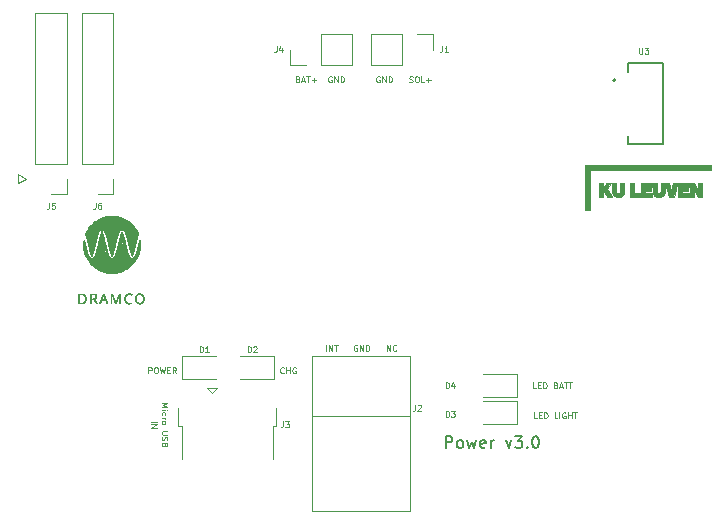
<source format=gto>
G04 #@! TF.GenerationSoftware,KiCad,Pcbnew,(5.1.6)-1*
G04 #@! TF.CreationDate,2021-05-31T10:21:52+02:00*
G04 #@! TF.ProjectId,Power_module_v1,506f7765-725f-46d6-9f64-756c655f7631,rev?*
G04 #@! TF.SameCoordinates,Original*
G04 #@! TF.FileFunction,Legend,Top*
G04 #@! TF.FilePolarity,Positive*
%FSLAX46Y46*%
G04 Gerber Fmt 4.6, Leading zero omitted, Abs format (unit mm)*
G04 Created by KiCad (PCBNEW (5.1.6)-1) date 2021-05-31 10:21:52*
%MOMM*%
%LPD*%
G01*
G04 APERTURE LIST*
%ADD10C,0.125000*%
%ADD11C,0.150000*%
%ADD12C,0.120000*%
%ADD13C,0.010000*%
%ADD14C,0.200000*%
%ADD15C,0.127000*%
G04 APERTURE END LIST*
D10*
X105621309Y-103334571D02*
X106121309Y-103334571D01*
X105764166Y-103501238D01*
X106121309Y-103667904D01*
X105621309Y-103667904D01*
X105621309Y-103906000D02*
X105954642Y-103906000D01*
X106121309Y-103906000D02*
X106097500Y-103882190D01*
X106073690Y-103906000D01*
X106097500Y-103929809D01*
X106121309Y-103906000D01*
X106073690Y-103906000D01*
X105645119Y-104358380D02*
X105621309Y-104310761D01*
X105621309Y-104215523D01*
X105645119Y-104167904D01*
X105668928Y-104144095D01*
X105716547Y-104120285D01*
X105859404Y-104120285D01*
X105907023Y-104144095D01*
X105930833Y-104167904D01*
X105954642Y-104215523D01*
X105954642Y-104310761D01*
X105930833Y-104358380D01*
X105621309Y-104572666D02*
X105954642Y-104572666D01*
X105859404Y-104572666D02*
X105907023Y-104596476D01*
X105930833Y-104620285D01*
X105954642Y-104667904D01*
X105954642Y-104715523D01*
X105621309Y-104953619D02*
X105645119Y-104906000D01*
X105668928Y-104882190D01*
X105716547Y-104858380D01*
X105859404Y-104858380D01*
X105907023Y-104882190D01*
X105930833Y-104906000D01*
X105954642Y-104953619D01*
X105954642Y-105025047D01*
X105930833Y-105072666D01*
X105907023Y-105096476D01*
X105859404Y-105120285D01*
X105716547Y-105120285D01*
X105668928Y-105096476D01*
X105645119Y-105072666D01*
X105621309Y-105025047D01*
X105621309Y-104953619D01*
X106121309Y-105715523D02*
X105716547Y-105715523D01*
X105668928Y-105739333D01*
X105645119Y-105763142D01*
X105621309Y-105810761D01*
X105621309Y-105906000D01*
X105645119Y-105953619D01*
X105668928Y-105977428D01*
X105716547Y-106001238D01*
X106121309Y-106001238D01*
X105645119Y-106215523D02*
X105621309Y-106286952D01*
X105621309Y-106406000D01*
X105645119Y-106453619D01*
X105668928Y-106477428D01*
X105716547Y-106501238D01*
X105764166Y-106501238D01*
X105811785Y-106477428D01*
X105835595Y-106453619D01*
X105859404Y-106406000D01*
X105883214Y-106310761D01*
X105907023Y-106263142D01*
X105930833Y-106239333D01*
X105978452Y-106215523D01*
X106026071Y-106215523D01*
X106073690Y-106239333D01*
X106097500Y-106263142D01*
X106121309Y-106310761D01*
X106121309Y-106429809D01*
X106097500Y-106501238D01*
X105883214Y-106882190D02*
X105859404Y-106953619D01*
X105835595Y-106977428D01*
X105787976Y-107001238D01*
X105716547Y-107001238D01*
X105668928Y-106977428D01*
X105645119Y-106953619D01*
X105621309Y-106906000D01*
X105621309Y-106715523D01*
X106121309Y-106715523D01*
X106121309Y-106882190D01*
X106097500Y-106929809D01*
X106073690Y-106953619D01*
X106026071Y-106977428D01*
X105978452Y-106977428D01*
X105930833Y-106953619D01*
X105907023Y-106929809D01*
X105883214Y-106882190D01*
X105883214Y-106715523D01*
X104746309Y-104894095D02*
X105246309Y-104894095D01*
X104746309Y-105132190D02*
X105246309Y-105132190D01*
X104746309Y-105417904D01*
X105246309Y-105417904D01*
X104509238Y-100810190D02*
X104509238Y-100310190D01*
X104699714Y-100310190D01*
X104747333Y-100334000D01*
X104771142Y-100357809D01*
X104794952Y-100405428D01*
X104794952Y-100476857D01*
X104771142Y-100524476D01*
X104747333Y-100548285D01*
X104699714Y-100572095D01*
X104509238Y-100572095D01*
X105104476Y-100310190D02*
X105199714Y-100310190D01*
X105247333Y-100334000D01*
X105294952Y-100381619D01*
X105318761Y-100476857D01*
X105318761Y-100643523D01*
X105294952Y-100738761D01*
X105247333Y-100786380D01*
X105199714Y-100810190D01*
X105104476Y-100810190D01*
X105056857Y-100786380D01*
X105009238Y-100738761D01*
X104985428Y-100643523D01*
X104985428Y-100476857D01*
X105009238Y-100381619D01*
X105056857Y-100334000D01*
X105104476Y-100310190D01*
X105485428Y-100310190D02*
X105604476Y-100810190D01*
X105699714Y-100453047D01*
X105794952Y-100810190D01*
X105914000Y-100310190D01*
X106104476Y-100548285D02*
X106271142Y-100548285D01*
X106342571Y-100810190D02*
X106104476Y-100810190D01*
X106104476Y-100310190D01*
X106342571Y-100310190D01*
X106842571Y-100810190D02*
X106675904Y-100572095D01*
X106556857Y-100810190D02*
X106556857Y-100310190D01*
X106747333Y-100310190D01*
X106794952Y-100334000D01*
X106818761Y-100357809D01*
X106842571Y-100405428D01*
X106842571Y-100476857D01*
X106818761Y-100524476D01*
X106794952Y-100548285D01*
X106747333Y-100572095D01*
X106556857Y-100572095D01*
X115974857Y-100762571D02*
X115951047Y-100786380D01*
X115879619Y-100810190D01*
X115832000Y-100810190D01*
X115760571Y-100786380D01*
X115712952Y-100738761D01*
X115689142Y-100691142D01*
X115665333Y-100595904D01*
X115665333Y-100524476D01*
X115689142Y-100429238D01*
X115712952Y-100381619D01*
X115760571Y-100334000D01*
X115832000Y-100310190D01*
X115879619Y-100310190D01*
X115951047Y-100334000D01*
X115974857Y-100357809D01*
X116189142Y-100810190D02*
X116189142Y-100310190D01*
X116189142Y-100548285D02*
X116474857Y-100548285D01*
X116474857Y-100810190D02*
X116474857Y-100310190D01*
X116974857Y-100334000D02*
X116927238Y-100310190D01*
X116855809Y-100310190D01*
X116784380Y-100334000D01*
X116736761Y-100381619D01*
X116712952Y-100429238D01*
X116689142Y-100524476D01*
X116689142Y-100595904D01*
X116712952Y-100691142D01*
X116736761Y-100738761D01*
X116784380Y-100786380D01*
X116855809Y-100810190D01*
X116903428Y-100810190D01*
X116974857Y-100786380D01*
X116998666Y-100762571D01*
X116998666Y-100595904D01*
X116903428Y-100595904D01*
X137402285Y-104620190D02*
X137164190Y-104620190D01*
X137164190Y-104120190D01*
X137568952Y-104358285D02*
X137735619Y-104358285D01*
X137807047Y-104620190D02*
X137568952Y-104620190D01*
X137568952Y-104120190D01*
X137807047Y-104120190D01*
X138021333Y-104620190D02*
X138021333Y-104120190D01*
X138140380Y-104120190D01*
X138211809Y-104144000D01*
X138259428Y-104191619D01*
X138283238Y-104239238D01*
X138307047Y-104334476D01*
X138307047Y-104405904D01*
X138283238Y-104501142D01*
X138259428Y-104548761D01*
X138211809Y-104596380D01*
X138140380Y-104620190D01*
X138021333Y-104620190D01*
X139140380Y-104620190D02*
X138902285Y-104620190D01*
X138902285Y-104120190D01*
X139307047Y-104620190D02*
X139307047Y-104120190D01*
X139807047Y-104144000D02*
X139759428Y-104120190D01*
X139688000Y-104120190D01*
X139616571Y-104144000D01*
X139568952Y-104191619D01*
X139545142Y-104239238D01*
X139521333Y-104334476D01*
X139521333Y-104405904D01*
X139545142Y-104501142D01*
X139568952Y-104548761D01*
X139616571Y-104596380D01*
X139688000Y-104620190D01*
X139735619Y-104620190D01*
X139807047Y-104596380D01*
X139830857Y-104572571D01*
X139830857Y-104405904D01*
X139735619Y-104405904D01*
X140045142Y-104620190D02*
X140045142Y-104120190D01*
X140045142Y-104358285D02*
X140330857Y-104358285D01*
X140330857Y-104620190D02*
X140330857Y-104120190D01*
X140497523Y-104120190D02*
X140783238Y-104120190D01*
X140640380Y-104620190D02*
X140640380Y-104120190D01*
X137326857Y-102080190D02*
X137088761Y-102080190D01*
X137088761Y-101580190D01*
X137493523Y-101818285D02*
X137660190Y-101818285D01*
X137731619Y-102080190D02*
X137493523Y-102080190D01*
X137493523Y-101580190D01*
X137731619Y-101580190D01*
X137945904Y-102080190D02*
X137945904Y-101580190D01*
X138064952Y-101580190D01*
X138136380Y-101604000D01*
X138184000Y-101651619D01*
X138207809Y-101699238D01*
X138231619Y-101794476D01*
X138231619Y-101865904D01*
X138207809Y-101961142D01*
X138184000Y-102008761D01*
X138136380Y-102056380D01*
X138064952Y-102080190D01*
X137945904Y-102080190D01*
X138993523Y-101818285D02*
X139064952Y-101842095D01*
X139088761Y-101865904D01*
X139112571Y-101913523D01*
X139112571Y-101984952D01*
X139088761Y-102032571D01*
X139064952Y-102056380D01*
X139017333Y-102080190D01*
X138826857Y-102080190D01*
X138826857Y-101580190D01*
X138993523Y-101580190D01*
X139041142Y-101604000D01*
X139064952Y-101627809D01*
X139088761Y-101675428D01*
X139088761Y-101723047D01*
X139064952Y-101770666D01*
X139041142Y-101794476D01*
X138993523Y-101818285D01*
X138826857Y-101818285D01*
X139303047Y-101937333D02*
X139541142Y-101937333D01*
X139255428Y-102080190D02*
X139422095Y-101580190D01*
X139588761Y-102080190D01*
X139684000Y-101580190D02*
X139969714Y-101580190D01*
X139826857Y-102080190D02*
X139826857Y-101580190D01*
X140064952Y-101580190D02*
X140350666Y-101580190D01*
X140207809Y-102080190D02*
X140207809Y-101580190D01*
D11*
X129675428Y-107132380D02*
X129675428Y-106132380D01*
X130056380Y-106132380D01*
X130151619Y-106180000D01*
X130199238Y-106227619D01*
X130246857Y-106322857D01*
X130246857Y-106465714D01*
X130199238Y-106560952D01*
X130151619Y-106608571D01*
X130056380Y-106656190D01*
X129675428Y-106656190D01*
X130818285Y-107132380D02*
X130723047Y-107084761D01*
X130675428Y-107037142D01*
X130627809Y-106941904D01*
X130627809Y-106656190D01*
X130675428Y-106560952D01*
X130723047Y-106513333D01*
X130818285Y-106465714D01*
X130961142Y-106465714D01*
X131056380Y-106513333D01*
X131104000Y-106560952D01*
X131151619Y-106656190D01*
X131151619Y-106941904D01*
X131104000Y-107037142D01*
X131056380Y-107084761D01*
X130961142Y-107132380D01*
X130818285Y-107132380D01*
X131484952Y-106465714D02*
X131675428Y-107132380D01*
X131865904Y-106656190D01*
X132056380Y-107132380D01*
X132246857Y-106465714D01*
X133008761Y-107084761D02*
X132913523Y-107132380D01*
X132723047Y-107132380D01*
X132627809Y-107084761D01*
X132580190Y-106989523D01*
X132580190Y-106608571D01*
X132627809Y-106513333D01*
X132723047Y-106465714D01*
X132913523Y-106465714D01*
X133008761Y-106513333D01*
X133056380Y-106608571D01*
X133056380Y-106703809D01*
X132580190Y-106799047D01*
X133484952Y-107132380D02*
X133484952Y-106465714D01*
X133484952Y-106656190D02*
X133532571Y-106560952D01*
X133580190Y-106513333D01*
X133675428Y-106465714D01*
X133770666Y-106465714D01*
X134770666Y-106465714D02*
X135008761Y-107132380D01*
X135246857Y-106465714D01*
X135532571Y-106132380D02*
X136151619Y-106132380D01*
X135818285Y-106513333D01*
X135961142Y-106513333D01*
X136056380Y-106560952D01*
X136104000Y-106608571D01*
X136151619Y-106703809D01*
X136151619Y-106941904D01*
X136104000Y-107037142D01*
X136056380Y-107084761D01*
X135961142Y-107132380D01*
X135675428Y-107132380D01*
X135580190Y-107084761D01*
X135532571Y-107037142D01*
X136580190Y-107037142D02*
X136627809Y-107084761D01*
X136580190Y-107132380D01*
X136532571Y-107084761D01*
X136580190Y-107037142D01*
X136580190Y-107132380D01*
X137246857Y-106132380D02*
X137342095Y-106132380D01*
X137437333Y-106180000D01*
X137484952Y-106227619D01*
X137532571Y-106322857D01*
X137580190Y-106513333D01*
X137580190Y-106751428D01*
X137532571Y-106941904D01*
X137484952Y-107037142D01*
X137437333Y-107084761D01*
X137342095Y-107132380D01*
X137246857Y-107132380D01*
X137151619Y-107084761D01*
X137104000Y-107037142D01*
X137056380Y-106941904D01*
X137008761Y-106751428D01*
X137008761Y-106513333D01*
X137056380Y-106322857D01*
X137104000Y-106227619D01*
X137151619Y-106180000D01*
X137246857Y-106132380D01*
D10*
X120015047Y-75696000D02*
X119967428Y-75672190D01*
X119896000Y-75672190D01*
X119824571Y-75696000D01*
X119776952Y-75743619D01*
X119753142Y-75791238D01*
X119729333Y-75886476D01*
X119729333Y-75957904D01*
X119753142Y-76053142D01*
X119776952Y-76100761D01*
X119824571Y-76148380D01*
X119896000Y-76172190D01*
X119943619Y-76172190D01*
X120015047Y-76148380D01*
X120038857Y-76124571D01*
X120038857Y-75957904D01*
X119943619Y-75957904D01*
X120253142Y-76172190D02*
X120253142Y-75672190D01*
X120538857Y-76172190D01*
X120538857Y-75672190D01*
X120776952Y-76172190D02*
X120776952Y-75672190D01*
X120896000Y-75672190D01*
X120967428Y-75696000D01*
X121015047Y-75743619D01*
X121038857Y-75791238D01*
X121062666Y-75886476D01*
X121062666Y-75957904D01*
X121038857Y-76053142D01*
X121015047Y-76100761D01*
X120967428Y-76148380D01*
X120896000Y-76172190D01*
X120776952Y-76172190D01*
X126591333Y-76148380D02*
X126662761Y-76172190D01*
X126781809Y-76172190D01*
X126829428Y-76148380D01*
X126853238Y-76124571D01*
X126877047Y-76076952D01*
X126877047Y-76029333D01*
X126853238Y-75981714D01*
X126829428Y-75957904D01*
X126781809Y-75934095D01*
X126686571Y-75910285D01*
X126638952Y-75886476D01*
X126615142Y-75862666D01*
X126591333Y-75815047D01*
X126591333Y-75767428D01*
X126615142Y-75719809D01*
X126638952Y-75696000D01*
X126686571Y-75672190D01*
X126805619Y-75672190D01*
X126877047Y-75696000D01*
X127186571Y-75672190D02*
X127281809Y-75672190D01*
X127329428Y-75696000D01*
X127377047Y-75743619D01*
X127400857Y-75838857D01*
X127400857Y-76005523D01*
X127377047Y-76100761D01*
X127329428Y-76148380D01*
X127281809Y-76172190D01*
X127186571Y-76172190D01*
X127138952Y-76148380D01*
X127091333Y-76100761D01*
X127067523Y-76005523D01*
X127067523Y-75838857D01*
X127091333Y-75743619D01*
X127138952Y-75696000D01*
X127186571Y-75672190D01*
X127853238Y-76172190D02*
X127615142Y-76172190D01*
X127615142Y-75672190D01*
X128019904Y-75981714D02*
X128400857Y-75981714D01*
X128210380Y-76172190D02*
X128210380Y-75791238D01*
X124079047Y-75696000D02*
X124031428Y-75672190D01*
X123960000Y-75672190D01*
X123888571Y-75696000D01*
X123840952Y-75743619D01*
X123817142Y-75791238D01*
X123793333Y-75886476D01*
X123793333Y-75957904D01*
X123817142Y-76053142D01*
X123840952Y-76100761D01*
X123888571Y-76148380D01*
X123960000Y-76172190D01*
X124007619Y-76172190D01*
X124079047Y-76148380D01*
X124102857Y-76124571D01*
X124102857Y-75957904D01*
X124007619Y-75957904D01*
X124317142Y-76172190D02*
X124317142Y-75672190D01*
X124602857Y-76172190D01*
X124602857Y-75672190D01*
X124840952Y-76172190D02*
X124840952Y-75672190D01*
X124960000Y-75672190D01*
X125031428Y-75696000D01*
X125079047Y-75743619D01*
X125102857Y-75791238D01*
X125126666Y-75886476D01*
X125126666Y-75957904D01*
X125102857Y-76053142D01*
X125079047Y-76100761D01*
X125031428Y-76148380D01*
X124960000Y-76172190D01*
X124840952Y-76172190D01*
X117177428Y-75910285D02*
X117248857Y-75934095D01*
X117272666Y-75957904D01*
X117296476Y-76005523D01*
X117296476Y-76076952D01*
X117272666Y-76124571D01*
X117248857Y-76148380D01*
X117201238Y-76172190D01*
X117010761Y-76172190D01*
X117010761Y-75672190D01*
X117177428Y-75672190D01*
X117225047Y-75696000D01*
X117248857Y-75719809D01*
X117272666Y-75767428D01*
X117272666Y-75815047D01*
X117248857Y-75862666D01*
X117225047Y-75886476D01*
X117177428Y-75910285D01*
X117010761Y-75910285D01*
X117486952Y-76029333D02*
X117725047Y-76029333D01*
X117439333Y-76172190D02*
X117606000Y-75672190D01*
X117772666Y-76172190D01*
X117867904Y-75672190D02*
X118153619Y-75672190D01*
X118010761Y-76172190D02*
X118010761Y-75672190D01*
X118320285Y-75981714D02*
X118701238Y-75981714D01*
X118510761Y-76172190D02*
X118510761Y-75791238D01*
D12*
X93472000Y-84709000D02*
X93472000Y-83947000D01*
X94107000Y-84328000D02*
X93472000Y-84709000D01*
X93472000Y-83947000D02*
X94107000Y-84328000D01*
D10*
X124702142Y-98905190D02*
X124702142Y-98405190D01*
X124987857Y-98905190D01*
X124987857Y-98405190D01*
X125511666Y-98857571D02*
X125487857Y-98881380D01*
X125416428Y-98905190D01*
X125368809Y-98905190D01*
X125297380Y-98881380D01*
X125249761Y-98833761D01*
X125225952Y-98786142D01*
X125202142Y-98690904D01*
X125202142Y-98619476D01*
X125225952Y-98524238D01*
X125249761Y-98476619D01*
X125297380Y-98429000D01*
X125368809Y-98405190D01*
X125416428Y-98405190D01*
X125487857Y-98429000D01*
X125511666Y-98452809D01*
X122174047Y-98429000D02*
X122126428Y-98405190D01*
X122055000Y-98405190D01*
X121983571Y-98429000D01*
X121935952Y-98476619D01*
X121912142Y-98524238D01*
X121888333Y-98619476D01*
X121888333Y-98690904D01*
X121912142Y-98786142D01*
X121935952Y-98833761D01*
X121983571Y-98881380D01*
X122055000Y-98905190D01*
X122102619Y-98905190D01*
X122174047Y-98881380D01*
X122197857Y-98857571D01*
X122197857Y-98690904D01*
X122102619Y-98690904D01*
X122412142Y-98905190D02*
X122412142Y-98405190D01*
X122697857Y-98905190D01*
X122697857Y-98405190D01*
X122935952Y-98905190D02*
X122935952Y-98405190D01*
X123055000Y-98405190D01*
X123126428Y-98429000D01*
X123174047Y-98476619D01*
X123197857Y-98524238D01*
X123221666Y-98619476D01*
X123221666Y-98690904D01*
X123197857Y-98786142D01*
X123174047Y-98833761D01*
X123126428Y-98881380D01*
X123055000Y-98905190D01*
X122935952Y-98905190D01*
X119562619Y-98905190D02*
X119562619Y-98405190D01*
X119800714Y-98905190D02*
X119800714Y-98405190D01*
X120086428Y-98905190D01*
X120086428Y-98405190D01*
X120253095Y-98405190D02*
X120538809Y-98405190D01*
X120395952Y-98905190D02*
X120395952Y-98405190D01*
D13*
G36*
X152107900Y-83390315D02*
G01*
X152107899Y-83578697D01*
X141894983Y-83580817D01*
X141893919Y-85281558D01*
X141892856Y-86982300D01*
X141516100Y-86982300D01*
X141516100Y-83201934D01*
X152107900Y-83201934D01*
X152107900Y-83390315D01*
G37*
X152107900Y-83390315D02*
X152107899Y-83578697D01*
X141894983Y-83580817D01*
X141893919Y-85281558D01*
X141892856Y-86982300D01*
X141516100Y-86982300D01*
X141516100Y-83201934D01*
X152107900Y-83201934D01*
X152107900Y-83390315D01*
G36*
X144129175Y-85078358D02*
G01*
X144129462Y-85143167D01*
X144129748Y-85200067D01*
X144130045Y-85249617D01*
X144130366Y-85292375D01*
X144130724Y-85328899D01*
X144131131Y-85359748D01*
X144131598Y-85385479D01*
X144132138Y-85406652D01*
X144132765Y-85423824D01*
X144133489Y-85437554D01*
X144134324Y-85448400D01*
X144135281Y-85456919D01*
X144136374Y-85463671D01*
X144137614Y-85469214D01*
X144137840Y-85470075D01*
X144149139Y-85504224D01*
X144163183Y-85531273D01*
X144180791Y-85552367D01*
X144202786Y-85568651D01*
X144212086Y-85573630D01*
X144224172Y-85579385D01*
X144234164Y-85583265D01*
X144244231Y-85585637D01*
X144256539Y-85586870D01*
X144273259Y-85587333D01*
X144293097Y-85587394D01*
X144322303Y-85586671D01*
X144345056Y-85584112D01*
X144363282Y-85579089D01*
X144378907Y-85570975D01*
X144393857Y-85559143D01*
X144401079Y-85552238D01*
X144409156Y-85543789D01*
X144416365Y-85535089D01*
X144422755Y-85525635D01*
X144428376Y-85514921D01*
X144433277Y-85502441D01*
X144437508Y-85487691D01*
X144441117Y-85470164D01*
X144444155Y-85449355D01*
X144446669Y-85424760D01*
X144448710Y-85395873D01*
X144450327Y-85362188D01*
X144451568Y-85323200D01*
X144452484Y-85278405D01*
X144453123Y-85227296D01*
X144453536Y-85169368D01*
X144453770Y-85104116D01*
X144453875Y-85031036D01*
X144453888Y-85010625D01*
X144454033Y-84713234D01*
X144792699Y-84713234D01*
X144792663Y-85069892D01*
X144792606Y-85128025D01*
X144792452Y-85184015D01*
X144792208Y-85237180D01*
X144791881Y-85286835D01*
X144791478Y-85332300D01*
X144791007Y-85372890D01*
X144790475Y-85407923D01*
X144789888Y-85436716D01*
X144789255Y-85458586D01*
X144788582Y-85472850D01*
X144788401Y-85475234D01*
X144779480Y-85540497D01*
X144764543Y-85599814D01*
X144743548Y-85653229D01*
X144716453Y-85700784D01*
X144683218Y-85742523D01*
X144643802Y-85778489D01*
X144598163Y-85808725D01*
X144546261Y-85833273D01*
X144488054Y-85852177D01*
X144423502Y-85865480D01*
X144415390Y-85866693D01*
X144397664Y-85868565D01*
X144373730Y-85870130D01*
X144345443Y-85871361D01*
X144314658Y-85872227D01*
X144283233Y-85872701D01*
X144253023Y-85872751D01*
X144225883Y-85872351D01*
X144203671Y-85871469D01*
X144189450Y-85870243D01*
X144130818Y-85860732D01*
X144078972Y-85848236D01*
X144032648Y-85832406D01*
X143999676Y-85817589D01*
X143952401Y-85789680D01*
X143911290Y-85756342D01*
X143876178Y-85717353D01*
X143846898Y-85672486D01*
X143823284Y-85621516D01*
X143805171Y-85564220D01*
X143801517Y-85549028D01*
X143799909Y-85541826D01*
X143798491Y-85534897D01*
X143797248Y-85527681D01*
X143796166Y-85519620D01*
X143795232Y-85510154D01*
X143794431Y-85498725D01*
X143793750Y-85484774D01*
X143793173Y-85467741D01*
X143792688Y-85447068D01*
X143792280Y-85422196D01*
X143791935Y-85392566D01*
X143791640Y-85357618D01*
X143791379Y-85316794D01*
X143791140Y-85269535D01*
X143790907Y-85215282D01*
X143790668Y-85153475D01*
X143790507Y-85110108D01*
X143789035Y-84713234D01*
X143958334Y-84713234D01*
X144127633Y-84713233D01*
X144129175Y-85078358D01*
G37*
X144129175Y-85078358D02*
X144129462Y-85143167D01*
X144129748Y-85200067D01*
X144130045Y-85249617D01*
X144130366Y-85292375D01*
X144130724Y-85328899D01*
X144131131Y-85359748D01*
X144131598Y-85385479D01*
X144132138Y-85406652D01*
X144132765Y-85423824D01*
X144133489Y-85437554D01*
X144134324Y-85448400D01*
X144135281Y-85456919D01*
X144136374Y-85463671D01*
X144137614Y-85469214D01*
X144137840Y-85470075D01*
X144149139Y-85504224D01*
X144163183Y-85531273D01*
X144180791Y-85552367D01*
X144202786Y-85568651D01*
X144212086Y-85573630D01*
X144224172Y-85579385D01*
X144234164Y-85583265D01*
X144244231Y-85585637D01*
X144256539Y-85586870D01*
X144273259Y-85587333D01*
X144293097Y-85587394D01*
X144322303Y-85586671D01*
X144345056Y-85584112D01*
X144363282Y-85579089D01*
X144378907Y-85570975D01*
X144393857Y-85559143D01*
X144401079Y-85552238D01*
X144409156Y-85543789D01*
X144416365Y-85535089D01*
X144422755Y-85525635D01*
X144428376Y-85514921D01*
X144433277Y-85502441D01*
X144437508Y-85487691D01*
X144441117Y-85470164D01*
X144444155Y-85449355D01*
X144446669Y-85424760D01*
X144448710Y-85395873D01*
X144450327Y-85362188D01*
X144451568Y-85323200D01*
X144452484Y-85278405D01*
X144453123Y-85227296D01*
X144453536Y-85169368D01*
X144453770Y-85104116D01*
X144453875Y-85031036D01*
X144453888Y-85010625D01*
X144454033Y-84713234D01*
X144792699Y-84713234D01*
X144792663Y-85069892D01*
X144792606Y-85128025D01*
X144792452Y-85184015D01*
X144792208Y-85237180D01*
X144791881Y-85286835D01*
X144791478Y-85332300D01*
X144791007Y-85372890D01*
X144790475Y-85407923D01*
X144789888Y-85436716D01*
X144789255Y-85458586D01*
X144788582Y-85472850D01*
X144788401Y-85475234D01*
X144779480Y-85540497D01*
X144764543Y-85599814D01*
X144743548Y-85653229D01*
X144716453Y-85700784D01*
X144683218Y-85742523D01*
X144643802Y-85778489D01*
X144598163Y-85808725D01*
X144546261Y-85833273D01*
X144488054Y-85852177D01*
X144423502Y-85865480D01*
X144415390Y-85866693D01*
X144397664Y-85868565D01*
X144373730Y-85870130D01*
X144345443Y-85871361D01*
X144314658Y-85872227D01*
X144283233Y-85872701D01*
X144253023Y-85872751D01*
X144225883Y-85872351D01*
X144203671Y-85871469D01*
X144189450Y-85870243D01*
X144130818Y-85860732D01*
X144078972Y-85848236D01*
X144032648Y-85832406D01*
X143999676Y-85817589D01*
X143952401Y-85789680D01*
X143911290Y-85756342D01*
X143876178Y-85717353D01*
X143846898Y-85672486D01*
X143823284Y-85621516D01*
X143805171Y-85564220D01*
X143801517Y-85549028D01*
X143799909Y-85541826D01*
X143798491Y-85534897D01*
X143797248Y-85527681D01*
X143796166Y-85519620D01*
X143795232Y-85510154D01*
X143794431Y-85498725D01*
X143793750Y-85484774D01*
X143793173Y-85467741D01*
X143792688Y-85447068D01*
X143792280Y-85422196D01*
X143791935Y-85392566D01*
X143791640Y-85357618D01*
X143791379Y-85316794D01*
X143791140Y-85269535D01*
X143790907Y-85215282D01*
X143790668Y-85153475D01*
X143790507Y-85110108D01*
X143789035Y-84713234D01*
X143958334Y-84713234D01*
X144127633Y-84713233D01*
X144129175Y-85078358D01*
G36*
X148044339Y-84713234D02*
G01*
X148213637Y-84713234D01*
X148212064Y-85107992D01*
X148211792Y-85174838D01*
X148211534Y-85233778D01*
X148211276Y-85285372D01*
X148211004Y-85330180D01*
X148210706Y-85368761D01*
X148210368Y-85401677D01*
X148209976Y-85429486D01*
X148209518Y-85452750D01*
X148208979Y-85472029D01*
X148208346Y-85487882D01*
X148207607Y-85500870D01*
X148206748Y-85511552D01*
X148205754Y-85520490D01*
X148204614Y-85528243D01*
X148203313Y-85535371D01*
X148201838Y-85542435D01*
X148201673Y-85543198D01*
X148192703Y-85578177D01*
X148181162Y-85613864D01*
X148168048Y-85647546D01*
X148154358Y-85676510D01*
X148149381Y-85685429D01*
X148135673Y-85705158D01*
X148116799Y-85727508D01*
X148094724Y-85750539D01*
X148071412Y-85772310D01*
X148048830Y-85790880D01*
X148029083Y-85804227D01*
X147978706Y-85828878D01*
X147922789Y-85848579D01*
X147863016Y-85862799D01*
X147825883Y-85868492D01*
X147803127Y-85870492D01*
X147774427Y-85871835D01*
X147741775Y-85872538D01*
X147707159Y-85872618D01*
X147672571Y-85872091D01*
X147639999Y-85870975D01*
X147611435Y-85869287D01*
X147588867Y-85867043D01*
X147584692Y-85866444D01*
X147523482Y-85854398D01*
X147469093Y-85838194D01*
X147420793Y-85817498D01*
X147377849Y-85791976D01*
X147339529Y-85761294D01*
X147326350Y-85748540D01*
X147294273Y-85711515D01*
X147267981Y-85671135D01*
X147246838Y-85626163D01*
X147230211Y-85575359D01*
X147223488Y-85547814D01*
X147212610Y-85498517D01*
X147211032Y-85105875D01*
X147209454Y-84713234D01*
X147548047Y-84713234D01*
X147549732Y-85074125D01*
X147550051Y-85138977D01*
X147550371Y-85195920D01*
X147550705Y-85245512D01*
X147551064Y-85288312D01*
X147551461Y-85324878D01*
X147551908Y-85355768D01*
X147552417Y-85381540D01*
X147553000Y-85402752D01*
X147553670Y-85419962D01*
X147554438Y-85433728D01*
X147555318Y-85444609D01*
X147556321Y-85453162D01*
X147557458Y-85459946D01*
X147558234Y-85463493D01*
X147567123Y-85494363D01*
X147577895Y-85519053D01*
X147591633Y-85539811D01*
X147599119Y-85548523D01*
X147617187Y-85564963D01*
X147637384Y-85576565D01*
X147661478Y-85584008D01*
X147691241Y-85587972D01*
X147703626Y-85588676D01*
X147741434Y-85588056D01*
X147772954Y-85582504D01*
X147799051Y-85571617D01*
X147820592Y-85554989D01*
X147838443Y-85532218D01*
X147843649Y-85523327D01*
X147848374Y-85514682D01*
X147852538Y-85506699D01*
X147856179Y-85498809D01*
X147859334Y-85490443D01*
X147862042Y-85481034D01*
X147864340Y-85470010D01*
X147866266Y-85456805D01*
X147867859Y-85440848D01*
X147869156Y-85421572D01*
X147870194Y-85398407D01*
X147871013Y-85370784D01*
X147871649Y-85338135D01*
X147872141Y-85299890D01*
X147872527Y-85255482D01*
X147872844Y-85204340D01*
X147873131Y-85145896D01*
X147873425Y-85079582D01*
X147873439Y-85076242D01*
X147875040Y-84713233D01*
X148044339Y-84713234D01*
G37*
X148044339Y-84713234D02*
X148213637Y-84713234D01*
X148212064Y-85107992D01*
X148211792Y-85174838D01*
X148211534Y-85233778D01*
X148211276Y-85285372D01*
X148211004Y-85330180D01*
X148210706Y-85368761D01*
X148210368Y-85401677D01*
X148209976Y-85429486D01*
X148209518Y-85452750D01*
X148208979Y-85472029D01*
X148208346Y-85487882D01*
X148207607Y-85500870D01*
X148206748Y-85511552D01*
X148205754Y-85520490D01*
X148204614Y-85528243D01*
X148203313Y-85535371D01*
X148201838Y-85542435D01*
X148201673Y-85543198D01*
X148192703Y-85578177D01*
X148181162Y-85613864D01*
X148168048Y-85647546D01*
X148154358Y-85676510D01*
X148149381Y-85685429D01*
X148135673Y-85705158D01*
X148116799Y-85727508D01*
X148094724Y-85750539D01*
X148071412Y-85772310D01*
X148048830Y-85790880D01*
X148029083Y-85804227D01*
X147978706Y-85828878D01*
X147922789Y-85848579D01*
X147863016Y-85862799D01*
X147825883Y-85868492D01*
X147803127Y-85870492D01*
X147774427Y-85871835D01*
X147741775Y-85872538D01*
X147707159Y-85872618D01*
X147672571Y-85872091D01*
X147639999Y-85870975D01*
X147611435Y-85869287D01*
X147588867Y-85867043D01*
X147584692Y-85866444D01*
X147523482Y-85854398D01*
X147469093Y-85838194D01*
X147420793Y-85817498D01*
X147377849Y-85791976D01*
X147339529Y-85761294D01*
X147326350Y-85748540D01*
X147294273Y-85711515D01*
X147267981Y-85671135D01*
X147246838Y-85626163D01*
X147230211Y-85575359D01*
X147223488Y-85547814D01*
X147212610Y-85498517D01*
X147211032Y-85105875D01*
X147209454Y-84713234D01*
X147548047Y-84713234D01*
X147549732Y-85074125D01*
X147550051Y-85138977D01*
X147550371Y-85195920D01*
X147550705Y-85245512D01*
X147551064Y-85288312D01*
X147551461Y-85324878D01*
X147551908Y-85355768D01*
X147552417Y-85381540D01*
X147553000Y-85402752D01*
X147553670Y-85419962D01*
X147554438Y-85433728D01*
X147555318Y-85444609D01*
X147556321Y-85453162D01*
X147557458Y-85459946D01*
X147558234Y-85463493D01*
X147567123Y-85494363D01*
X147577895Y-85519053D01*
X147591633Y-85539811D01*
X147599119Y-85548523D01*
X147617187Y-85564963D01*
X147637384Y-85576565D01*
X147661478Y-85584008D01*
X147691241Y-85587972D01*
X147703626Y-85588676D01*
X147741434Y-85588056D01*
X147772954Y-85582504D01*
X147799051Y-85571617D01*
X147820592Y-85554989D01*
X147838443Y-85532218D01*
X147843649Y-85523327D01*
X147848374Y-85514682D01*
X147852538Y-85506699D01*
X147856179Y-85498809D01*
X147859334Y-85490443D01*
X147862042Y-85481034D01*
X147864340Y-85470010D01*
X147866266Y-85456805D01*
X147867859Y-85440848D01*
X147869156Y-85421572D01*
X147870194Y-85398407D01*
X147871013Y-85370784D01*
X147871649Y-85338135D01*
X147872141Y-85299890D01*
X147872527Y-85255482D01*
X147872844Y-85204340D01*
X147873131Y-85145896D01*
X147873425Y-85079582D01*
X147873439Y-85076242D01*
X147875040Y-84713233D01*
X148044339Y-84713234D01*
G36*
X142989300Y-84908908D02*
G01*
X142989308Y-84954628D01*
X142989351Y-84992569D01*
X142989460Y-85023417D01*
X142989664Y-85047861D01*
X142989991Y-85066586D01*
X142990473Y-85080281D01*
X142991137Y-85089633D01*
X142992014Y-85095328D01*
X142993133Y-85098054D01*
X142994524Y-85098499D01*
X142996216Y-85097349D01*
X142997336Y-85096233D01*
X143001396Y-85091355D01*
X143010104Y-85080414D01*
X143022952Y-85064063D01*
X143039430Y-85042954D01*
X143059033Y-85017740D01*
X143081251Y-84989074D01*
X143105576Y-84957608D01*
X143131501Y-84923996D01*
X143143844Y-84907967D01*
X143170302Y-84873623D01*
X143195364Y-84841153D01*
X143218528Y-84811205D01*
X143239288Y-84784428D01*
X143257142Y-84761470D01*
X143271586Y-84742980D01*
X143282115Y-84729606D01*
X143288227Y-84721996D01*
X143289424Y-84720601D01*
X143291501Y-84718899D01*
X143294676Y-84717485D01*
X143299669Y-84716337D01*
X143307199Y-84715435D01*
X143317985Y-84714756D01*
X143332748Y-84714280D01*
X143352207Y-84713985D01*
X143377082Y-84713849D01*
X143408093Y-84713852D01*
X143445959Y-84713972D01*
X143491399Y-84714188D01*
X143503444Y-84714251D01*
X143710354Y-84715350D01*
X143512674Y-84935250D01*
X143475027Y-84977245D01*
X143440659Y-85015816D01*
X143409871Y-85050615D01*
X143382966Y-85081295D01*
X143360242Y-85107508D01*
X143342002Y-85128908D01*
X143328546Y-85145146D01*
X143320175Y-85155875D01*
X143317191Y-85160748D01*
X143317204Y-85160911D01*
X143319829Y-85165181D01*
X143326845Y-85175990D01*
X143337925Y-85192849D01*
X143352743Y-85215266D01*
X143370973Y-85242750D01*
X143392288Y-85274811D01*
X143416362Y-85310958D01*
X143442868Y-85350700D01*
X143471479Y-85393546D01*
X143501870Y-85439006D01*
X143533715Y-85486588D01*
X143545941Y-85504843D01*
X143578188Y-85553008D01*
X143609064Y-85599173D01*
X143638248Y-85642855D01*
X143665417Y-85683570D01*
X143690248Y-85720831D01*
X143712421Y-85754156D01*
X143731612Y-85783060D01*
X143747499Y-85807058D01*
X143759760Y-85825666D01*
X143768074Y-85838399D01*
X143772116Y-85844773D01*
X143772466Y-85845430D01*
X143768367Y-85845883D01*
X143756605Y-85846265D01*
X143737986Y-85846571D01*
X143713312Y-85846797D01*
X143683388Y-85846936D01*
X143649018Y-85846984D01*
X143611006Y-85846937D01*
X143570157Y-85846788D01*
X143562168Y-85846748D01*
X143351869Y-85845650D01*
X143219505Y-85629829D01*
X143195665Y-85591035D01*
X143173082Y-85554438D01*
X143152153Y-85520669D01*
X143133273Y-85490360D01*
X143116837Y-85464141D01*
X143103240Y-85442642D01*
X143092879Y-85426495D01*
X143086147Y-85416329D01*
X143083458Y-85412781D01*
X143079538Y-85415363D01*
X143071082Y-85423289D01*
X143059114Y-85435522D01*
X143044663Y-85451025D01*
X143034537Y-85462237D01*
X142989300Y-85512920D01*
X142989300Y-85847767D01*
X142650633Y-85847767D01*
X142650633Y-84713234D01*
X142989300Y-84713234D01*
X142989300Y-84908908D01*
G37*
X142989300Y-84908908D02*
X142989308Y-84954628D01*
X142989351Y-84992569D01*
X142989460Y-85023417D01*
X142989664Y-85047861D01*
X142989991Y-85066586D01*
X142990473Y-85080281D01*
X142991137Y-85089633D01*
X142992014Y-85095328D01*
X142993133Y-85098054D01*
X142994524Y-85098499D01*
X142996216Y-85097349D01*
X142997336Y-85096233D01*
X143001396Y-85091355D01*
X143010104Y-85080414D01*
X143022952Y-85064063D01*
X143039430Y-85042954D01*
X143059033Y-85017740D01*
X143081251Y-84989074D01*
X143105576Y-84957608D01*
X143131501Y-84923996D01*
X143143844Y-84907967D01*
X143170302Y-84873623D01*
X143195364Y-84841153D01*
X143218528Y-84811205D01*
X143239288Y-84784428D01*
X143257142Y-84761470D01*
X143271586Y-84742980D01*
X143282115Y-84729606D01*
X143288227Y-84721996D01*
X143289424Y-84720601D01*
X143291501Y-84718899D01*
X143294676Y-84717485D01*
X143299669Y-84716337D01*
X143307199Y-84715435D01*
X143317985Y-84714756D01*
X143332748Y-84714280D01*
X143352207Y-84713985D01*
X143377082Y-84713849D01*
X143408093Y-84713852D01*
X143445959Y-84713972D01*
X143491399Y-84714188D01*
X143503444Y-84714251D01*
X143710354Y-84715350D01*
X143512674Y-84935250D01*
X143475027Y-84977245D01*
X143440659Y-85015816D01*
X143409871Y-85050615D01*
X143382966Y-85081295D01*
X143360242Y-85107508D01*
X143342002Y-85128908D01*
X143328546Y-85145146D01*
X143320175Y-85155875D01*
X143317191Y-85160748D01*
X143317204Y-85160911D01*
X143319829Y-85165181D01*
X143326845Y-85175990D01*
X143337925Y-85192849D01*
X143352743Y-85215266D01*
X143370973Y-85242750D01*
X143392288Y-85274811D01*
X143416362Y-85310958D01*
X143442868Y-85350700D01*
X143471479Y-85393546D01*
X143501870Y-85439006D01*
X143533715Y-85486588D01*
X143545941Y-85504843D01*
X143578188Y-85553008D01*
X143609064Y-85599173D01*
X143638248Y-85642855D01*
X143665417Y-85683570D01*
X143690248Y-85720831D01*
X143712421Y-85754156D01*
X143731612Y-85783060D01*
X143747499Y-85807058D01*
X143759760Y-85825666D01*
X143768074Y-85838399D01*
X143772116Y-85844773D01*
X143772466Y-85845430D01*
X143768367Y-85845883D01*
X143756605Y-85846265D01*
X143737986Y-85846571D01*
X143713312Y-85846797D01*
X143683388Y-85846936D01*
X143649018Y-85846984D01*
X143611006Y-85846937D01*
X143570157Y-85846788D01*
X143562168Y-85846748D01*
X143351869Y-85845650D01*
X143219505Y-85629829D01*
X143195665Y-85591035D01*
X143173082Y-85554438D01*
X143152153Y-85520669D01*
X143133273Y-85490360D01*
X143116837Y-85464141D01*
X143103240Y-85442642D01*
X143092879Y-85426495D01*
X143086147Y-85416329D01*
X143083458Y-85412781D01*
X143079538Y-85415363D01*
X143071082Y-85423289D01*
X143059114Y-85435522D01*
X143044663Y-85451025D01*
X143034537Y-85462237D01*
X142989300Y-85512920D01*
X142989300Y-85847767D01*
X142650633Y-85847767D01*
X142650633Y-84713234D01*
X142989300Y-84713234D01*
X142989300Y-84908908D01*
G36*
X145626666Y-85555596D02*
G01*
X146102916Y-85557784D01*
X146104030Y-85702775D01*
X146105144Y-85847767D01*
X145287999Y-85847767D01*
X145287999Y-84713234D01*
X145626666Y-84713234D01*
X145626666Y-85555596D01*
G37*
X145626666Y-85555596D02*
X146102916Y-85557784D01*
X146104030Y-85702775D01*
X146105144Y-85847767D01*
X145287999Y-85847767D01*
X145287999Y-84713234D01*
X145626666Y-84713234D01*
X145626666Y-85555596D01*
G36*
X147108333Y-85005333D02*
G01*
X146541066Y-85005333D01*
X146541066Y-85145033D01*
X147057533Y-85145033D01*
X147057533Y-85415967D01*
X146541066Y-85415967D01*
X146541066Y-85555667D01*
X147125266Y-85555667D01*
X147125266Y-85847767D01*
X146206633Y-85847767D01*
X146206633Y-84713234D01*
X147108333Y-84713234D01*
X147108333Y-85005333D01*
G37*
X147108333Y-85005333D02*
X146541066Y-85005333D01*
X146541066Y-85145033D01*
X147057533Y-85145033D01*
X147057533Y-85415967D01*
X146541066Y-85415967D01*
X146541066Y-85555667D01*
X147125266Y-85555667D01*
X147125266Y-85847767D01*
X146206633Y-85847767D01*
X146206633Y-84713234D01*
X147108333Y-84713234D01*
X147108333Y-85005333D01*
G36*
X148606535Y-84729109D02*
G01*
X148608244Y-84735636D01*
X148611925Y-84749698D01*
X148617405Y-84770642D01*
X148624515Y-84797811D01*
X148633082Y-84830551D01*
X148642935Y-84868205D01*
X148653902Y-84910120D01*
X148665813Y-84955640D01*
X148678495Y-85004110D01*
X148691777Y-85054875D01*
X148695983Y-85070950D01*
X148709319Y-85121872D01*
X148722051Y-85170389D01*
X148734014Y-85215885D01*
X148745046Y-85257739D01*
X148754981Y-85295335D01*
X148763657Y-85328053D01*
X148770910Y-85355274D01*
X148776575Y-85376381D01*
X148780489Y-85390755D01*
X148782488Y-85397778D01*
X148782708Y-85398387D01*
X148783166Y-85398566D01*
X148783779Y-85397900D01*
X148784680Y-85395887D01*
X148786001Y-85392026D01*
X148787877Y-85385816D01*
X148790439Y-85376755D01*
X148793820Y-85364343D01*
X148798154Y-85348077D01*
X148803572Y-85327457D01*
X148810209Y-85301981D01*
X148818196Y-85271148D01*
X148827667Y-85234456D01*
X148838755Y-85191405D01*
X148851591Y-85141492D01*
X148866310Y-85084216D01*
X148877331Y-85041317D01*
X148961068Y-84715350D01*
X149135367Y-84714245D01*
X149172854Y-84714037D01*
X149207575Y-84713904D01*
X149238649Y-84713842D01*
X149265192Y-84713853D01*
X149286321Y-84713935D01*
X149301151Y-84714086D01*
X149308802Y-84714306D01*
X149309666Y-84714429D01*
X149308463Y-84718560D01*
X149304946Y-84730333D01*
X149299255Y-84749288D01*
X149291529Y-84774964D01*
X149281906Y-84806901D01*
X149270526Y-84844637D01*
X149257528Y-84887713D01*
X149243050Y-84935666D01*
X149227233Y-84988037D01*
X149210214Y-85044365D01*
X149192134Y-85104188D01*
X149173131Y-85167046D01*
X149153344Y-85232478D01*
X149138763Y-85280685D01*
X148967860Y-85845650D01*
X148777648Y-85846751D01*
X148587437Y-85847852D01*
X148425114Y-85285834D01*
X148405754Y-85218813D01*
X148387024Y-85153995D01*
X148369061Y-85091850D01*
X148352001Y-85032847D01*
X148335978Y-84977455D01*
X148321130Y-84926143D01*
X148307592Y-84879380D01*
X148295499Y-84837636D01*
X148284988Y-84801378D01*
X148276194Y-84771077D01*
X148269253Y-84747201D01*
X148264302Y-84730220D01*
X148261475Y-84720602D01*
X148260843Y-84718525D01*
X148261978Y-84717162D01*
X148266902Y-84716039D01*
X148276246Y-84715136D01*
X148290641Y-84714434D01*
X148310717Y-84713914D01*
X148337106Y-84713554D01*
X148370438Y-84713337D01*
X148411344Y-84713242D01*
X148430633Y-84713234D01*
X148602373Y-84713234D01*
X148606535Y-84729109D01*
G37*
X148606535Y-84729109D02*
X148608244Y-84735636D01*
X148611925Y-84749698D01*
X148617405Y-84770642D01*
X148624515Y-84797811D01*
X148633082Y-84830551D01*
X148642935Y-84868205D01*
X148653902Y-84910120D01*
X148665813Y-84955640D01*
X148678495Y-85004110D01*
X148691777Y-85054875D01*
X148695983Y-85070950D01*
X148709319Y-85121872D01*
X148722051Y-85170389D01*
X148734014Y-85215885D01*
X148745046Y-85257739D01*
X148754981Y-85295335D01*
X148763657Y-85328053D01*
X148770910Y-85355274D01*
X148776575Y-85376381D01*
X148780489Y-85390755D01*
X148782488Y-85397778D01*
X148782708Y-85398387D01*
X148783166Y-85398566D01*
X148783779Y-85397900D01*
X148784680Y-85395887D01*
X148786001Y-85392026D01*
X148787877Y-85385816D01*
X148790439Y-85376755D01*
X148793820Y-85364343D01*
X148798154Y-85348077D01*
X148803572Y-85327457D01*
X148810209Y-85301981D01*
X148818196Y-85271148D01*
X148827667Y-85234456D01*
X148838755Y-85191405D01*
X148851591Y-85141492D01*
X148866310Y-85084216D01*
X148877331Y-85041317D01*
X148961068Y-84715350D01*
X149135367Y-84714245D01*
X149172854Y-84714037D01*
X149207575Y-84713904D01*
X149238649Y-84713842D01*
X149265192Y-84713853D01*
X149286321Y-84713935D01*
X149301151Y-84714086D01*
X149308802Y-84714306D01*
X149309666Y-84714429D01*
X149308463Y-84718560D01*
X149304946Y-84730333D01*
X149299255Y-84749288D01*
X149291529Y-84774964D01*
X149281906Y-84806901D01*
X149270526Y-84844637D01*
X149257528Y-84887713D01*
X149243050Y-84935666D01*
X149227233Y-84988037D01*
X149210214Y-85044365D01*
X149192134Y-85104188D01*
X149173131Y-85167046D01*
X149153344Y-85232478D01*
X149138763Y-85280685D01*
X148967860Y-85845650D01*
X148777648Y-85846751D01*
X148587437Y-85847852D01*
X148425114Y-85285834D01*
X148405754Y-85218813D01*
X148387024Y-85153995D01*
X148369061Y-85091850D01*
X148352001Y-85032847D01*
X148335978Y-84977455D01*
X148321130Y-84926143D01*
X148307592Y-84879380D01*
X148295499Y-84837636D01*
X148284988Y-84801378D01*
X148276194Y-84771077D01*
X148269253Y-84747201D01*
X148264302Y-84730220D01*
X148261475Y-84720602D01*
X148260843Y-84718525D01*
X148261978Y-84717162D01*
X148266902Y-84716039D01*
X148276246Y-84715136D01*
X148290641Y-84714434D01*
X148310717Y-84713914D01*
X148337106Y-84713554D01*
X148370438Y-84713337D01*
X148411344Y-84713242D01*
X148430633Y-84713234D01*
X148602373Y-84713234D01*
X148606535Y-84729109D01*
G36*
X150257933Y-85005333D02*
G01*
X149694899Y-85005333D01*
X149694899Y-85145033D01*
X150207133Y-85145033D01*
X150207133Y-85415967D01*
X149694899Y-85415967D01*
X149694899Y-85555667D01*
X150274866Y-85555667D01*
X150274866Y-85847767D01*
X149356233Y-85847767D01*
X149356233Y-84713234D01*
X150257933Y-84713234D01*
X150257933Y-85005333D01*
G37*
X150257933Y-85005333D02*
X149694899Y-85005333D01*
X149694899Y-85145033D01*
X150207133Y-85145033D01*
X150207133Y-85415967D01*
X149694899Y-85415967D01*
X149694899Y-85555667D01*
X150274866Y-85555667D01*
X150274866Y-85847767D01*
X149356233Y-85847767D01*
X149356233Y-84713234D01*
X150257933Y-84713234D01*
X150257933Y-85005333D01*
G36*
X151350133Y-85847767D02*
G01*
X151021374Y-85847767D01*
X150855164Y-85541909D01*
X150829545Y-85494801D01*
X150805040Y-85449813D01*
X150781957Y-85407505D01*
X150760603Y-85368435D01*
X150741283Y-85333163D01*
X150724306Y-85302247D01*
X150709978Y-85276248D01*
X150698605Y-85255725D01*
X150690496Y-85241236D01*
X150685957Y-85233341D01*
X150685110Y-85232028D01*
X150684402Y-85235419D01*
X150683751Y-85246832D01*
X150683164Y-85265824D01*
X150682645Y-85291950D01*
X150682200Y-85324768D01*
X150681835Y-85363832D01*
X150681556Y-85408699D01*
X150681367Y-85458925D01*
X150681275Y-85514067D01*
X150681266Y-85537887D01*
X150681266Y-85847767D01*
X150359502Y-85847767D01*
X150360576Y-85281558D01*
X150361650Y-84715350D01*
X150535216Y-84714306D01*
X150708783Y-84713262D01*
X150864681Y-85009213D01*
X150889248Y-85055809D01*
X150912772Y-85100344D01*
X150934941Y-85142232D01*
X150955443Y-85180889D01*
X150973967Y-85215730D01*
X150990202Y-85246172D01*
X151003837Y-85271629D01*
X151014559Y-85291518D01*
X151022058Y-85305253D01*
X151026022Y-85312249D01*
X151026471Y-85312941D01*
X151027610Y-85313513D01*
X151028598Y-85311661D01*
X151029444Y-85306857D01*
X151030160Y-85298571D01*
X151030756Y-85286276D01*
X151031243Y-85269444D01*
X151031632Y-85247545D01*
X151031934Y-85220052D01*
X151032159Y-85186436D01*
X151032319Y-85146169D01*
X151032423Y-85098722D01*
X151032483Y-85043568D01*
X151032498Y-85016975D01*
X151032633Y-84713234D01*
X151350133Y-84713234D01*
X151350133Y-85847767D01*
G37*
X151350133Y-85847767D02*
X151021374Y-85847767D01*
X150855164Y-85541909D01*
X150829545Y-85494801D01*
X150805040Y-85449813D01*
X150781957Y-85407505D01*
X150760603Y-85368435D01*
X150741283Y-85333163D01*
X150724306Y-85302247D01*
X150709978Y-85276248D01*
X150698605Y-85255725D01*
X150690496Y-85241236D01*
X150685957Y-85233341D01*
X150685110Y-85232028D01*
X150684402Y-85235419D01*
X150683751Y-85246832D01*
X150683164Y-85265824D01*
X150682645Y-85291950D01*
X150682200Y-85324768D01*
X150681835Y-85363832D01*
X150681556Y-85408699D01*
X150681367Y-85458925D01*
X150681275Y-85514067D01*
X150681266Y-85537887D01*
X150681266Y-85847767D01*
X150359502Y-85847767D01*
X150360576Y-85281558D01*
X150361650Y-84715350D01*
X150535216Y-84714306D01*
X150708783Y-84713262D01*
X150864681Y-85009213D01*
X150889248Y-85055809D01*
X150912772Y-85100344D01*
X150934941Y-85142232D01*
X150955443Y-85180889D01*
X150973967Y-85215730D01*
X150990202Y-85246172D01*
X151003837Y-85271629D01*
X151014559Y-85291518D01*
X151022058Y-85305253D01*
X151026022Y-85312249D01*
X151026471Y-85312941D01*
X151027610Y-85313513D01*
X151028598Y-85311661D01*
X151029444Y-85306857D01*
X151030160Y-85298571D01*
X151030756Y-85286276D01*
X151031243Y-85269444D01*
X151031632Y-85247545D01*
X151031934Y-85220052D01*
X151032159Y-85186436D01*
X151032319Y-85146169D01*
X151032423Y-85098722D01*
X151032483Y-85043568D01*
X151032498Y-85016975D01*
X151032633Y-84713234D01*
X151350133Y-84713234D01*
X151350133Y-85847767D01*
G36*
X102896765Y-94048221D02*
G01*
X102924077Y-94049975D01*
X102949846Y-94053124D01*
X102975793Y-94057876D01*
X103000677Y-94063680D01*
X103012685Y-94066980D01*
X103026080Y-94071096D01*
X103039853Y-94075665D01*
X103052995Y-94080329D01*
X103064497Y-94084726D01*
X103073350Y-94088495D01*
X103078545Y-94091277D01*
X103079071Y-94091697D01*
X103078819Y-94094486D01*
X103076896Y-94100699D01*
X103073784Y-94109156D01*
X103069963Y-94118679D01*
X103065916Y-94128089D01*
X103062124Y-94136207D01*
X103059068Y-94141855D01*
X103057958Y-94143394D01*
X103054830Y-94143500D01*
X103048790Y-94141557D01*
X103043529Y-94139160D01*
X103030555Y-94133326D01*
X103014126Y-94127044D01*
X102995777Y-94120829D01*
X102977043Y-94115192D01*
X102959456Y-94110646D01*
X102955507Y-94109759D01*
X102913649Y-94102799D01*
X102872275Y-94100033D01*
X102831787Y-94101351D01*
X102792586Y-94106643D01*
X102755073Y-94115801D01*
X102719650Y-94128715D01*
X102686717Y-94145275D01*
X102656676Y-94165372D01*
X102629928Y-94188897D01*
X102618038Y-94201765D01*
X102594123Y-94232937D01*
X102574093Y-94266459D01*
X102557875Y-94302562D01*
X102545395Y-94341479D01*
X102536579Y-94383440D01*
X102531352Y-94428676D01*
X102529640Y-94477120D01*
X102531473Y-94526426D01*
X102536927Y-94572631D01*
X102545933Y-94615638D01*
X102558422Y-94655349D01*
X102574327Y-94691665D01*
X102593578Y-94724487D01*
X102616107Y-94753719D01*
X102641846Y-94779262D01*
X102670725Y-94801017D01*
X102702677Y-94818887D01*
X102737632Y-94832772D01*
X102775523Y-94842576D01*
X102786180Y-94844500D01*
X102823551Y-94848853D01*
X102863955Y-94850262D01*
X102906329Y-94848790D01*
X102949614Y-94844502D01*
X102992747Y-94837462D01*
X103026266Y-94829934D01*
X103050340Y-94823821D01*
X103050340Y-94875879D01*
X103031925Y-94881202D01*
X103008250Y-94887628D01*
X102985881Y-94892724D01*
X102963711Y-94896634D01*
X102940632Y-94899505D01*
X102915535Y-94901481D01*
X102887315Y-94902706D01*
X102863650Y-94903217D01*
X102846027Y-94903422D01*
X102829640Y-94903517D01*
X102815325Y-94903504D01*
X102803918Y-94903387D01*
X102796253Y-94903168D01*
X102793800Y-94902989D01*
X102787577Y-94902056D01*
X102777873Y-94900430D01*
X102766195Y-94898366D01*
X102757820Y-94896831D01*
X102716628Y-94886762D01*
X102678163Y-94872470D01*
X102642534Y-94854085D01*
X102609846Y-94831736D01*
X102580206Y-94805553D01*
X102553721Y-94775665D01*
X102530497Y-94742200D01*
X102510642Y-94705288D01*
X102494261Y-94665059D01*
X102481462Y-94621641D01*
X102472352Y-94575164D01*
X102468792Y-94546785D01*
X102467339Y-94527302D01*
X102466479Y-94504607D01*
X102466200Y-94480127D01*
X102466488Y-94455290D01*
X102467331Y-94431523D01*
X102468715Y-94410255D01*
X102470183Y-94396158D01*
X102478515Y-94348724D01*
X102490829Y-94304249D01*
X102507008Y-94262855D01*
X102526935Y-94224665D01*
X102550494Y-94189804D01*
X102577567Y-94158394D01*
X102608038Y-94130559D01*
X102641791Y-94106423D01*
X102678708Y-94086108D01*
X102718674Y-94069739D01*
X102761571Y-94057438D01*
X102796519Y-94050818D01*
X102806186Y-94049772D01*
X102819616Y-94048874D01*
X102835494Y-94048185D01*
X102852504Y-94047764D01*
X102866190Y-94047660D01*
X102896765Y-94048221D01*
G37*
X102896765Y-94048221D02*
X102924077Y-94049975D01*
X102949846Y-94053124D01*
X102975793Y-94057876D01*
X103000677Y-94063680D01*
X103012685Y-94066980D01*
X103026080Y-94071096D01*
X103039853Y-94075665D01*
X103052995Y-94080329D01*
X103064497Y-94084726D01*
X103073350Y-94088495D01*
X103078545Y-94091277D01*
X103079071Y-94091697D01*
X103078819Y-94094486D01*
X103076896Y-94100699D01*
X103073784Y-94109156D01*
X103069963Y-94118679D01*
X103065916Y-94128089D01*
X103062124Y-94136207D01*
X103059068Y-94141855D01*
X103057958Y-94143394D01*
X103054830Y-94143500D01*
X103048790Y-94141557D01*
X103043529Y-94139160D01*
X103030555Y-94133326D01*
X103014126Y-94127044D01*
X102995777Y-94120829D01*
X102977043Y-94115192D01*
X102959456Y-94110646D01*
X102955507Y-94109759D01*
X102913649Y-94102799D01*
X102872275Y-94100033D01*
X102831787Y-94101351D01*
X102792586Y-94106643D01*
X102755073Y-94115801D01*
X102719650Y-94128715D01*
X102686717Y-94145275D01*
X102656676Y-94165372D01*
X102629928Y-94188897D01*
X102618038Y-94201765D01*
X102594123Y-94232937D01*
X102574093Y-94266459D01*
X102557875Y-94302562D01*
X102545395Y-94341479D01*
X102536579Y-94383440D01*
X102531352Y-94428676D01*
X102529640Y-94477120D01*
X102531473Y-94526426D01*
X102536927Y-94572631D01*
X102545933Y-94615638D01*
X102558422Y-94655349D01*
X102574327Y-94691665D01*
X102593578Y-94724487D01*
X102616107Y-94753719D01*
X102641846Y-94779262D01*
X102670725Y-94801017D01*
X102702677Y-94818887D01*
X102737632Y-94832772D01*
X102775523Y-94842576D01*
X102786180Y-94844500D01*
X102823551Y-94848853D01*
X102863955Y-94850262D01*
X102906329Y-94848790D01*
X102949614Y-94844502D01*
X102992747Y-94837462D01*
X103026266Y-94829934D01*
X103050340Y-94823821D01*
X103050340Y-94875879D01*
X103031925Y-94881202D01*
X103008250Y-94887628D01*
X102985881Y-94892724D01*
X102963711Y-94896634D01*
X102940632Y-94899505D01*
X102915535Y-94901481D01*
X102887315Y-94902706D01*
X102863650Y-94903217D01*
X102846027Y-94903422D01*
X102829640Y-94903517D01*
X102815325Y-94903504D01*
X102803918Y-94903387D01*
X102796253Y-94903168D01*
X102793800Y-94902989D01*
X102787577Y-94902056D01*
X102777873Y-94900430D01*
X102766195Y-94898366D01*
X102757820Y-94896831D01*
X102716628Y-94886762D01*
X102678163Y-94872470D01*
X102642534Y-94854085D01*
X102609846Y-94831736D01*
X102580206Y-94805553D01*
X102553721Y-94775665D01*
X102530497Y-94742200D01*
X102510642Y-94705288D01*
X102494261Y-94665059D01*
X102481462Y-94621641D01*
X102472352Y-94575164D01*
X102468792Y-94546785D01*
X102467339Y-94527302D01*
X102466479Y-94504607D01*
X102466200Y-94480127D01*
X102466488Y-94455290D01*
X102467331Y-94431523D01*
X102468715Y-94410255D01*
X102470183Y-94396158D01*
X102478515Y-94348724D01*
X102490829Y-94304249D01*
X102507008Y-94262855D01*
X102526935Y-94224665D01*
X102550494Y-94189804D01*
X102577567Y-94158394D01*
X102608038Y-94130559D01*
X102641791Y-94106423D01*
X102678708Y-94086108D01*
X102718674Y-94069739D01*
X102761571Y-94057438D01*
X102796519Y-94050818D01*
X102806186Y-94049772D01*
X102819616Y-94048874D01*
X102835494Y-94048185D01*
X102852504Y-94047764D01*
X102866190Y-94047660D01*
X102896765Y-94048221D01*
G36*
X103759778Y-94047522D02*
G01*
X103776714Y-94047821D01*
X103790400Y-94048406D01*
X103801750Y-94049330D01*
X103811676Y-94050643D01*
X103818690Y-94051904D01*
X103858046Y-94061471D01*
X103893650Y-94073927D01*
X103926136Y-94089599D01*
X103956140Y-94108815D01*
X103984296Y-94131902D01*
X103996559Y-94143668D01*
X104024477Y-94175259D01*
X104048533Y-94210121D01*
X104068732Y-94248263D01*
X104085074Y-94289691D01*
X104097563Y-94334414D01*
X104106201Y-94382438D01*
X104110991Y-94433770D01*
X104112060Y-94474202D01*
X104110117Y-94528074D01*
X104104296Y-94578755D01*
X104094602Y-94626221D01*
X104081044Y-94670453D01*
X104063630Y-94711426D01*
X104042368Y-94749120D01*
X104017264Y-94783513D01*
X103994867Y-94808189D01*
X103965103Y-94834588D01*
X103932677Y-94856728D01*
X103897550Y-94874625D01*
X103859679Y-94888295D01*
X103819024Y-94897751D01*
X103775544Y-94903011D01*
X103734936Y-94904179D01*
X103721314Y-94903975D01*
X103708922Y-94903682D01*
X103698946Y-94903336D01*
X103692572Y-94902973D01*
X103691690Y-94902884D01*
X103647522Y-94895408D01*
X103606495Y-94883942D01*
X103568588Y-94868472D01*
X103533777Y-94848981D01*
X103502039Y-94825455D01*
X103473351Y-94797878D01*
X103447691Y-94766235D01*
X103425035Y-94730509D01*
X103418640Y-94718644D01*
X103401616Y-94680890D01*
X103387774Y-94639693D01*
X103377218Y-94595656D01*
X103370053Y-94549378D01*
X103366384Y-94501460D01*
X103366348Y-94475300D01*
X103431340Y-94475300D01*
X103432780Y-94524669D01*
X103437150Y-94570061D01*
X103444524Y-94611698D01*
X103454976Y-94649804D01*
X103468582Y-94684603D01*
X103485415Y-94716319D01*
X103505549Y-94745174D01*
X103529059Y-94771393D01*
X103530162Y-94772480D01*
X103556838Y-94795460D01*
X103585767Y-94814199D01*
X103617290Y-94828859D01*
X103651748Y-94839602D01*
X103684070Y-94845846D01*
X103697863Y-94847229D01*
X103715214Y-94848040D01*
X103734634Y-94848292D01*
X103754633Y-94847998D01*
X103773723Y-94847172D01*
X103790416Y-94845828D01*
X103798326Y-94844828D01*
X103836338Y-94836881D01*
X103871215Y-94824954D01*
X103902999Y-94809012D01*
X103931733Y-94789022D01*
X103957460Y-94764951D01*
X103980222Y-94736765D01*
X104000063Y-94704430D01*
X104013688Y-94675960D01*
X104025653Y-94643034D01*
X104035148Y-94606474D01*
X104042128Y-94567110D01*
X104046551Y-94525771D01*
X104048372Y-94483286D01*
X104047548Y-94440485D01*
X104044034Y-94398196D01*
X104037787Y-94357250D01*
X104031920Y-94330450D01*
X104020604Y-94292545D01*
X104006366Y-94258438D01*
X103988916Y-94227584D01*
X103967966Y-94199436D01*
X103954771Y-94184833D01*
X103929609Y-94161692D01*
X103902522Y-94142617D01*
X103873178Y-94127480D01*
X103841242Y-94116157D01*
X103806383Y-94108521D01*
X103768266Y-94104446D01*
X103739950Y-94103646D01*
X103711363Y-94104321D01*
X103686194Y-94106493D01*
X103662941Y-94110381D01*
X103640106Y-94116203D01*
X103628289Y-94119936D01*
X103594846Y-94133729D01*
X103564015Y-94151792D01*
X103536004Y-94173922D01*
X103511019Y-94199915D01*
X103489268Y-94229567D01*
X103470958Y-94262674D01*
X103461844Y-94283767D01*
X103451377Y-94313852D01*
X103443253Y-94344901D01*
X103437338Y-94377752D01*
X103433499Y-94413244D01*
X103431603Y-94452213D01*
X103431340Y-94475300D01*
X103366348Y-94475300D01*
X103366316Y-94452503D01*
X103367718Y-94427111D01*
X103373186Y-94377155D01*
X103381899Y-94330969D01*
X103393935Y-94288346D01*
X103409374Y-94249083D01*
X103428297Y-94212974D01*
X103450783Y-94179814D01*
X103475005Y-94151397D01*
X103503257Y-94124631D01*
X103533574Y-94101999D01*
X103566421Y-94083249D01*
X103602260Y-94068128D01*
X103641556Y-94056383D01*
X103654860Y-94053313D01*
X103664521Y-94051359D01*
X103673578Y-94049892D01*
X103683021Y-94048844D01*
X103693837Y-94048145D01*
X103707017Y-94047726D01*
X103723547Y-94047519D01*
X103738680Y-94047461D01*
X103759778Y-94047522D01*
G37*
X103759778Y-94047522D02*
X103776714Y-94047821D01*
X103790400Y-94048406D01*
X103801750Y-94049330D01*
X103811676Y-94050643D01*
X103818690Y-94051904D01*
X103858046Y-94061471D01*
X103893650Y-94073927D01*
X103926136Y-94089599D01*
X103956140Y-94108815D01*
X103984296Y-94131902D01*
X103996559Y-94143668D01*
X104024477Y-94175259D01*
X104048533Y-94210121D01*
X104068732Y-94248263D01*
X104085074Y-94289691D01*
X104097563Y-94334414D01*
X104106201Y-94382438D01*
X104110991Y-94433770D01*
X104112060Y-94474202D01*
X104110117Y-94528074D01*
X104104296Y-94578755D01*
X104094602Y-94626221D01*
X104081044Y-94670453D01*
X104063630Y-94711426D01*
X104042368Y-94749120D01*
X104017264Y-94783513D01*
X103994867Y-94808189D01*
X103965103Y-94834588D01*
X103932677Y-94856728D01*
X103897550Y-94874625D01*
X103859679Y-94888295D01*
X103819024Y-94897751D01*
X103775544Y-94903011D01*
X103734936Y-94904179D01*
X103721314Y-94903975D01*
X103708922Y-94903682D01*
X103698946Y-94903336D01*
X103692572Y-94902973D01*
X103691690Y-94902884D01*
X103647522Y-94895408D01*
X103606495Y-94883942D01*
X103568588Y-94868472D01*
X103533777Y-94848981D01*
X103502039Y-94825455D01*
X103473351Y-94797878D01*
X103447691Y-94766235D01*
X103425035Y-94730509D01*
X103418640Y-94718644D01*
X103401616Y-94680890D01*
X103387774Y-94639693D01*
X103377218Y-94595656D01*
X103370053Y-94549378D01*
X103366384Y-94501460D01*
X103366348Y-94475300D01*
X103431340Y-94475300D01*
X103432780Y-94524669D01*
X103437150Y-94570061D01*
X103444524Y-94611698D01*
X103454976Y-94649804D01*
X103468582Y-94684603D01*
X103485415Y-94716319D01*
X103505549Y-94745174D01*
X103529059Y-94771393D01*
X103530162Y-94772480D01*
X103556838Y-94795460D01*
X103585767Y-94814199D01*
X103617290Y-94828859D01*
X103651748Y-94839602D01*
X103684070Y-94845846D01*
X103697863Y-94847229D01*
X103715214Y-94848040D01*
X103734634Y-94848292D01*
X103754633Y-94847998D01*
X103773723Y-94847172D01*
X103790416Y-94845828D01*
X103798326Y-94844828D01*
X103836338Y-94836881D01*
X103871215Y-94824954D01*
X103902999Y-94809012D01*
X103931733Y-94789022D01*
X103957460Y-94764951D01*
X103980222Y-94736765D01*
X104000063Y-94704430D01*
X104013688Y-94675960D01*
X104025653Y-94643034D01*
X104035148Y-94606474D01*
X104042128Y-94567110D01*
X104046551Y-94525771D01*
X104048372Y-94483286D01*
X104047548Y-94440485D01*
X104044034Y-94398196D01*
X104037787Y-94357250D01*
X104031920Y-94330450D01*
X104020604Y-94292545D01*
X104006366Y-94258438D01*
X103988916Y-94227584D01*
X103967966Y-94199436D01*
X103954771Y-94184833D01*
X103929609Y-94161692D01*
X103902522Y-94142617D01*
X103873178Y-94127480D01*
X103841242Y-94116157D01*
X103806383Y-94108521D01*
X103768266Y-94104446D01*
X103739950Y-94103646D01*
X103711363Y-94104321D01*
X103686194Y-94106493D01*
X103662941Y-94110381D01*
X103640106Y-94116203D01*
X103628289Y-94119936D01*
X103594846Y-94133729D01*
X103564015Y-94151792D01*
X103536004Y-94173922D01*
X103511019Y-94199915D01*
X103489268Y-94229567D01*
X103470958Y-94262674D01*
X103461844Y-94283767D01*
X103451377Y-94313852D01*
X103443253Y-94344901D01*
X103437338Y-94377752D01*
X103433499Y-94413244D01*
X103431603Y-94452213D01*
X103431340Y-94475300D01*
X103366348Y-94475300D01*
X103366316Y-94452503D01*
X103367718Y-94427111D01*
X103373186Y-94377155D01*
X103381899Y-94330969D01*
X103393935Y-94288346D01*
X103409374Y-94249083D01*
X103428297Y-94212974D01*
X103450783Y-94179814D01*
X103475005Y-94151397D01*
X103503257Y-94124631D01*
X103533574Y-94101999D01*
X103566421Y-94083249D01*
X103602260Y-94068128D01*
X103641556Y-94056383D01*
X103654860Y-94053313D01*
X103664521Y-94051359D01*
X103673578Y-94049892D01*
X103683021Y-94048844D01*
X103693837Y-94048145D01*
X103707017Y-94047726D01*
X103723547Y-94047519D01*
X103738680Y-94047461D01*
X103759778Y-94047522D01*
G36*
X98726625Y-94059431D02*
G01*
X98759810Y-94059692D01*
X98788421Y-94059970D01*
X98812960Y-94060301D01*
X98833931Y-94060722D01*
X98851840Y-94061269D01*
X98867191Y-94061978D01*
X98880487Y-94062885D01*
X98892233Y-94064027D01*
X98902934Y-94065440D01*
X98913094Y-94067160D01*
X98923216Y-94069223D01*
X98933806Y-94071665D01*
X98945367Y-94074524D01*
X98948820Y-94075397D01*
X98989720Y-94088125D01*
X99027549Y-94104747D01*
X99062169Y-94125155D01*
X99093441Y-94149244D01*
X99121226Y-94176904D01*
X99145387Y-94208029D01*
X99165783Y-94242511D01*
X99166620Y-94244160D01*
X99181371Y-94276846D01*
X99193083Y-94310649D01*
X99201899Y-94346259D01*
X99207961Y-94384366D01*
X99211410Y-94425662D01*
X99212399Y-94466640D01*
X99211121Y-94514662D01*
X99207209Y-94558738D01*
X99200544Y-94599332D01*
X99191009Y-94636910D01*
X99178487Y-94671937D01*
X99162859Y-94704879D01*
X99144485Y-94735489D01*
X99120846Y-94766474D01*
X99093296Y-94794412D01*
X99062124Y-94819117D01*
X99027615Y-94840405D01*
X98990058Y-94858089D01*
X98949739Y-94871984D01*
X98922490Y-94878831D01*
X98908956Y-94881683D01*
X98896382Y-94884112D01*
X98884202Y-94886156D01*
X98871853Y-94887856D01*
X98858768Y-94889250D01*
X98844385Y-94890378D01*
X98828137Y-94891281D01*
X98809459Y-94891996D01*
X98787788Y-94892564D01*
X98762559Y-94893024D01*
X98733206Y-94893415D01*
X98710115Y-94893668D01*
X98579940Y-94895006D01*
X98579940Y-94841570D01*
X98638360Y-94841570D01*
X98743135Y-94840321D01*
X98769915Y-94839977D01*
X98792212Y-94839623D01*
X98810620Y-94839229D01*
X98825736Y-94838766D01*
X98838156Y-94838206D01*
X98848474Y-94837518D01*
X98857287Y-94836675D01*
X98865191Y-94835647D01*
X98872782Y-94834405D01*
X98875850Y-94833845D01*
X98918715Y-94823970D01*
X98957543Y-94811083D01*
X98992466Y-94795076D01*
X99023615Y-94775838D01*
X99051123Y-94753259D01*
X99075122Y-94727230D01*
X99095744Y-94697641D01*
X99113122Y-94664382D01*
X99127387Y-94627344D01*
X99128433Y-94624101D01*
X99134209Y-94604703D01*
X99138760Y-94586249D01*
X99142210Y-94567742D01*
X99144686Y-94548183D01*
X99146315Y-94526574D01*
X99147221Y-94501918D01*
X99147531Y-94473216D01*
X99147532Y-94472760D01*
X99147468Y-94448875D01*
X99147131Y-94429057D01*
X99146422Y-94412295D01*
X99145239Y-94397579D01*
X99143483Y-94383898D01*
X99141054Y-94370241D01*
X99137852Y-94355598D01*
X99134626Y-94342331D01*
X99122663Y-94303670D01*
X99107002Y-94268404D01*
X99087692Y-94236596D01*
X99064781Y-94208309D01*
X99038317Y-94183607D01*
X99008349Y-94162554D01*
X98992002Y-94153384D01*
X98974812Y-94144864D01*
X98958183Y-94137552D01*
X98941555Y-94131353D01*
X98924367Y-94126171D01*
X98906059Y-94121910D01*
X98886070Y-94118475D01*
X98863838Y-94115771D01*
X98838803Y-94113700D01*
X98810404Y-94112169D01*
X98778081Y-94111081D01*
X98741272Y-94110341D01*
X98739325Y-94110311D01*
X98638360Y-94108814D01*
X98638360Y-94841570D01*
X98579940Y-94841570D01*
X98579940Y-94058344D01*
X98726625Y-94059431D01*
G37*
X98726625Y-94059431D02*
X98759810Y-94059692D01*
X98788421Y-94059970D01*
X98812960Y-94060301D01*
X98833931Y-94060722D01*
X98851840Y-94061269D01*
X98867191Y-94061978D01*
X98880487Y-94062885D01*
X98892233Y-94064027D01*
X98902934Y-94065440D01*
X98913094Y-94067160D01*
X98923216Y-94069223D01*
X98933806Y-94071665D01*
X98945367Y-94074524D01*
X98948820Y-94075397D01*
X98989720Y-94088125D01*
X99027549Y-94104747D01*
X99062169Y-94125155D01*
X99093441Y-94149244D01*
X99121226Y-94176904D01*
X99145387Y-94208029D01*
X99165783Y-94242511D01*
X99166620Y-94244160D01*
X99181371Y-94276846D01*
X99193083Y-94310649D01*
X99201899Y-94346259D01*
X99207961Y-94384366D01*
X99211410Y-94425662D01*
X99212399Y-94466640D01*
X99211121Y-94514662D01*
X99207209Y-94558738D01*
X99200544Y-94599332D01*
X99191009Y-94636910D01*
X99178487Y-94671937D01*
X99162859Y-94704879D01*
X99144485Y-94735489D01*
X99120846Y-94766474D01*
X99093296Y-94794412D01*
X99062124Y-94819117D01*
X99027615Y-94840405D01*
X98990058Y-94858089D01*
X98949739Y-94871984D01*
X98922490Y-94878831D01*
X98908956Y-94881683D01*
X98896382Y-94884112D01*
X98884202Y-94886156D01*
X98871853Y-94887856D01*
X98858768Y-94889250D01*
X98844385Y-94890378D01*
X98828137Y-94891281D01*
X98809459Y-94891996D01*
X98787788Y-94892564D01*
X98762559Y-94893024D01*
X98733206Y-94893415D01*
X98710115Y-94893668D01*
X98579940Y-94895006D01*
X98579940Y-94841570D01*
X98638360Y-94841570D01*
X98743135Y-94840321D01*
X98769915Y-94839977D01*
X98792212Y-94839623D01*
X98810620Y-94839229D01*
X98825736Y-94838766D01*
X98838156Y-94838206D01*
X98848474Y-94837518D01*
X98857287Y-94836675D01*
X98865191Y-94835647D01*
X98872782Y-94834405D01*
X98875850Y-94833845D01*
X98918715Y-94823970D01*
X98957543Y-94811083D01*
X98992466Y-94795076D01*
X99023615Y-94775838D01*
X99051123Y-94753259D01*
X99075122Y-94727230D01*
X99095744Y-94697641D01*
X99113122Y-94664382D01*
X99127387Y-94627344D01*
X99128433Y-94624101D01*
X99134209Y-94604703D01*
X99138760Y-94586249D01*
X99142210Y-94567742D01*
X99144686Y-94548183D01*
X99146315Y-94526574D01*
X99147221Y-94501918D01*
X99147531Y-94473216D01*
X99147532Y-94472760D01*
X99147468Y-94448875D01*
X99147131Y-94429057D01*
X99146422Y-94412295D01*
X99145239Y-94397579D01*
X99143483Y-94383898D01*
X99141054Y-94370241D01*
X99137852Y-94355598D01*
X99134626Y-94342331D01*
X99122663Y-94303670D01*
X99107002Y-94268404D01*
X99087692Y-94236596D01*
X99064781Y-94208309D01*
X99038317Y-94183607D01*
X99008349Y-94162554D01*
X98992002Y-94153384D01*
X98974812Y-94144864D01*
X98958183Y-94137552D01*
X98941555Y-94131353D01*
X98924367Y-94126171D01*
X98906059Y-94121910D01*
X98886070Y-94118475D01*
X98863838Y-94115771D01*
X98838803Y-94113700D01*
X98810404Y-94112169D01*
X98778081Y-94111081D01*
X98741272Y-94110341D01*
X98739325Y-94110311D01*
X98638360Y-94108814D01*
X98638360Y-94841570D01*
X98579940Y-94841570D01*
X98579940Y-94058344D01*
X98726625Y-94059431D01*
G36*
X99696905Y-94058748D02*
G01*
X99721977Y-94058810D01*
X99746521Y-94058983D01*
X99769850Y-94059254D01*
X99791279Y-94059611D01*
X99810121Y-94060041D01*
X99825692Y-94060532D01*
X99837304Y-94061070D01*
X99842320Y-94061432D01*
X99879979Y-94066284D01*
X99915025Y-94073628D01*
X99946864Y-94083298D01*
X99974901Y-94095127D01*
X99987992Y-94102200D01*
X100002024Y-94111819D01*
X100016828Y-94124242D01*
X100031198Y-94138264D01*
X100043929Y-94152680D01*
X100053813Y-94166282D01*
X100056306Y-94170500D01*
X100068149Y-94196850D01*
X100076629Y-94226066D01*
X100081702Y-94257168D01*
X100083325Y-94289176D01*
X100081454Y-94321111D01*
X100076045Y-94351992D01*
X100067054Y-94380839D01*
X100065826Y-94383891D01*
X100051575Y-94411887D01*
X100033087Y-94437219D01*
X100010546Y-94459725D01*
X99984138Y-94479245D01*
X99954046Y-94495614D01*
X99925627Y-94506960D01*
X99916953Y-94510291D01*
X99910656Y-94513429D01*
X99907854Y-94515797D01*
X99907818Y-94516161D01*
X99909202Y-94518733D01*
X99913001Y-94525341D01*
X99919024Y-94535663D01*
X99927079Y-94549375D01*
X99936975Y-94566154D01*
X99948522Y-94585676D01*
X99961528Y-94607619D01*
X99975801Y-94631657D01*
X99991151Y-94657469D01*
X100007386Y-94684731D01*
X100018943Y-94704115D01*
X100035662Y-94732173D01*
X100051611Y-94758997D01*
X100066601Y-94784267D01*
X100080442Y-94807658D01*
X100092944Y-94828848D01*
X100103917Y-94847515D01*
X100113172Y-94863336D01*
X100120519Y-94875988D01*
X100125768Y-94885149D01*
X100128729Y-94890496D01*
X100129340Y-94891793D01*
X100126864Y-94892941D01*
X100119678Y-94893776D01*
X100108143Y-94894269D01*
X100095643Y-94894400D01*
X100061947Y-94894400D01*
X99847777Y-94532450D01*
X99743448Y-94531786D01*
X99639120Y-94531123D01*
X99639120Y-94894400D01*
X99580700Y-94894400D01*
X99580700Y-94294536D01*
X99639120Y-94294536D01*
X99639142Y-94324529D01*
X99639209Y-94353032D01*
X99639315Y-94379639D01*
X99639458Y-94403943D01*
X99639632Y-94425538D01*
X99639835Y-94444018D01*
X99640063Y-94458977D01*
X99640313Y-94470009D01*
X99640579Y-94476707D01*
X99640813Y-94478686D01*
X99643844Y-94479234D01*
X99651266Y-94479666D01*
X99662389Y-94479987D01*
X99676527Y-94480198D01*
X99692991Y-94480302D01*
X99711092Y-94480304D01*
X99730143Y-94480206D01*
X99749455Y-94480010D01*
X99768340Y-94479721D01*
X99786109Y-94479341D01*
X99802076Y-94478873D01*
X99815550Y-94478320D01*
X99823296Y-94477873D01*
X99857928Y-94474170D01*
X99888477Y-94467981D01*
X99915377Y-94459143D01*
X99939063Y-94447492D01*
X99959971Y-94432865D01*
X99971969Y-94421990D01*
X99986903Y-94405439D01*
X99998269Y-94388615D01*
X100007057Y-94369827D01*
X100012962Y-94352020D01*
X100015313Y-94343129D01*
X100016942Y-94334724D01*
X100017972Y-94325548D01*
X100018523Y-94314342D01*
X100018718Y-94299849D01*
X100018723Y-94292420D01*
X100018578Y-94275968D01*
X100018125Y-94263327D01*
X100017238Y-94253231D01*
X100015795Y-94244412D01*
X100013672Y-94235605D01*
X100012896Y-94232819D01*
X100003924Y-94207661D01*
X99992178Y-94186056D01*
X99977323Y-94167714D01*
X99959025Y-94152344D01*
X99936948Y-94139657D01*
X99910758Y-94129361D01*
X99885500Y-94122387D01*
X99872509Y-94119658D01*
X99858621Y-94117417D01*
X99843239Y-94115625D01*
X99825763Y-94114245D01*
X99805594Y-94113239D01*
X99782135Y-94112569D01*
X99754787Y-94112195D01*
X99723575Y-94112082D01*
X99639120Y-94112080D01*
X99639120Y-94294536D01*
X99580700Y-94294536D01*
X99580700Y-94058740D01*
X99696905Y-94058748D01*
G37*
X99696905Y-94058748D02*
X99721977Y-94058810D01*
X99746521Y-94058983D01*
X99769850Y-94059254D01*
X99791279Y-94059611D01*
X99810121Y-94060041D01*
X99825692Y-94060532D01*
X99837304Y-94061070D01*
X99842320Y-94061432D01*
X99879979Y-94066284D01*
X99915025Y-94073628D01*
X99946864Y-94083298D01*
X99974901Y-94095127D01*
X99987992Y-94102200D01*
X100002024Y-94111819D01*
X100016828Y-94124242D01*
X100031198Y-94138264D01*
X100043929Y-94152680D01*
X100053813Y-94166282D01*
X100056306Y-94170500D01*
X100068149Y-94196850D01*
X100076629Y-94226066D01*
X100081702Y-94257168D01*
X100083325Y-94289176D01*
X100081454Y-94321111D01*
X100076045Y-94351992D01*
X100067054Y-94380839D01*
X100065826Y-94383891D01*
X100051575Y-94411887D01*
X100033087Y-94437219D01*
X100010546Y-94459725D01*
X99984138Y-94479245D01*
X99954046Y-94495614D01*
X99925627Y-94506960D01*
X99916953Y-94510291D01*
X99910656Y-94513429D01*
X99907854Y-94515797D01*
X99907818Y-94516161D01*
X99909202Y-94518733D01*
X99913001Y-94525341D01*
X99919024Y-94535663D01*
X99927079Y-94549375D01*
X99936975Y-94566154D01*
X99948522Y-94585676D01*
X99961528Y-94607619D01*
X99975801Y-94631657D01*
X99991151Y-94657469D01*
X100007386Y-94684731D01*
X100018943Y-94704115D01*
X100035662Y-94732173D01*
X100051611Y-94758997D01*
X100066601Y-94784267D01*
X100080442Y-94807658D01*
X100092944Y-94828848D01*
X100103917Y-94847515D01*
X100113172Y-94863336D01*
X100120519Y-94875988D01*
X100125768Y-94885149D01*
X100128729Y-94890496D01*
X100129340Y-94891793D01*
X100126864Y-94892941D01*
X100119678Y-94893776D01*
X100108143Y-94894269D01*
X100095643Y-94894400D01*
X100061947Y-94894400D01*
X99847777Y-94532450D01*
X99743448Y-94531786D01*
X99639120Y-94531123D01*
X99639120Y-94894400D01*
X99580700Y-94894400D01*
X99580700Y-94294536D01*
X99639120Y-94294536D01*
X99639142Y-94324529D01*
X99639209Y-94353032D01*
X99639315Y-94379639D01*
X99639458Y-94403943D01*
X99639632Y-94425538D01*
X99639835Y-94444018D01*
X99640063Y-94458977D01*
X99640313Y-94470009D01*
X99640579Y-94476707D01*
X99640813Y-94478686D01*
X99643844Y-94479234D01*
X99651266Y-94479666D01*
X99662389Y-94479987D01*
X99676527Y-94480198D01*
X99692991Y-94480302D01*
X99711092Y-94480304D01*
X99730143Y-94480206D01*
X99749455Y-94480010D01*
X99768340Y-94479721D01*
X99786109Y-94479341D01*
X99802076Y-94478873D01*
X99815550Y-94478320D01*
X99823296Y-94477873D01*
X99857928Y-94474170D01*
X99888477Y-94467981D01*
X99915377Y-94459143D01*
X99939063Y-94447492D01*
X99959971Y-94432865D01*
X99971969Y-94421990D01*
X99986903Y-94405439D01*
X99998269Y-94388615D01*
X100007057Y-94369827D01*
X100012962Y-94352020D01*
X100015313Y-94343129D01*
X100016942Y-94334724D01*
X100017972Y-94325548D01*
X100018523Y-94314342D01*
X100018718Y-94299849D01*
X100018723Y-94292420D01*
X100018578Y-94275968D01*
X100018125Y-94263327D01*
X100017238Y-94253231D01*
X100015795Y-94244412D01*
X100013672Y-94235605D01*
X100012896Y-94232819D01*
X100003924Y-94207661D01*
X99992178Y-94186056D01*
X99977323Y-94167714D01*
X99959025Y-94152344D01*
X99936948Y-94139657D01*
X99910758Y-94129361D01*
X99885500Y-94122387D01*
X99872509Y-94119658D01*
X99858621Y-94117417D01*
X99843239Y-94115625D01*
X99825763Y-94114245D01*
X99805594Y-94113239D01*
X99782135Y-94112569D01*
X99754787Y-94112195D01*
X99723575Y-94112082D01*
X99639120Y-94112080D01*
X99639120Y-94294536D01*
X99580700Y-94294536D01*
X99580700Y-94058740D01*
X99696905Y-94058748D01*
G36*
X100697446Y-94056588D02*
G01*
X100704243Y-94057730D01*
X100706612Y-94059420D01*
X100707657Y-94062091D01*
X100710462Y-94069249D01*
X100714933Y-94080651D01*
X100720974Y-94096054D01*
X100728491Y-94115217D01*
X100737387Y-94137897D01*
X100747568Y-94163852D01*
X100758939Y-94192839D01*
X100771405Y-94224616D01*
X100784871Y-94258940D01*
X100799242Y-94295569D01*
X100814421Y-94334261D01*
X100830316Y-94374773D01*
X100846829Y-94416863D01*
X100863867Y-94460288D01*
X100869401Y-94474392D01*
X100886593Y-94518208D01*
X100903294Y-94560776D01*
X100919409Y-94601851D01*
X100934843Y-94641192D01*
X100949501Y-94678554D01*
X100963287Y-94713695D01*
X100976106Y-94746372D01*
X100987862Y-94776341D01*
X100998460Y-94803360D01*
X101007805Y-94827185D01*
X101015801Y-94847573D01*
X101022354Y-94864282D01*
X101027367Y-94877067D01*
X101030745Y-94885687D01*
X101032393Y-94889897D01*
X101032539Y-94890271D01*
X101032708Y-94891962D01*
X101031192Y-94893120D01*
X101027245Y-94893845D01*
X101020123Y-94894234D01*
X101009078Y-94894383D01*
X101001021Y-94894400D01*
X100967920Y-94894400D01*
X100937621Y-94817565D01*
X100928454Y-94794307D01*
X100918259Y-94768421D01*
X100907624Y-94741403D01*
X100897139Y-94714750D01*
X100887393Y-94689960D01*
X100879646Y-94670239D01*
X100851970Y-94599748D01*
X100682237Y-94600389D01*
X100512505Y-94601030D01*
X100454794Y-94747080D01*
X100397082Y-94893130D01*
X100364509Y-94893843D01*
X100351158Y-94894089D01*
X100342120Y-94894073D01*
X100336629Y-94893702D01*
X100333920Y-94892882D01*
X100333229Y-94891517D01*
X100333591Y-94890033D01*
X100334695Y-94887229D01*
X100337587Y-94879950D01*
X100342172Y-94868437D01*
X100348353Y-94852932D01*
X100356032Y-94833676D01*
X100365115Y-94810910D01*
X100375503Y-94784878D01*
X100387102Y-94755819D01*
X100399814Y-94723977D01*
X100413543Y-94689592D01*
X100428193Y-94652906D01*
X100443667Y-94614161D01*
X100459868Y-94573599D01*
X100472126Y-94542911D01*
X100536367Y-94542911D01*
X100537066Y-94543707D01*
X100538885Y-94544373D01*
X100542203Y-94544920D01*
X100547400Y-94545360D01*
X100554854Y-94545705D01*
X100564944Y-94545967D01*
X100578050Y-94546156D01*
X100594550Y-94546284D01*
X100614823Y-94546363D01*
X100639248Y-94546404D01*
X100668204Y-94546418D01*
X100682763Y-94546420D01*
X100712666Y-94546380D01*
X100739940Y-94546267D01*
X100764256Y-94546083D01*
X100785283Y-94545836D01*
X100802692Y-94545529D01*
X100816153Y-94545169D01*
X100825336Y-94544759D01*
X100829911Y-94544306D01*
X100830380Y-94544099D01*
X100829505Y-94541397D01*
X100826977Y-94534326D01*
X100822936Y-94523266D01*
X100817525Y-94508599D01*
X100810886Y-94490707D01*
X100803160Y-94469972D01*
X100794490Y-94446775D01*
X100785017Y-94421499D01*
X100774884Y-94394525D01*
X100765931Y-94370744D01*
X100755080Y-94341903D01*
X100744571Y-94313886D01*
X100734572Y-94287145D01*
X100725249Y-94262131D01*
X100716770Y-94239295D01*
X100709303Y-94219090D01*
X100703015Y-94201966D01*
X100698074Y-94188376D01*
X100694646Y-94178771D01*
X100693241Y-94174672D01*
X100684999Y-94149635D01*
X100671592Y-94189912D01*
X100668260Y-94199491D01*
X100663263Y-94213251D01*
X100656809Y-94230653D01*
X100649101Y-94251154D01*
X100640347Y-94274213D01*
X100630751Y-94299289D01*
X100620519Y-94325840D01*
X100609857Y-94353326D01*
X100598970Y-94381204D01*
X100597929Y-94383860D01*
X100587496Y-94410487D01*
X100577596Y-94435786D01*
X100568390Y-94459349D01*
X100560035Y-94480770D01*
X100552691Y-94499639D01*
X100546515Y-94515548D01*
X100541667Y-94528091D01*
X100538306Y-94536858D01*
X100536590Y-94541443D01*
X100536410Y-94541975D01*
X100536367Y-94542911D01*
X100472126Y-94542911D01*
X100476700Y-94531460D01*
X100494067Y-94487988D01*
X100500898Y-94470892D01*
X100666550Y-94056274D01*
X100685963Y-94056237D01*
X100697446Y-94056588D01*
G37*
X100697446Y-94056588D02*
X100704243Y-94057730D01*
X100706612Y-94059420D01*
X100707657Y-94062091D01*
X100710462Y-94069249D01*
X100714933Y-94080651D01*
X100720974Y-94096054D01*
X100728491Y-94115217D01*
X100737387Y-94137897D01*
X100747568Y-94163852D01*
X100758939Y-94192839D01*
X100771405Y-94224616D01*
X100784871Y-94258940D01*
X100799242Y-94295569D01*
X100814421Y-94334261D01*
X100830316Y-94374773D01*
X100846829Y-94416863D01*
X100863867Y-94460288D01*
X100869401Y-94474392D01*
X100886593Y-94518208D01*
X100903294Y-94560776D01*
X100919409Y-94601851D01*
X100934843Y-94641192D01*
X100949501Y-94678554D01*
X100963287Y-94713695D01*
X100976106Y-94746372D01*
X100987862Y-94776341D01*
X100998460Y-94803360D01*
X101007805Y-94827185D01*
X101015801Y-94847573D01*
X101022354Y-94864282D01*
X101027367Y-94877067D01*
X101030745Y-94885687D01*
X101032393Y-94889897D01*
X101032539Y-94890271D01*
X101032708Y-94891962D01*
X101031192Y-94893120D01*
X101027245Y-94893845D01*
X101020123Y-94894234D01*
X101009078Y-94894383D01*
X101001021Y-94894400D01*
X100967920Y-94894400D01*
X100937621Y-94817565D01*
X100928454Y-94794307D01*
X100918259Y-94768421D01*
X100907624Y-94741403D01*
X100897139Y-94714750D01*
X100887393Y-94689960D01*
X100879646Y-94670239D01*
X100851970Y-94599748D01*
X100682237Y-94600389D01*
X100512505Y-94601030D01*
X100454794Y-94747080D01*
X100397082Y-94893130D01*
X100364509Y-94893843D01*
X100351158Y-94894089D01*
X100342120Y-94894073D01*
X100336629Y-94893702D01*
X100333920Y-94892882D01*
X100333229Y-94891517D01*
X100333591Y-94890033D01*
X100334695Y-94887229D01*
X100337587Y-94879950D01*
X100342172Y-94868437D01*
X100348353Y-94852932D01*
X100356032Y-94833676D01*
X100365115Y-94810910D01*
X100375503Y-94784878D01*
X100387102Y-94755819D01*
X100399814Y-94723977D01*
X100413543Y-94689592D01*
X100428193Y-94652906D01*
X100443667Y-94614161D01*
X100459868Y-94573599D01*
X100472126Y-94542911D01*
X100536367Y-94542911D01*
X100537066Y-94543707D01*
X100538885Y-94544373D01*
X100542203Y-94544920D01*
X100547400Y-94545360D01*
X100554854Y-94545705D01*
X100564944Y-94545967D01*
X100578050Y-94546156D01*
X100594550Y-94546284D01*
X100614823Y-94546363D01*
X100639248Y-94546404D01*
X100668204Y-94546418D01*
X100682763Y-94546420D01*
X100712666Y-94546380D01*
X100739940Y-94546267D01*
X100764256Y-94546083D01*
X100785283Y-94545836D01*
X100802692Y-94545529D01*
X100816153Y-94545169D01*
X100825336Y-94544759D01*
X100829911Y-94544306D01*
X100830380Y-94544099D01*
X100829505Y-94541397D01*
X100826977Y-94534326D01*
X100822936Y-94523266D01*
X100817525Y-94508599D01*
X100810886Y-94490707D01*
X100803160Y-94469972D01*
X100794490Y-94446775D01*
X100785017Y-94421499D01*
X100774884Y-94394525D01*
X100765931Y-94370744D01*
X100755080Y-94341903D01*
X100744571Y-94313886D01*
X100734572Y-94287145D01*
X100725249Y-94262131D01*
X100716770Y-94239295D01*
X100709303Y-94219090D01*
X100703015Y-94201966D01*
X100698074Y-94188376D01*
X100694646Y-94178771D01*
X100693241Y-94174672D01*
X100684999Y-94149635D01*
X100671592Y-94189912D01*
X100668260Y-94199491D01*
X100663263Y-94213251D01*
X100656809Y-94230653D01*
X100649101Y-94251154D01*
X100640347Y-94274213D01*
X100630751Y-94299289D01*
X100620519Y-94325840D01*
X100609857Y-94353326D01*
X100598970Y-94381204D01*
X100597929Y-94383860D01*
X100587496Y-94410487D01*
X100577596Y-94435786D01*
X100568390Y-94459349D01*
X100560035Y-94480770D01*
X100552691Y-94499639D01*
X100546515Y-94515548D01*
X100541667Y-94528091D01*
X100538306Y-94536858D01*
X100536590Y-94541443D01*
X100536410Y-94541975D01*
X100536367Y-94542911D01*
X100472126Y-94542911D01*
X100476700Y-94531460D01*
X100494067Y-94487988D01*
X100500898Y-94470892D01*
X100666550Y-94056274D01*
X100685963Y-94056237D01*
X100697446Y-94056588D01*
G36*
X101428031Y-94087315D02*
G01*
X101435439Y-94105800D01*
X101444127Y-94127444D01*
X101453968Y-94151936D01*
X101464838Y-94178966D01*
X101476612Y-94208226D01*
X101489165Y-94239405D01*
X101502372Y-94272195D01*
X101516108Y-94306284D01*
X101530249Y-94341366D01*
X101544669Y-94377128D01*
X101559243Y-94413263D01*
X101573846Y-94449460D01*
X101588355Y-94485410D01*
X101602642Y-94520803D01*
X101616584Y-94555330D01*
X101630056Y-94588682D01*
X101642933Y-94620549D01*
X101655089Y-94650620D01*
X101666400Y-94678588D01*
X101676741Y-94704142D01*
X101685988Y-94726972D01*
X101694014Y-94746770D01*
X101700695Y-94763226D01*
X101705906Y-94776029D01*
X101709522Y-94784871D01*
X101711419Y-94789443D01*
X101711674Y-94790016D01*
X101711929Y-94790797D01*
X101712058Y-94791762D01*
X101712148Y-94792703D01*
X101712286Y-94793409D01*
X101712557Y-94793673D01*
X101713049Y-94793285D01*
X101713848Y-94792036D01*
X101715040Y-94789717D01*
X101716712Y-94786119D01*
X101718951Y-94781034D01*
X101721843Y-94774252D01*
X101725474Y-94765564D01*
X101729931Y-94754761D01*
X101735301Y-94741634D01*
X101741669Y-94725974D01*
X101749124Y-94707573D01*
X101757750Y-94686221D01*
X101767635Y-94661709D01*
X101778865Y-94633828D01*
X101791526Y-94602369D01*
X101805706Y-94567123D01*
X101821490Y-94527882D01*
X101838965Y-94484435D01*
X101858218Y-94436575D01*
X101866894Y-94415010D01*
X102010210Y-94058810D01*
X102097840Y-94058740D01*
X102097840Y-94894400D01*
X102039420Y-94894400D01*
X102039420Y-94557171D01*
X102039438Y-94501410D01*
X102039497Y-94450515D01*
X102039599Y-94404270D01*
X102039747Y-94362463D01*
X102039944Y-94324877D01*
X102040194Y-94291300D01*
X102040499Y-94261515D01*
X102040864Y-94235310D01*
X102041291Y-94212470D01*
X102041783Y-94192779D01*
X102042343Y-94176025D01*
X102042975Y-94161992D01*
X102043682Y-94150466D01*
X102044467Y-94141232D01*
X102045333Y-94134077D01*
X102045736Y-94131560D01*
X102045904Y-94126435D01*
X102044295Y-94125271D01*
X102043059Y-94127685D01*
X102040021Y-94134560D01*
X102035283Y-94145649D01*
X102028947Y-94160704D01*
X102021114Y-94179478D01*
X102011887Y-94201722D01*
X102001368Y-94227189D01*
X101989658Y-94255630D01*
X101976861Y-94286798D01*
X101963078Y-94320446D01*
X101948411Y-94356325D01*
X101932962Y-94394188D01*
X101916833Y-94433786D01*
X101900127Y-94474873D01*
X101886007Y-94509650D01*
X101730418Y-94893130D01*
X101693800Y-94894626D01*
X101687945Y-94881178D01*
X101686349Y-94877337D01*
X101682961Y-94869048D01*
X101677889Y-94856574D01*
X101671240Y-94840179D01*
X101663119Y-94820126D01*
X101653633Y-94796680D01*
X101642889Y-94770105D01*
X101630994Y-94740663D01*
X101618053Y-94708618D01*
X101604174Y-94674235D01*
X101589464Y-94637777D01*
X101574028Y-94599508D01*
X101557973Y-94559691D01*
X101541406Y-94518591D01*
X101532661Y-94496890D01*
X101515955Y-94455444D01*
X101499756Y-94415277D01*
X101484166Y-94376642D01*
X101469287Y-94339792D01*
X101455221Y-94304980D01*
X101442072Y-94272459D01*
X101429941Y-94242482D01*
X101418932Y-94215302D01*
X101409146Y-94191173D01*
X101400686Y-94170347D01*
X101393655Y-94153078D01*
X101388155Y-94139618D01*
X101384288Y-94130221D01*
X101382158Y-94125139D01*
X101381760Y-94124271D01*
X101381598Y-94126560D01*
X101381451Y-94133655D01*
X101381320Y-94145282D01*
X101381205Y-94161167D01*
X101381106Y-94181034D01*
X101381024Y-94204611D01*
X101380960Y-94231623D01*
X101380914Y-94261795D01*
X101380887Y-94294854D01*
X101380878Y-94330526D01*
X101380889Y-94368536D01*
X101380920Y-94408609D01*
X101380971Y-94450473D01*
X101381044Y-94493852D01*
X101381072Y-94508446D01*
X101381855Y-94894400D01*
X101325680Y-94894400D01*
X101325680Y-94058740D01*
X101416591Y-94058740D01*
X101428031Y-94087315D01*
G37*
X101428031Y-94087315D02*
X101435439Y-94105800D01*
X101444127Y-94127444D01*
X101453968Y-94151936D01*
X101464838Y-94178966D01*
X101476612Y-94208226D01*
X101489165Y-94239405D01*
X101502372Y-94272195D01*
X101516108Y-94306284D01*
X101530249Y-94341366D01*
X101544669Y-94377128D01*
X101559243Y-94413263D01*
X101573846Y-94449460D01*
X101588355Y-94485410D01*
X101602642Y-94520803D01*
X101616584Y-94555330D01*
X101630056Y-94588682D01*
X101642933Y-94620549D01*
X101655089Y-94650620D01*
X101666400Y-94678588D01*
X101676741Y-94704142D01*
X101685988Y-94726972D01*
X101694014Y-94746770D01*
X101700695Y-94763226D01*
X101705906Y-94776029D01*
X101709522Y-94784871D01*
X101711419Y-94789443D01*
X101711674Y-94790016D01*
X101711929Y-94790797D01*
X101712058Y-94791762D01*
X101712148Y-94792703D01*
X101712286Y-94793409D01*
X101712557Y-94793673D01*
X101713049Y-94793285D01*
X101713848Y-94792036D01*
X101715040Y-94789717D01*
X101716712Y-94786119D01*
X101718951Y-94781034D01*
X101721843Y-94774252D01*
X101725474Y-94765564D01*
X101729931Y-94754761D01*
X101735301Y-94741634D01*
X101741669Y-94725974D01*
X101749124Y-94707573D01*
X101757750Y-94686221D01*
X101767635Y-94661709D01*
X101778865Y-94633828D01*
X101791526Y-94602369D01*
X101805706Y-94567123D01*
X101821490Y-94527882D01*
X101838965Y-94484435D01*
X101858218Y-94436575D01*
X101866894Y-94415010D01*
X102010210Y-94058810D01*
X102097840Y-94058740D01*
X102097840Y-94894400D01*
X102039420Y-94894400D01*
X102039420Y-94557171D01*
X102039438Y-94501410D01*
X102039497Y-94450515D01*
X102039599Y-94404270D01*
X102039747Y-94362463D01*
X102039944Y-94324877D01*
X102040194Y-94291300D01*
X102040499Y-94261515D01*
X102040864Y-94235310D01*
X102041291Y-94212470D01*
X102041783Y-94192779D01*
X102042343Y-94176025D01*
X102042975Y-94161992D01*
X102043682Y-94150466D01*
X102044467Y-94141232D01*
X102045333Y-94134077D01*
X102045736Y-94131560D01*
X102045904Y-94126435D01*
X102044295Y-94125271D01*
X102043059Y-94127685D01*
X102040021Y-94134560D01*
X102035283Y-94145649D01*
X102028947Y-94160704D01*
X102021114Y-94179478D01*
X102011887Y-94201722D01*
X102001368Y-94227189D01*
X101989658Y-94255630D01*
X101976861Y-94286798D01*
X101963078Y-94320446D01*
X101948411Y-94356325D01*
X101932962Y-94394188D01*
X101916833Y-94433786D01*
X101900127Y-94474873D01*
X101886007Y-94509650D01*
X101730418Y-94893130D01*
X101693800Y-94894626D01*
X101687945Y-94881178D01*
X101686349Y-94877337D01*
X101682961Y-94869048D01*
X101677889Y-94856574D01*
X101671240Y-94840179D01*
X101663119Y-94820126D01*
X101653633Y-94796680D01*
X101642889Y-94770105D01*
X101630994Y-94740663D01*
X101618053Y-94708618D01*
X101604174Y-94674235D01*
X101589464Y-94637777D01*
X101574028Y-94599508D01*
X101557973Y-94559691D01*
X101541406Y-94518591D01*
X101532661Y-94496890D01*
X101515955Y-94455444D01*
X101499756Y-94415277D01*
X101484166Y-94376642D01*
X101469287Y-94339792D01*
X101455221Y-94304980D01*
X101442072Y-94272459D01*
X101429941Y-94242482D01*
X101418932Y-94215302D01*
X101409146Y-94191173D01*
X101400686Y-94170347D01*
X101393655Y-94153078D01*
X101388155Y-94139618D01*
X101384288Y-94130221D01*
X101382158Y-94125139D01*
X101381760Y-94124271D01*
X101381598Y-94126560D01*
X101381451Y-94133655D01*
X101381320Y-94145282D01*
X101381205Y-94161167D01*
X101381106Y-94181034D01*
X101381024Y-94204611D01*
X101380960Y-94231623D01*
X101380914Y-94261795D01*
X101380887Y-94294854D01*
X101380878Y-94330526D01*
X101380889Y-94368536D01*
X101380920Y-94408609D01*
X101380971Y-94450473D01*
X101381044Y-94493852D01*
X101381072Y-94508446D01*
X101381855Y-94894400D01*
X101325680Y-94894400D01*
X101325680Y-94058740D01*
X101416591Y-94058740D01*
X101428031Y-94087315D01*
G36*
X102469378Y-89484625D02*
G01*
X102470000Y-89486055D01*
X102470888Y-89488720D01*
X102472098Y-89492851D01*
X102473687Y-89498679D01*
X102475711Y-89506435D01*
X102478226Y-89516349D01*
X102481289Y-89528653D01*
X102484956Y-89543576D01*
X102489284Y-89561350D01*
X102494329Y-89582206D01*
X102500147Y-89606374D01*
X102506795Y-89634085D01*
X102514329Y-89665569D01*
X102522806Y-89701059D01*
X102532282Y-89740784D01*
X102542814Y-89784975D01*
X102554457Y-89833863D01*
X102555266Y-89837260D01*
X102564226Y-89874832D01*
X102573409Y-89913232D01*
X102582675Y-89951877D01*
X102591883Y-89990188D01*
X102600894Y-90027584D01*
X102609568Y-90063485D01*
X102617763Y-90097311D01*
X102625340Y-90128480D01*
X102632159Y-90156413D01*
X102638079Y-90180529D01*
X102642702Y-90199210D01*
X102662856Y-90279010D01*
X102682393Y-90353898D01*
X102701356Y-90423998D01*
X102719790Y-90489432D01*
X102737740Y-90550327D01*
X102755252Y-90606804D01*
X102772369Y-90658989D01*
X102789138Y-90707005D01*
X102805602Y-90750976D01*
X102821808Y-90791026D01*
X102837798Y-90827280D01*
X102853620Y-90859860D01*
X102869316Y-90888891D01*
X102884934Y-90914498D01*
X102900516Y-90936803D01*
X102916108Y-90955931D01*
X102917270Y-90957231D01*
X102931395Y-90971054D01*
X102948239Y-90984595D01*
X102966110Y-90996631D01*
X102983312Y-91005944D01*
X102987310Y-91007703D01*
X103011518Y-91016216D01*
X103037375Y-91022126D01*
X103065855Y-91025598D01*
X103097934Y-91026798D01*
X103099870Y-91026801D01*
X103131916Y-91025748D01*
X103160252Y-91022479D01*
X103185813Y-91016832D01*
X103209535Y-91008644D01*
X103213253Y-91007074D01*
X103229316Y-90999444D01*
X103243245Y-90991122D01*
X103256485Y-90981081D01*
X103270484Y-90968291D01*
X103277116Y-90961671D01*
X103295352Y-90940978D01*
X103313397Y-90916164D01*
X103331353Y-90887052D01*
X103349319Y-90853461D01*
X103367395Y-90815215D01*
X103385682Y-90772134D01*
X103391449Y-90757666D01*
X103403578Y-90725975D01*
X103415798Y-90692342D01*
X103428167Y-90656556D01*
X103440745Y-90618406D01*
X103453590Y-90577680D01*
X103466763Y-90534167D01*
X103480322Y-90487655D01*
X103494326Y-90437933D01*
X103508835Y-90384789D01*
X103523907Y-90328012D01*
X103539602Y-90267390D01*
X103555979Y-90202712D01*
X103573097Y-90133766D01*
X103591016Y-90060341D01*
X103609794Y-89982225D01*
X103618003Y-89947750D01*
X103631867Y-89889392D01*
X103644609Y-89835804D01*
X103656272Y-89786811D01*
X103666899Y-89742238D01*
X103676531Y-89701910D01*
X103685212Y-89665651D01*
X103692985Y-89633288D01*
X103699891Y-89604644D01*
X103705973Y-89579546D01*
X103711274Y-89557817D01*
X103715836Y-89539284D01*
X103719703Y-89523770D01*
X103722915Y-89511102D01*
X103725517Y-89501103D01*
X103727550Y-89493600D01*
X103729057Y-89488416D01*
X103730081Y-89485378D01*
X103730663Y-89484310D01*
X103730696Y-89484305D01*
X103732154Y-89486531D01*
X103735547Y-89492804D01*
X103740606Y-89502594D01*
X103747063Y-89515371D01*
X103754650Y-89530604D01*
X103763097Y-89547764D01*
X103769622Y-89561140D01*
X103806915Y-89637870D01*
X103809651Y-89663270D01*
X103818154Y-89765138D01*
X103821920Y-89868347D01*
X103820992Y-89972513D01*
X103815412Y-90077252D01*
X103805220Y-90182179D01*
X103790459Y-90286911D01*
X103771171Y-90391064D01*
X103747398Y-90494253D01*
X103719180Y-90596094D01*
X103702220Y-90650060D01*
X103665308Y-90754620D01*
X103623818Y-90857056D01*
X103577847Y-90957235D01*
X103527489Y-91055023D01*
X103472840Y-91150289D01*
X103413995Y-91242901D01*
X103351049Y-91332724D01*
X103284099Y-91419628D01*
X103213240Y-91503479D01*
X103138566Y-91584145D01*
X103060174Y-91661493D01*
X102978159Y-91735391D01*
X102892617Y-91805706D01*
X102842060Y-91844323D01*
X102751876Y-91908216D01*
X102659075Y-91967797D01*
X102563825Y-92023004D01*
X102466294Y-92073771D01*
X102366651Y-92120037D01*
X102265064Y-92161736D01*
X102161702Y-92198806D01*
X102056732Y-92231182D01*
X101950325Y-92258801D01*
X101842648Y-92281600D01*
X101733869Y-92299514D01*
X101624158Y-92312481D01*
X101596190Y-92314976D01*
X101547203Y-92318485D01*
X101495970Y-92321087D01*
X101444030Y-92322743D01*
X101392921Y-92323415D01*
X101344182Y-92323063D01*
X101312980Y-92322211D01*
X101201285Y-92315607D01*
X101090501Y-92304044D01*
X100980756Y-92287560D01*
X100872177Y-92266194D01*
X100764895Y-92239983D01*
X100659036Y-92208966D01*
X100554731Y-92173180D01*
X100452106Y-92132663D01*
X100351291Y-92087454D01*
X100252415Y-92037591D01*
X100155605Y-91983111D01*
X100144580Y-91976533D01*
X100056173Y-91920932D01*
X99971256Y-91862276D01*
X99889308Y-91800157D01*
X99809808Y-91734169D01*
X99732236Y-91663903D01*
X99678407Y-91611556D01*
X99632976Y-91565146D01*
X99590912Y-91520073D01*
X99551180Y-91475137D01*
X99512743Y-91429141D01*
X99474565Y-91380888D01*
X99443783Y-91340216D01*
X99381053Y-91251673D01*
X99322511Y-91160487D01*
X99268213Y-91066860D01*
X99218216Y-90970995D01*
X99172576Y-90873092D01*
X99131348Y-90773354D01*
X99094590Y-90671983D01*
X99062357Y-90569181D01*
X99034706Y-90465149D01*
X99011693Y-90360089D01*
X98993375Y-90254204D01*
X98979806Y-90147695D01*
X98971045Y-90040764D01*
X98967147Y-89933613D01*
X98968168Y-89826444D01*
X98974165Y-89719459D01*
X98978557Y-89670890D01*
X98983187Y-89625170D01*
X99018032Y-89554050D01*
X99027997Y-89533808D01*
X99036013Y-89517776D01*
X99042297Y-89505569D01*
X99047065Y-89496801D01*
X99050534Y-89491086D01*
X99052921Y-89488039D01*
X99054443Y-89487275D01*
X99055166Y-89488010D01*
X99055873Y-89489970D01*
X99056960Y-89493623D01*
X99058481Y-89499199D01*
X99060493Y-89506927D01*
X99063052Y-89517039D01*
X99066214Y-89529764D01*
X99070035Y-89545334D01*
X99074571Y-89563978D01*
X99079878Y-89585927D01*
X99086012Y-89611411D01*
X99093030Y-89640661D01*
X99100986Y-89673906D01*
X99109937Y-89711378D01*
X99119940Y-89753306D01*
X99131050Y-89799922D01*
X99132381Y-89805510D01*
X99149317Y-89876494D01*
X99165192Y-89942780D01*
X99180072Y-90004622D01*
X99194022Y-90062274D01*
X99207111Y-90115992D01*
X99219403Y-90166029D01*
X99230966Y-90212639D01*
X99241867Y-90256079D01*
X99252171Y-90296601D01*
X99261946Y-90334461D01*
X99271258Y-90369913D01*
X99280172Y-90403211D01*
X99288757Y-90434611D01*
X99297078Y-90464366D01*
X99305201Y-90492731D01*
X99313194Y-90519961D01*
X99321123Y-90546310D01*
X99329054Y-90572033D01*
X99337055Y-90597384D01*
X99345190Y-90622618D01*
X99348764Y-90633550D01*
X99366992Y-90687399D01*
X99384761Y-90736395D01*
X99402184Y-90780730D01*
X99419372Y-90820599D01*
X99436437Y-90856195D01*
X99453491Y-90887711D01*
X99470645Y-90915343D01*
X99488010Y-90939283D01*
X99505700Y-90959725D01*
X99523824Y-90976864D01*
X99542496Y-90990892D01*
X99560865Y-91001525D01*
X99590148Y-91013593D01*
X99622345Y-91022095D01*
X99656621Y-91026898D01*
X99692144Y-91027865D01*
X99714755Y-91026448D01*
X99741384Y-91023054D01*
X99764534Y-91018257D01*
X99785708Y-91011660D01*
X99806406Y-91002867D01*
X99809300Y-91001464D01*
X99820358Y-90995748D01*
X99829437Y-90990218D01*
X99837888Y-90983864D01*
X99847062Y-90975674D01*
X99857707Y-90965244D01*
X99874760Y-90946818D01*
X99890499Y-90926884D01*
X99905525Y-90904557D01*
X99920436Y-90878949D01*
X99934443Y-90851990D01*
X99950041Y-90819126D01*
X99965648Y-90783287D01*
X99981340Y-90744245D01*
X99997194Y-90701771D01*
X100013288Y-90655636D01*
X100029699Y-90605613D01*
X100046505Y-90551471D01*
X100063781Y-90492984D01*
X100081607Y-90429922D01*
X100100005Y-90362257D01*
X100104609Y-90344787D01*
X100110279Y-90322870D01*
X100116894Y-90296997D01*
X100124333Y-90267661D01*
X100132472Y-90235354D01*
X100141192Y-90200566D01*
X100150368Y-90163790D01*
X100159881Y-90125519D01*
X100169607Y-90086242D01*
X100179426Y-90046454D01*
X100189214Y-90006644D01*
X100198851Y-89967305D01*
X100208215Y-89928929D01*
X100217183Y-89892008D01*
X100225633Y-89857033D01*
X100233445Y-89824497D01*
X100238578Y-89802970D01*
X100248524Y-89761182D01*
X100258034Y-89721344D01*
X100267046Y-89683709D01*
X100275498Y-89648533D01*
X100283329Y-89616070D01*
X100290475Y-89586575D01*
X100296876Y-89560303D01*
X100302470Y-89537509D01*
X100307193Y-89518446D01*
X100310984Y-89503371D01*
X100313782Y-89492538D01*
X100315523Y-89486202D01*
X100316102Y-89484550D01*
X100317529Y-89486446D01*
X100321008Y-89492698D01*
X100326424Y-89503069D01*
X100333660Y-89517321D01*
X100342600Y-89535218D01*
X100353130Y-89556522D01*
X100365132Y-89580996D01*
X100378491Y-89608401D01*
X100393092Y-89638500D01*
X100408818Y-89671057D01*
X100425553Y-89705833D01*
X100443182Y-89742590D01*
X100461589Y-89781093D01*
X100480657Y-89821103D01*
X100493772Y-89848690D01*
X100525134Y-89914563D01*
X100554574Y-89976064D01*
X100582230Y-90033463D01*
X100608238Y-90087032D01*
X100632733Y-90137044D01*
X100655851Y-90183770D01*
X100677729Y-90227482D01*
X100698502Y-90268451D01*
X100718306Y-90306950D01*
X100737278Y-90343251D01*
X100755553Y-90377625D01*
X100773267Y-90410344D01*
X100788900Y-90438704D01*
X100828943Y-90508941D01*
X100868191Y-90574189D01*
X100906666Y-90634476D01*
X100944388Y-90689828D01*
X100981378Y-90740272D01*
X101017656Y-90785833D01*
X101053243Y-90826538D01*
X101088161Y-90862414D01*
X101122430Y-90893487D01*
X101156071Y-90919783D01*
X101180411Y-90936082D01*
X101192558Y-90944296D01*
X101205531Y-90954133D01*
X101217055Y-90963840D01*
X101220059Y-90966628D01*
X101239412Y-90983490D01*
X101258609Y-90996524D01*
X101279169Y-91006698D01*
X101288610Y-91010365D01*
X101322139Y-91020036D01*
X101357921Y-91025835D01*
X101394870Y-91027715D01*
X101431900Y-91025631D01*
X101467926Y-91019539D01*
X101474035Y-91018060D01*
X101502616Y-91008620D01*
X101529175Y-90995497D01*
X101552796Y-90979206D01*
X101568250Y-90964993D01*
X101574603Y-90959208D01*
X101583926Y-90951813D01*
X101594855Y-90943853D01*
X101603810Y-90937795D01*
X101637602Y-90913954D01*
X101671353Y-90886408D01*
X101705174Y-90855021D01*
X101739177Y-90819657D01*
X101773473Y-90780178D01*
X101808172Y-90736450D01*
X101843387Y-90688334D01*
X101879229Y-90635696D01*
X101915809Y-90578398D01*
X101953238Y-90516305D01*
X101966753Y-90493080D01*
X101986670Y-90457990D01*
X102007872Y-90419544D01*
X102030424Y-90377615D01*
X102054387Y-90332081D01*
X102079825Y-90282816D01*
X102106800Y-90229696D01*
X102135375Y-90172597D01*
X102165613Y-90111395D01*
X102197577Y-90045965D01*
X102231329Y-89976183D01*
X102266933Y-89901924D01*
X102292892Y-89847420D01*
X102316077Y-89798663D01*
X102337878Y-89752912D01*
X102358232Y-89710294D01*
X102377078Y-89670936D01*
X102394353Y-89634968D01*
X102409996Y-89602518D01*
X102423943Y-89573714D01*
X102436133Y-89548683D01*
X102446504Y-89527555D01*
X102454994Y-89510458D01*
X102461539Y-89497519D01*
X102466079Y-89488868D01*
X102468551Y-89484632D01*
X102468965Y-89484199D01*
X102469378Y-89484625D01*
G37*
X102469378Y-89484625D02*
X102470000Y-89486055D01*
X102470888Y-89488720D01*
X102472098Y-89492851D01*
X102473687Y-89498679D01*
X102475711Y-89506435D01*
X102478226Y-89516349D01*
X102481289Y-89528653D01*
X102484956Y-89543576D01*
X102489284Y-89561350D01*
X102494329Y-89582206D01*
X102500147Y-89606374D01*
X102506795Y-89634085D01*
X102514329Y-89665569D01*
X102522806Y-89701059D01*
X102532282Y-89740784D01*
X102542814Y-89784975D01*
X102554457Y-89833863D01*
X102555266Y-89837260D01*
X102564226Y-89874832D01*
X102573409Y-89913232D01*
X102582675Y-89951877D01*
X102591883Y-89990188D01*
X102600894Y-90027584D01*
X102609568Y-90063485D01*
X102617763Y-90097311D01*
X102625340Y-90128480D01*
X102632159Y-90156413D01*
X102638079Y-90180529D01*
X102642702Y-90199210D01*
X102662856Y-90279010D01*
X102682393Y-90353898D01*
X102701356Y-90423998D01*
X102719790Y-90489432D01*
X102737740Y-90550327D01*
X102755252Y-90606804D01*
X102772369Y-90658989D01*
X102789138Y-90707005D01*
X102805602Y-90750976D01*
X102821808Y-90791026D01*
X102837798Y-90827280D01*
X102853620Y-90859860D01*
X102869316Y-90888891D01*
X102884934Y-90914498D01*
X102900516Y-90936803D01*
X102916108Y-90955931D01*
X102917270Y-90957231D01*
X102931395Y-90971054D01*
X102948239Y-90984595D01*
X102966110Y-90996631D01*
X102983312Y-91005944D01*
X102987310Y-91007703D01*
X103011518Y-91016216D01*
X103037375Y-91022126D01*
X103065855Y-91025598D01*
X103097934Y-91026798D01*
X103099870Y-91026801D01*
X103131916Y-91025748D01*
X103160252Y-91022479D01*
X103185813Y-91016832D01*
X103209535Y-91008644D01*
X103213253Y-91007074D01*
X103229316Y-90999444D01*
X103243245Y-90991122D01*
X103256485Y-90981081D01*
X103270484Y-90968291D01*
X103277116Y-90961671D01*
X103295352Y-90940978D01*
X103313397Y-90916164D01*
X103331353Y-90887052D01*
X103349319Y-90853461D01*
X103367395Y-90815215D01*
X103385682Y-90772134D01*
X103391449Y-90757666D01*
X103403578Y-90725975D01*
X103415798Y-90692342D01*
X103428167Y-90656556D01*
X103440745Y-90618406D01*
X103453590Y-90577680D01*
X103466763Y-90534167D01*
X103480322Y-90487655D01*
X103494326Y-90437933D01*
X103508835Y-90384789D01*
X103523907Y-90328012D01*
X103539602Y-90267390D01*
X103555979Y-90202712D01*
X103573097Y-90133766D01*
X103591016Y-90060341D01*
X103609794Y-89982225D01*
X103618003Y-89947750D01*
X103631867Y-89889392D01*
X103644609Y-89835804D01*
X103656272Y-89786811D01*
X103666899Y-89742238D01*
X103676531Y-89701910D01*
X103685212Y-89665651D01*
X103692985Y-89633288D01*
X103699891Y-89604644D01*
X103705973Y-89579546D01*
X103711274Y-89557817D01*
X103715836Y-89539284D01*
X103719703Y-89523770D01*
X103722915Y-89511102D01*
X103725517Y-89501103D01*
X103727550Y-89493600D01*
X103729057Y-89488416D01*
X103730081Y-89485378D01*
X103730663Y-89484310D01*
X103730696Y-89484305D01*
X103732154Y-89486531D01*
X103735547Y-89492804D01*
X103740606Y-89502594D01*
X103747063Y-89515371D01*
X103754650Y-89530604D01*
X103763097Y-89547764D01*
X103769622Y-89561140D01*
X103806915Y-89637870D01*
X103809651Y-89663270D01*
X103818154Y-89765138D01*
X103821920Y-89868347D01*
X103820992Y-89972513D01*
X103815412Y-90077252D01*
X103805220Y-90182179D01*
X103790459Y-90286911D01*
X103771171Y-90391064D01*
X103747398Y-90494253D01*
X103719180Y-90596094D01*
X103702220Y-90650060D01*
X103665308Y-90754620D01*
X103623818Y-90857056D01*
X103577847Y-90957235D01*
X103527489Y-91055023D01*
X103472840Y-91150289D01*
X103413995Y-91242901D01*
X103351049Y-91332724D01*
X103284099Y-91419628D01*
X103213240Y-91503479D01*
X103138566Y-91584145D01*
X103060174Y-91661493D01*
X102978159Y-91735391D01*
X102892617Y-91805706D01*
X102842060Y-91844323D01*
X102751876Y-91908216D01*
X102659075Y-91967797D01*
X102563825Y-92023004D01*
X102466294Y-92073771D01*
X102366651Y-92120037D01*
X102265064Y-92161736D01*
X102161702Y-92198806D01*
X102056732Y-92231182D01*
X101950325Y-92258801D01*
X101842648Y-92281600D01*
X101733869Y-92299514D01*
X101624158Y-92312481D01*
X101596190Y-92314976D01*
X101547203Y-92318485D01*
X101495970Y-92321087D01*
X101444030Y-92322743D01*
X101392921Y-92323415D01*
X101344182Y-92323063D01*
X101312980Y-92322211D01*
X101201285Y-92315607D01*
X101090501Y-92304044D01*
X100980756Y-92287560D01*
X100872177Y-92266194D01*
X100764895Y-92239983D01*
X100659036Y-92208966D01*
X100554731Y-92173180D01*
X100452106Y-92132663D01*
X100351291Y-92087454D01*
X100252415Y-92037591D01*
X100155605Y-91983111D01*
X100144580Y-91976533D01*
X100056173Y-91920932D01*
X99971256Y-91862276D01*
X99889308Y-91800157D01*
X99809808Y-91734169D01*
X99732236Y-91663903D01*
X99678407Y-91611556D01*
X99632976Y-91565146D01*
X99590912Y-91520073D01*
X99551180Y-91475137D01*
X99512743Y-91429141D01*
X99474565Y-91380888D01*
X99443783Y-91340216D01*
X99381053Y-91251673D01*
X99322511Y-91160487D01*
X99268213Y-91066860D01*
X99218216Y-90970995D01*
X99172576Y-90873092D01*
X99131348Y-90773354D01*
X99094590Y-90671983D01*
X99062357Y-90569181D01*
X99034706Y-90465149D01*
X99011693Y-90360089D01*
X98993375Y-90254204D01*
X98979806Y-90147695D01*
X98971045Y-90040764D01*
X98967147Y-89933613D01*
X98968168Y-89826444D01*
X98974165Y-89719459D01*
X98978557Y-89670890D01*
X98983187Y-89625170D01*
X99018032Y-89554050D01*
X99027997Y-89533808D01*
X99036013Y-89517776D01*
X99042297Y-89505569D01*
X99047065Y-89496801D01*
X99050534Y-89491086D01*
X99052921Y-89488039D01*
X99054443Y-89487275D01*
X99055166Y-89488010D01*
X99055873Y-89489970D01*
X99056960Y-89493623D01*
X99058481Y-89499199D01*
X99060493Y-89506927D01*
X99063052Y-89517039D01*
X99066214Y-89529764D01*
X99070035Y-89545334D01*
X99074571Y-89563978D01*
X99079878Y-89585927D01*
X99086012Y-89611411D01*
X99093030Y-89640661D01*
X99100986Y-89673906D01*
X99109937Y-89711378D01*
X99119940Y-89753306D01*
X99131050Y-89799922D01*
X99132381Y-89805510D01*
X99149317Y-89876494D01*
X99165192Y-89942780D01*
X99180072Y-90004622D01*
X99194022Y-90062274D01*
X99207111Y-90115992D01*
X99219403Y-90166029D01*
X99230966Y-90212639D01*
X99241867Y-90256079D01*
X99252171Y-90296601D01*
X99261946Y-90334461D01*
X99271258Y-90369913D01*
X99280172Y-90403211D01*
X99288757Y-90434611D01*
X99297078Y-90464366D01*
X99305201Y-90492731D01*
X99313194Y-90519961D01*
X99321123Y-90546310D01*
X99329054Y-90572033D01*
X99337055Y-90597384D01*
X99345190Y-90622618D01*
X99348764Y-90633550D01*
X99366992Y-90687399D01*
X99384761Y-90736395D01*
X99402184Y-90780730D01*
X99419372Y-90820599D01*
X99436437Y-90856195D01*
X99453491Y-90887711D01*
X99470645Y-90915343D01*
X99488010Y-90939283D01*
X99505700Y-90959725D01*
X99523824Y-90976864D01*
X99542496Y-90990892D01*
X99560865Y-91001525D01*
X99590148Y-91013593D01*
X99622345Y-91022095D01*
X99656621Y-91026898D01*
X99692144Y-91027865D01*
X99714755Y-91026448D01*
X99741384Y-91023054D01*
X99764534Y-91018257D01*
X99785708Y-91011660D01*
X99806406Y-91002867D01*
X99809300Y-91001464D01*
X99820358Y-90995748D01*
X99829437Y-90990218D01*
X99837888Y-90983864D01*
X99847062Y-90975674D01*
X99857707Y-90965244D01*
X99874760Y-90946818D01*
X99890499Y-90926884D01*
X99905525Y-90904557D01*
X99920436Y-90878949D01*
X99934443Y-90851990D01*
X99950041Y-90819126D01*
X99965648Y-90783287D01*
X99981340Y-90744245D01*
X99997194Y-90701771D01*
X100013288Y-90655636D01*
X100029699Y-90605613D01*
X100046505Y-90551471D01*
X100063781Y-90492984D01*
X100081607Y-90429922D01*
X100100005Y-90362257D01*
X100104609Y-90344787D01*
X100110279Y-90322870D01*
X100116894Y-90296997D01*
X100124333Y-90267661D01*
X100132472Y-90235354D01*
X100141192Y-90200566D01*
X100150368Y-90163790D01*
X100159881Y-90125519D01*
X100169607Y-90086242D01*
X100179426Y-90046454D01*
X100189214Y-90006644D01*
X100198851Y-89967305D01*
X100208215Y-89928929D01*
X100217183Y-89892008D01*
X100225633Y-89857033D01*
X100233445Y-89824497D01*
X100238578Y-89802970D01*
X100248524Y-89761182D01*
X100258034Y-89721344D01*
X100267046Y-89683709D01*
X100275498Y-89648533D01*
X100283329Y-89616070D01*
X100290475Y-89586575D01*
X100296876Y-89560303D01*
X100302470Y-89537509D01*
X100307193Y-89518446D01*
X100310984Y-89503371D01*
X100313782Y-89492538D01*
X100315523Y-89486202D01*
X100316102Y-89484550D01*
X100317529Y-89486446D01*
X100321008Y-89492698D01*
X100326424Y-89503069D01*
X100333660Y-89517321D01*
X100342600Y-89535218D01*
X100353130Y-89556522D01*
X100365132Y-89580996D01*
X100378491Y-89608401D01*
X100393092Y-89638500D01*
X100408818Y-89671057D01*
X100425553Y-89705833D01*
X100443182Y-89742590D01*
X100461589Y-89781093D01*
X100480657Y-89821103D01*
X100493772Y-89848690D01*
X100525134Y-89914563D01*
X100554574Y-89976064D01*
X100582230Y-90033463D01*
X100608238Y-90087032D01*
X100632733Y-90137044D01*
X100655851Y-90183770D01*
X100677729Y-90227482D01*
X100698502Y-90268451D01*
X100718306Y-90306950D01*
X100737278Y-90343251D01*
X100755553Y-90377625D01*
X100773267Y-90410344D01*
X100788900Y-90438704D01*
X100828943Y-90508941D01*
X100868191Y-90574189D01*
X100906666Y-90634476D01*
X100944388Y-90689828D01*
X100981378Y-90740272D01*
X101017656Y-90785833D01*
X101053243Y-90826538D01*
X101088161Y-90862414D01*
X101122430Y-90893487D01*
X101156071Y-90919783D01*
X101180411Y-90936082D01*
X101192558Y-90944296D01*
X101205531Y-90954133D01*
X101217055Y-90963840D01*
X101220059Y-90966628D01*
X101239412Y-90983490D01*
X101258609Y-90996524D01*
X101279169Y-91006698D01*
X101288610Y-91010365D01*
X101322139Y-91020036D01*
X101357921Y-91025835D01*
X101394870Y-91027715D01*
X101431900Y-91025631D01*
X101467926Y-91019539D01*
X101474035Y-91018060D01*
X101502616Y-91008620D01*
X101529175Y-90995497D01*
X101552796Y-90979206D01*
X101568250Y-90964993D01*
X101574603Y-90959208D01*
X101583926Y-90951813D01*
X101594855Y-90943853D01*
X101603810Y-90937795D01*
X101637602Y-90913954D01*
X101671353Y-90886408D01*
X101705174Y-90855021D01*
X101739177Y-90819657D01*
X101773473Y-90780178D01*
X101808172Y-90736450D01*
X101843387Y-90688334D01*
X101879229Y-90635696D01*
X101915809Y-90578398D01*
X101953238Y-90516305D01*
X101966753Y-90493080D01*
X101986670Y-90457990D01*
X102007872Y-90419544D01*
X102030424Y-90377615D01*
X102054387Y-90332081D01*
X102079825Y-90282816D01*
X102106800Y-90229696D01*
X102135375Y-90172597D01*
X102165613Y-90111395D01*
X102197577Y-90045965D01*
X102231329Y-89976183D01*
X102266933Y-89901924D01*
X102292892Y-89847420D01*
X102316077Y-89798663D01*
X102337878Y-89752912D01*
X102358232Y-89710294D01*
X102377078Y-89670936D01*
X102394353Y-89634968D01*
X102409996Y-89602518D01*
X102423943Y-89573714D01*
X102436133Y-89548683D01*
X102446504Y-89527555D01*
X102454994Y-89510458D01*
X102461539Y-89497519D01*
X102466079Y-89488868D01*
X102468551Y-89484632D01*
X102468965Y-89484199D01*
X102469378Y-89484625D01*
G36*
X101504923Y-87469995D02*
G01*
X101614966Y-87477528D01*
X101724237Y-87490017D01*
X101832586Y-87507409D01*
X101939862Y-87529655D01*
X102045913Y-87556702D01*
X102150588Y-87588499D01*
X102253736Y-87624995D01*
X102355207Y-87666138D01*
X102454849Y-87711877D01*
X102552510Y-87762161D01*
X102648041Y-87816937D01*
X102741289Y-87876156D01*
X102832104Y-87939765D01*
X102872540Y-87970117D01*
X102944524Y-88027787D01*
X103015812Y-88089756D01*
X103085601Y-88155245D01*
X103153090Y-88223473D01*
X103217477Y-88293662D01*
X103275100Y-88361520D01*
X103329164Y-88430545D01*
X103382041Y-88503545D01*
X103432997Y-88579434D01*
X103481296Y-88657126D01*
X103515291Y-88715850D01*
X103526449Y-88736282D01*
X103539085Y-88760316D01*
X103552672Y-88786882D01*
X103566684Y-88814916D01*
X103580593Y-88843349D01*
X103593874Y-88871114D01*
X103605998Y-88897144D01*
X103616440Y-88920373D01*
X103617895Y-88923701D01*
X103639809Y-88974072D01*
X103623654Y-89022435D01*
X103607498Y-89070799D01*
X103580629Y-89030484D01*
X103547220Y-88981842D01*
X103514724Y-88937602D01*
X103482739Y-88897259D01*
X103450862Y-88860309D01*
X103418691Y-88826247D01*
X103414922Y-88822460D01*
X103380692Y-88790124D01*
X103347183Y-88762343D01*
X103313886Y-88738746D01*
X103280290Y-88718960D01*
X103257350Y-88707647D01*
X103228959Y-88695672D01*
X103202253Y-88686674D01*
X103175324Y-88680143D01*
X103146264Y-88675569D01*
X103131330Y-88673950D01*
X103089083Y-88672434D01*
X103047128Y-88675988D01*
X103005475Y-88684608D01*
X102964135Y-88698291D01*
X102923121Y-88717036D01*
X102891590Y-88735027D01*
X102872032Y-88747688D01*
X102853854Y-88760667D01*
X102836089Y-88774754D01*
X102817773Y-88790743D01*
X102797939Y-88809424D01*
X102783502Y-88823659D01*
X102756486Y-88851666D01*
X102730358Y-88880856D01*
X102704565Y-88911922D01*
X102678551Y-88945558D01*
X102651764Y-88982458D01*
X102623648Y-89023315D01*
X102621522Y-89026481D01*
X102591998Y-89070517D01*
X102576360Y-89023993D01*
X102561954Y-88982096D01*
X102548281Y-88944401D01*
X102535030Y-88910137D01*
X102521892Y-88878533D01*
X102508556Y-88848820D01*
X102494713Y-88820227D01*
X102492671Y-88816180D01*
X102474909Y-88783109D01*
X102457419Y-88754683D01*
X102439859Y-88730502D01*
X102421887Y-88710170D01*
X102403162Y-88693286D01*
X102383343Y-88679453D01*
X102368350Y-88671232D01*
X102341109Y-88660208D01*
X102311194Y-88652376D01*
X102279482Y-88647706D01*
X102246852Y-88646165D01*
X102214184Y-88647722D01*
X102182356Y-88652345D01*
X102152248Y-88660004D01*
X102124738Y-88670666D01*
X102106339Y-88680615D01*
X102086784Y-88694875D01*
X102067592Y-88713108D01*
X102048680Y-88735454D01*
X102029960Y-88762055D01*
X102011348Y-88793050D01*
X101992759Y-88828579D01*
X101974107Y-88868783D01*
X101955307Y-88913803D01*
X101939646Y-88954610D01*
X101929124Y-88983566D01*
X101918616Y-89013654D01*
X101908057Y-89045107D01*
X101897385Y-89078159D01*
X101886535Y-89113046D01*
X101875444Y-89150001D01*
X101864048Y-89189259D01*
X101852283Y-89231054D01*
X101840085Y-89275620D01*
X101827391Y-89323191D01*
X101814136Y-89374003D01*
X101800257Y-89428288D01*
X101785691Y-89486283D01*
X101770373Y-89548220D01*
X101754239Y-89614334D01*
X101737226Y-89684859D01*
X101719270Y-89760030D01*
X101711788Y-89791540D01*
X101696036Y-89857891D01*
X101681340Y-89919584D01*
X101667626Y-89976911D01*
X101654820Y-90030167D01*
X101642848Y-90079643D01*
X101631634Y-90125635D01*
X101621106Y-90168436D01*
X101611189Y-90208339D01*
X101601809Y-90245637D01*
X101592891Y-90280625D01*
X101584361Y-90313596D01*
X101576146Y-90344843D01*
X101568171Y-90374660D01*
X101560361Y-90403341D01*
X101552643Y-90431179D01*
X101544942Y-90458467D01*
X101537185Y-90485500D01*
X101531061Y-90506550D01*
X101516637Y-90554584D01*
X101501928Y-90601139D01*
X101487093Y-90645792D01*
X101472288Y-90688119D01*
X101457671Y-90727695D01*
X101443400Y-90764097D01*
X101429633Y-90796901D01*
X101416528Y-90825683D01*
X101404241Y-90850020D01*
X101401272Y-90855438D01*
X101392254Y-90871587D01*
X101385711Y-90860421D01*
X101375657Y-90841905D01*
X101364568Y-90819023D01*
X101352665Y-90792329D01*
X101340167Y-90762380D01*
X101327295Y-90729731D01*
X101314268Y-90694938D01*
X101301307Y-90658556D01*
X101288632Y-90621141D01*
X101278699Y-90590370D01*
X101269864Y-90562061D01*
X101261107Y-90533346D01*
X101252354Y-90503943D01*
X101243533Y-90473570D01*
X101234568Y-90441945D01*
X101225388Y-90408786D01*
X101215919Y-90373810D01*
X101206088Y-90336735D01*
X101195821Y-90297280D01*
X101185044Y-90255161D01*
X101173685Y-90210098D01*
X101161671Y-90161807D01*
X101148927Y-90110006D01*
X101135381Y-90054414D01*
X101120959Y-89994748D01*
X101105588Y-89930727D01*
X101089195Y-89862067D01*
X101086907Y-89852458D01*
X101069624Y-89780012D01*
X101053382Y-89712268D01*
X101038114Y-89648973D01*
X101023753Y-89589870D01*
X101010233Y-89534706D01*
X100997486Y-89483225D01*
X100985445Y-89435173D01*
X100974044Y-89390294D01*
X100963214Y-89348333D01*
X100952890Y-89309037D01*
X100943004Y-89272150D01*
X100933490Y-89237416D01*
X100924280Y-89204582D01*
X100915307Y-89173393D01*
X100906504Y-89143593D01*
X100897805Y-89114927D01*
X100889142Y-89087141D01*
X100880449Y-89059981D01*
X100871658Y-89033190D01*
X100871289Y-89032080D01*
X100852951Y-88978580D01*
X100835076Y-88929936D01*
X100817544Y-88885955D01*
X100800235Y-88846446D01*
X100783030Y-88811217D01*
X100765808Y-88780077D01*
X100748451Y-88752834D01*
X100730838Y-88729297D01*
X100712851Y-88709274D01*
X100694369Y-88692574D01*
X100675272Y-88679004D01*
X100655442Y-88668374D01*
X100640406Y-88662350D01*
X100609256Y-88653724D01*
X100575714Y-88648400D01*
X100541020Y-88646391D01*
X100506413Y-88647709D01*
X100473133Y-88652366D01*
X100442444Y-88660368D01*
X100427866Y-88665517D01*
X100416300Y-88670456D01*
X100405824Y-88676177D01*
X100394513Y-88683670D01*
X100387759Y-88688525D01*
X100369311Y-88703922D01*
X100351171Y-88722993D01*
X100333256Y-88745895D01*
X100315479Y-88772786D01*
X100297756Y-88803823D01*
X100280002Y-88839163D01*
X100262131Y-88878964D01*
X100244059Y-88923383D01*
X100225700Y-88972577D01*
X100210496Y-89016224D01*
X100192211Y-89070218D01*
X100160097Y-89022574D01*
X100132218Y-88982106D01*
X100105764Y-88945634D01*
X100080182Y-88912475D01*
X100054921Y-88881944D01*
X100029426Y-88853358D01*
X100003146Y-88826034D01*
X99993121Y-88816115D01*
X99961648Y-88786829D01*
X99931341Y-88761729D01*
X99901457Y-88740292D01*
X99871255Y-88721995D01*
X99839991Y-88706316D01*
X99832536Y-88703009D01*
X99792025Y-88688168D01*
X99750510Y-88678202D01*
X99708373Y-88673099D01*
X99665997Y-88672848D01*
X99623768Y-88677436D01*
X99582067Y-88686852D01*
X99541279Y-88701084D01*
X99515930Y-88712666D01*
X99480196Y-88732699D01*
X99444526Y-88756980D01*
X99408819Y-88785613D01*
X99372971Y-88818702D01*
X99336881Y-88856350D01*
X99300446Y-88898662D01*
X99263564Y-88945742D01*
X99226133Y-88997693D01*
X99205821Y-89027561D01*
X99197141Y-89040520D01*
X99189499Y-89051837D01*
X99183309Y-89060907D01*
X99178986Y-89067123D01*
X99176942Y-89069880D01*
X99176835Y-89069951D01*
X99176060Y-89067329D01*
X99173908Y-89060671D01*
X99170633Y-89050750D01*
X99166492Y-89038341D01*
X99161870Y-89024605D01*
X99146909Y-88980301D01*
X99165944Y-88935705D01*
X99210363Y-88838051D01*
X99259447Y-88742162D01*
X99313018Y-88648276D01*
X99370894Y-88556631D01*
X99432898Y-88467468D01*
X99498848Y-88381024D01*
X99568565Y-88297539D01*
X99641870Y-88217251D01*
X99718582Y-88140400D01*
X99798522Y-88067224D01*
X99856290Y-88018327D01*
X99943656Y-87950011D01*
X100033666Y-87885968D01*
X100126165Y-87826254D01*
X100220998Y-87770925D01*
X100318011Y-87720036D01*
X100417049Y-87673643D01*
X100517957Y-87631801D01*
X100620579Y-87594565D01*
X100724762Y-87561991D01*
X100830351Y-87534135D01*
X100937190Y-87511051D01*
X101045125Y-87492796D01*
X101154001Y-87479424D01*
X101263664Y-87470991D01*
X101373958Y-87467553D01*
X101394260Y-87467469D01*
X101504923Y-87469995D01*
G37*
X101504923Y-87469995D02*
X101614966Y-87477528D01*
X101724237Y-87490017D01*
X101832586Y-87507409D01*
X101939862Y-87529655D01*
X102045913Y-87556702D01*
X102150588Y-87588499D01*
X102253736Y-87624995D01*
X102355207Y-87666138D01*
X102454849Y-87711877D01*
X102552510Y-87762161D01*
X102648041Y-87816937D01*
X102741289Y-87876156D01*
X102832104Y-87939765D01*
X102872540Y-87970117D01*
X102944524Y-88027787D01*
X103015812Y-88089756D01*
X103085601Y-88155245D01*
X103153090Y-88223473D01*
X103217477Y-88293662D01*
X103275100Y-88361520D01*
X103329164Y-88430545D01*
X103382041Y-88503545D01*
X103432997Y-88579434D01*
X103481296Y-88657126D01*
X103515291Y-88715850D01*
X103526449Y-88736282D01*
X103539085Y-88760316D01*
X103552672Y-88786882D01*
X103566684Y-88814916D01*
X103580593Y-88843349D01*
X103593874Y-88871114D01*
X103605998Y-88897144D01*
X103616440Y-88920373D01*
X103617895Y-88923701D01*
X103639809Y-88974072D01*
X103623654Y-89022435D01*
X103607498Y-89070799D01*
X103580629Y-89030484D01*
X103547220Y-88981842D01*
X103514724Y-88937602D01*
X103482739Y-88897259D01*
X103450862Y-88860309D01*
X103418691Y-88826247D01*
X103414922Y-88822460D01*
X103380692Y-88790124D01*
X103347183Y-88762343D01*
X103313886Y-88738746D01*
X103280290Y-88718960D01*
X103257350Y-88707647D01*
X103228959Y-88695672D01*
X103202253Y-88686674D01*
X103175324Y-88680143D01*
X103146264Y-88675569D01*
X103131330Y-88673950D01*
X103089083Y-88672434D01*
X103047128Y-88675988D01*
X103005475Y-88684608D01*
X102964135Y-88698291D01*
X102923121Y-88717036D01*
X102891590Y-88735027D01*
X102872032Y-88747688D01*
X102853854Y-88760667D01*
X102836089Y-88774754D01*
X102817773Y-88790743D01*
X102797939Y-88809424D01*
X102783502Y-88823659D01*
X102756486Y-88851666D01*
X102730358Y-88880856D01*
X102704565Y-88911922D01*
X102678551Y-88945558D01*
X102651764Y-88982458D01*
X102623648Y-89023315D01*
X102621522Y-89026481D01*
X102591998Y-89070517D01*
X102576360Y-89023993D01*
X102561954Y-88982096D01*
X102548281Y-88944401D01*
X102535030Y-88910137D01*
X102521892Y-88878533D01*
X102508556Y-88848820D01*
X102494713Y-88820227D01*
X102492671Y-88816180D01*
X102474909Y-88783109D01*
X102457419Y-88754683D01*
X102439859Y-88730502D01*
X102421887Y-88710170D01*
X102403162Y-88693286D01*
X102383343Y-88679453D01*
X102368350Y-88671232D01*
X102341109Y-88660208D01*
X102311194Y-88652376D01*
X102279482Y-88647706D01*
X102246852Y-88646165D01*
X102214184Y-88647722D01*
X102182356Y-88652345D01*
X102152248Y-88660004D01*
X102124738Y-88670666D01*
X102106339Y-88680615D01*
X102086784Y-88694875D01*
X102067592Y-88713108D01*
X102048680Y-88735454D01*
X102029960Y-88762055D01*
X102011348Y-88793050D01*
X101992759Y-88828579D01*
X101974107Y-88868783D01*
X101955307Y-88913803D01*
X101939646Y-88954610D01*
X101929124Y-88983566D01*
X101918616Y-89013654D01*
X101908057Y-89045107D01*
X101897385Y-89078159D01*
X101886535Y-89113046D01*
X101875444Y-89150001D01*
X101864048Y-89189259D01*
X101852283Y-89231054D01*
X101840085Y-89275620D01*
X101827391Y-89323191D01*
X101814136Y-89374003D01*
X101800257Y-89428288D01*
X101785691Y-89486283D01*
X101770373Y-89548220D01*
X101754239Y-89614334D01*
X101737226Y-89684859D01*
X101719270Y-89760030D01*
X101711788Y-89791540D01*
X101696036Y-89857891D01*
X101681340Y-89919584D01*
X101667626Y-89976911D01*
X101654820Y-90030167D01*
X101642848Y-90079643D01*
X101631634Y-90125635D01*
X101621106Y-90168436D01*
X101611189Y-90208339D01*
X101601809Y-90245637D01*
X101592891Y-90280625D01*
X101584361Y-90313596D01*
X101576146Y-90344843D01*
X101568171Y-90374660D01*
X101560361Y-90403341D01*
X101552643Y-90431179D01*
X101544942Y-90458467D01*
X101537185Y-90485500D01*
X101531061Y-90506550D01*
X101516637Y-90554584D01*
X101501928Y-90601139D01*
X101487093Y-90645792D01*
X101472288Y-90688119D01*
X101457671Y-90727695D01*
X101443400Y-90764097D01*
X101429633Y-90796901D01*
X101416528Y-90825683D01*
X101404241Y-90850020D01*
X101401272Y-90855438D01*
X101392254Y-90871587D01*
X101385711Y-90860421D01*
X101375657Y-90841905D01*
X101364568Y-90819023D01*
X101352665Y-90792329D01*
X101340167Y-90762380D01*
X101327295Y-90729731D01*
X101314268Y-90694938D01*
X101301307Y-90658556D01*
X101288632Y-90621141D01*
X101278699Y-90590370D01*
X101269864Y-90562061D01*
X101261107Y-90533346D01*
X101252354Y-90503943D01*
X101243533Y-90473570D01*
X101234568Y-90441945D01*
X101225388Y-90408786D01*
X101215919Y-90373810D01*
X101206088Y-90336735D01*
X101195821Y-90297280D01*
X101185044Y-90255161D01*
X101173685Y-90210098D01*
X101161671Y-90161807D01*
X101148927Y-90110006D01*
X101135381Y-90054414D01*
X101120959Y-89994748D01*
X101105588Y-89930727D01*
X101089195Y-89862067D01*
X101086907Y-89852458D01*
X101069624Y-89780012D01*
X101053382Y-89712268D01*
X101038114Y-89648973D01*
X101023753Y-89589870D01*
X101010233Y-89534706D01*
X100997486Y-89483225D01*
X100985445Y-89435173D01*
X100974044Y-89390294D01*
X100963214Y-89348333D01*
X100952890Y-89309037D01*
X100943004Y-89272150D01*
X100933490Y-89237416D01*
X100924280Y-89204582D01*
X100915307Y-89173393D01*
X100906504Y-89143593D01*
X100897805Y-89114927D01*
X100889142Y-89087141D01*
X100880449Y-89059981D01*
X100871658Y-89033190D01*
X100871289Y-89032080D01*
X100852951Y-88978580D01*
X100835076Y-88929936D01*
X100817544Y-88885955D01*
X100800235Y-88846446D01*
X100783030Y-88811217D01*
X100765808Y-88780077D01*
X100748451Y-88752834D01*
X100730838Y-88729297D01*
X100712851Y-88709274D01*
X100694369Y-88692574D01*
X100675272Y-88679004D01*
X100655442Y-88668374D01*
X100640406Y-88662350D01*
X100609256Y-88653724D01*
X100575714Y-88648400D01*
X100541020Y-88646391D01*
X100506413Y-88647709D01*
X100473133Y-88652366D01*
X100442444Y-88660368D01*
X100427866Y-88665517D01*
X100416300Y-88670456D01*
X100405824Y-88676177D01*
X100394513Y-88683670D01*
X100387759Y-88688525D01*
X100369311Y-88703922D01*
X100351171Y-88722993D01*
X100333256Y-88745895D01*
X100315479Y-88772786D01*
X100297756Y-88803823D01*
X100280002Y-88839163D01*
X100262131Y-88878964D01*
X100244059Y-88923383D01*
X100225700Y-88972577D01*
X100210496Y-89016224D01*
X100192211Y-89070218D01*
X100160097Y-89022574D01*
X100132218Y-88982106D01*
X100105764Y-88945634D01*
X100080182Y-88912475D01*
X100054921Y-88881944D01*
X100029426Y-88853358D01*
X100003146Y-88826034D01*
X99993121Y-88816115D01*
X99961648Y-88786829D01*
X99931341Y-88761729D01*
X99901457Y-88740292D01*
X99871255Y-88721995D01*
X99839991Y-88706316D01*
X99832536Y-88703009D01*
X99792025Y-88688168D01*
X99750510Y-88678202D01*
X99708373Y-88673099D01*
X99665997Y-88672848D01*
X99623768Y-88677436D01*
X99582067Y-88686852D01*
X99541279Y-88701084D01*
X99515930Y-88712666D01*
X99480196Y-88732699D01*
X99444526Y-88756980D01*
X99408819Y-88785613D01*
X99372971Y-88818702D01*
X99336881Y-88856350D01*
X99300446Y-88898662D01*
X99263564Y-88945742D01*
X99226133Y-88997693D01*
X99205821Y-89027561D01*
X99197141Y-89040520D01*
X99189499Y-89051837D01*
X99183309Y-89060907D01*
X99178986Y-89067123D01*
X99176942Y-89069880D01*
X99176835Y-89069951D01*
X99176060Y-89067329D01*
X99173908Y-89060671D01*
X99170633Y-89050750D01*
X99166492Y-89038341D01*
X99161870Y-89024605D01*
X99146909Y-88980301D01*
X99165944Y-88935705D01*
X99210363Y-88838051D01*
X99259447Y-88742162D01*
X99313018Y-88648276D01*
X99370894Y-88556631D01*
X99432898Y-88467468D01*
X99498848Y-88381024D01*
X99568565Y-88297539D01*
X99641870Y-88217251D01*
X99718582Y-88140400D01*
X99798522Y-88067224D01*
X99856290Y-88018327D01*
X99943656Y-87950011D01*
X100033666Y-87885968D01*
X100126165Y-87826254D01*
X100220998Y-87770925D01*
X100318011Y-87720036D01*
X100417049Y-87673643D01*
X100517957Y-87631801D01*
X100620579Y-87594565D01*
X100724762Y-87561991D01*
X100830351Y-87534135D01*
X100937190Y-87511051D01*
X101045125Y-87492796D01*
X101154001Y-87479424D01*
X101263664Y-87470991D01*
X101373958Y-87467553D01*
X101394260Y-87467469D01*
X101504923Y-87469995D01*
G36*
X103133736Y-88716325D02*
G01*
X103158967Y-88723893D01*
X103183690Y-88734516D01*
X103212126Y-88749634D01*
X103239539Y-88767063D01*
X103266663Y-88787362D01*
X103294233Y-88811088D01*
X103322984Y-88838800D01*
X103328534Y-88844452D01*
X103357025Y-88874886D01*
X103385135Y-88907381D01*
X103413174Y-88942360D01*
X103441452Y-88980244D01*
X103470279Y-89021456D01*
X103499964Y-89066419D01*
X103530817Y-89115554D01*
X103547048Y-89142268D01*
X103572839Y-89185146D01*
X103567984Y-89200688D01*
X103562217Y-89219872D01*
X103555379Y-89243919D01*
X103547494Y-89272733D01*
X103538587Y-89306215D01*
X103528682Y-89344270D01*
X103517804Y-89386799D01*
X103505977Y-89433705D01*
X103493226Y-89484892D01*
X103479574Y-89540261D01*
X103465048Y-89599717D01*
X103449670Y-89663162D01*
X103433466Y-89730498D01*
X103416459Y-89801628D01*
X103410998Y-89824560D01*
X103393907Y-89896235D01*
X103377855Y-89963214D01*
X103362773Y-90025755D01*
X103348593Y-90084120D01*
X103335248Y-90138568D01*
X103322668Y-90189361D01*
X103310786Y-90236758D01*
X103299533Y-90281020D01*
X103288842Y-90322408D01*
X103278644Y-90361181D01*
X103268871Y-90397601D01*
X103259455Y-90431928D01*
X103250327Y-90464421D01*
X103241420Y-90495343D01*
X103232666Y-90524952D01*
X103223995Y-90553510D01*
X103215340Y-90581277D01*
X103206633Y-90608513D01*
X103202204Y-90622120D01*
X103190237Y-90657666D01*
X103177828Y-90692654D01*
X103165228Y-90726454D01*
X103152690Y-90758436D01*
X103140468Y-90787972D01*
X103128814Y-90814432D01*
X103117980Y-90837187D01*
X103109010Y-90854209D01*
X103099200Y-90871669D01*
X103090152Y-90855479D01*
X103078116Y-90832402D01*
X103065216Y-90804792D01*
X103051617Y-90773092D01*
X103037485Y-90737744D01*
X103022986Y-90699189D01*
X103008285Y-90657871D01*
X102993548Y-90614230D01*
X102978941Y-90568710D01*
X102964628Y-90521752D01*
X102962761Y-90515440D01*
X102949714Y-90470270D01*
X102935800Y-90420366D01*
X102921088Y-90365984D01*
X102905647Y-90307382D01*
X102889547Y-90244819D01*
X102877704Y-90197940D01*
X102872634Y-90177698D01*
X102867829Y-90158456D01*
X102863195Y-90139820D01*
X102858637Y-90121399D01*
X102854060Y-90102801D01*
X102849370Y-90083636D01*
X102844473Y-90063510D01*
X102839274Y-90042033D01*
X102833678Y-90018813D01*
X102827590Y-89993458D01*
X102820917Y-89965576D01*
X102813563Y-89934776D01*
X102805435Y-89900667D01*
X102796437Y-89862855D01*
X102786475Y-89820951D01*
X102775454Y-89774562D01*
X102773454Y-89766140D01*
X102756649Y-89695636D01*
X102740844Y-89629860D01*
X102725977Y-89568570D01*
X102711989Y-89511525D01*
X102698818Y-89458484D01*
X102686405Y-89409206D01*
X102674688Y-89363451D01*
X102663607Y-89320976D01*
X102653101Y-89281541D01*
X102643111Y-89244906D01*
X102636535Y-89221310D01*
X102626534Y-89185750D01*
X102634414Y-89171780D01*
X102642331Y-89158124D01*
X102652472Y-89141217D01*
X102664232Y-89122026D01*
X102677006Y-89101520D01*
X102690191Y-89080667D01*
X102703182Y-89060435D01*
X102715374Y-89041792D01*
X102718449Y-89037160D01*
X102755281Y-88983859D01*
X102791663Y-88935202D01*
X102827540Y-88891246D01*
X102862860Y-88852052D01*
X102897566Y-88817677D01*
X102931607Y-88788181D01*
X102964926Y-88763623D01*
X102976680Y-88756036D01*
X103006330Y-88738993D01*
X103033844Y-88726197D01*
X103059782Y-88717591D01*
X103084703Y-88713115D01*
X103109168Y-88712713D01*
X103133736Y-88716325D01*
G37*
X103133736Y-88716325D02*
X103158967Y-88723893D01*
X103183690Y-88734516D01*
X103212126Y-88749634D01*
X103239539Y-88767063D01*
X103266663Y-88787362D01*
X103294233Y-88811088D01*
X103322984Y-88838800D01*
X103328534Y-88844452D01*
X103357025Y-88874886D01*
X103385135Y-88907381D01*
X103413174Y-88942360D01*
X103441452Y-88980244D01*
X103470279Y-89021456D01*
X103499964Y-89066419D01*
X103530817Y-89115554D01*
X103547048Y-89142268D01*
X103572839Y-89185146D01*
X103567984Y-89200688D01*
X103562217Y-89219872D01*
X103555379Y-89243919D01*
X103547494Y-89272733D01*
X103538587Y-89306215D01*
X103528682Y-89344270D01*
X103517804Y-89386799D01*
X103505977Y-89433705D01*
X103493226Y-89484892D01*
X103479574Y-89540261D01*
X103465048Y-89599717D01*
X103449670Y-89663162D01*
X103433466Y-89730498D01*
X103416459Y-89801628D01*
X103410998Y-89824560D01*
X103393907Y-89896235D01*
X103377855Y-89963214D01*
X103362773Y-90025755D01*
X103348593Y-90084120D01*
X103335248Y-90138568D01*
X103322668Y-90189361D01*
X103310786Y-90236758D01*
X103299533Y-90281020D01*
X103288842Y-90322408D01*
X103278644Y-90361181D01*
X103268871Y-90397601D01*
X103259455Y-90431928D01*
X103250327Y-90464421D01*
X103241420Y-90495343D01*
X103232666Y-90524952D01*
X103223995Y-90553510D01*
X103215340Y-90581277D01*
X103206633Y-90608513D01*
X103202204Y-90622120D01*
X103190237Y-90657666D01*
X103177828Y-90692654D01*
X103165228Y-90726454D01*
X103152690Y-90758436D01*
X103140468Y-90787972D01*
X103128814Y-90814432D01*
X103117980Y-90837187D01*
X103109010Y-90854209D01*
X103099200Y-90871669D01*
X103090152Y-90855479D01*
X103078116Y-90832402D01*
X103065216Y-90804792D01*
X103051617Y-90773092D01*
X103037485Y-90737744D01*
X103022986Y-90699189D01*
X103008285Y-90657871D01*
X102993548Y-90614230D01*
X102978941Y-90568710D01*
X102964628Y-90521752D01*
X102962761Y-90515440D01*
X102949714Y-90470270D01*
X102935800Y-90420366D01*
X102921088Y-90365984D01*
X102905647Y-90307382D01*
X102889547Y-90244819D01*
X102877704Y-90197940D01*
X102872634Y-90177698D01*
X102867829Y-90158456D01*
X102863195Y-90139820D01*
X102858637Y-90121399D01*
X102854060Y-90102801D01*
X102849370Y-90083636D01*
X102844473Y-90063510D01*
X102839274Y-90042033D01*
X102833678Y-90018813D01*
X102827590Y-89993458D01*
X102820917Y-89965576D01*
X102813563Y-89934776D01*
X102805435Y-89900667D01*
X102796437Y-89862855D01*
X102786475Y-89820951D01*
X102775454Y-89774562D01*
X102773454Y-89766140D01*
X102756649Y-89695636D01*
X102740844Y-89629860D01*
X102725977Y-89568570D01*
X102711989Y-89511525D01*
X102698818Y-89458484D01*
X102686405Y-89409206D01*
X102674688Y-89363451D01*
X102663607Y-89320976D01*
X102653101Y-89281541D01*
X102643111Y-89244906D01*
X102636535Y-89221310D01*
X102626534Y-89185750D01*
X102634414Y-89171780D01*
X102642331Y-89158124D01*
X102652472Y-89141217D01*
X102664232Y-89122026D01*
X102677006Y-89101520D01*
X102690191Y-89080667D01*
X102703182Y-89060435D01*
X102715374Y-89041792D01*
X102718449Y-89037160D01*
X102755281Y-88983859D01*
X102791663Y-88935202D01*
X102827540Y-88891246D01*
X102862860Y-88852052D01*
X102897566Y-88817677D01*
X102931607Y-88788181D01*
X102964926Y-88763623D01*
X102976680Y-88756036D01*
X103006330Y-88738993D01*
X103033844Y-88726197D01*
X103059782Y-88717591D01*
X103084703Y-88713115D01*
X103109168Y-88712713D01*
X103133736Y-88716325D01*
G36*
X99713707Y-88715242D02*
G01*
X99740375Y-88722319D01*
X99768137Y-88733738D01*
X99797495Y-88749480D01*
X99808030Y-88755876D01*
X99840568Y-88778397D01*
X99873917Y-88805875D01*
X99908034Y-88838256D01*
X99942875Y-88875491D01*
X99978397Y-88917526D01*
X100014555Y-88964310D01*
X100051308Y-89015792D01*
X100088610Y-89071919D01*
X100126418Y-89132641D01*
X100129557Y-89137851D01*
X100158002Y-89185186D01*
X100151046Y-89209598D01*
X100143085Y-89237910D01*
X100134696Y-89268491D01*
X100125825Y-89301560D01*
X100116415Y-89337335D01*
X100106413Y-89376036D01*
X100095764Y-89417880D01*
X100084413Y-89463088D01*
X100072304Y-89511877D01*
X100059383Y-89564468D01*
X100045596Y-89621078D01*
X100030887Y-89681926D01*
X100015201Y-89747232D01*
X99998484Y-89817214D01*
X99993408Y-89838530D01*
X99976282Y-89910314D01*
X99960185Y-89977402D01*
X99945047Y-90040055D01*
X99930799Y-90098539D01*
X99917372Y-90153115D01*
X99904696Y-90204047D01*
X99892702Y-90251598D01*
X99881321Y-90296031D01*
X99870484Y-90337609D01*
X99860121Y-90376596D01*
X99850163Y-90413254D01*
X99840540Y-90447847D01*
X99831184Y-90480637D01*
X99822025Y-90511889D01*
X99812994Y-90541865D01*
X99804021Y-90570828D01*
X99795038Y-90599042D01*
X99785974Y-90626769D01*
X99785411Y-90628470D01*
X99778303Y-90649568D01*
X99770613Y-90671804D01*
X99762783Y-90693942D01*
X99755252Y-90714745D01*
X99748464Y-90732976D01*
X99743693Y-90745310D01*
X99736984Y-90761768D01*
X99729652Y-90778981D01*
X99721998Y-90796317D01*
X99714322Y-90813146D01*
X99706924Y-90828838D01*
X99700106Y-90842761D01*
X99694167Y-90854285D01*
X99689409Y-90862780D01*
X99686132Y-90867616D01*
X99684971Y-90868500D01*
X99682955Y-90866347D01*
X99679200Y-90860430D01*
X99674176Y-90851558D01*
X99668353Y-90840539D01*
X99665930Y-90835759D01*
X99655372Y-90814083D01*
X99644910Y-90791332D01*
X99634490Y-90767319D01*
X99624058Y-90741858D01*
X99613559Y-90714763D01*
X99602940Y-90685849D01*
X99592147Y-90654929D01*
X99581125Y-90621816D01*
X99569822Y-90586325D01*
X99558182Y-90548271D01*
X99546152Y-90507465D01*
X99533678Y-90463724D01*
X99520706Y-90416860D01*
X99507182Y-90366688D01*
X99493052Y-90313021D01*
X99478262Y-90255673D01*
X99462758Y-90194459D01*
X99446486Y-90129191D01*
X99429392Y-90059685D01*
X99411422Y-89985754D01*
X99392522Y-89907212D01*
X99373708Y-89828370D01*
X99355309Y-89751265D01*
X99337772Y-89678333D01*
X99321121Y-89609663D01*
X99305378Y-89545347D01*
X99290565Y-89485476D01*
X99276705Y-89430141D01*
X99263821Y-89379434D01*
X99251935Y-89333445D01*
X99241071Y-89292265D01*
X99233717Y-89264999D01*
X99211695Y-89184229D01*
X99240388Y-89136729D01*
X99277700Y-89076638D01*
X99314105Y-89021435D01*
X99349680Y-88971024D01*
X99384506Y-88925309D01*
X99418661Y-88884195D01*
X99452224Y-88847585D01*
X99485276Y-88815385D01*
X99517895Y-88787498D01*
X99548530Y-88764931D01*
X99579188Y-88745591D01*
X99607925Y-88730698D01*
X99635243Y-88720234D01*
X99661644Y-88714182D01*
X99687631Y-88712524D01*
X99713707Y-88715242D01*
G37*
X99713707Y-88715242D02*
X99740375Y-88722319D01*
X99768137Y-88733738D01*
X99797495Y-88749480D01*
X99808030Y-88755876D01*
X99840568Y-88778397D01*
X99873917Y-88805875D01*
X99908034Y-88838256D01*
X99942875Y-88875491D01*
X99978397Y-88917526D01*
X100014555Y-88964310D01*
X100051308Y-89015792D01*
X100088610Y-89071919D01*
X100126418Y-89132641D01*
X100129557Y-89137851D01*
X100158002Y-89185186D01*
X100151046Y-89209598D01*
X100143085Y-89237910D01*
X100134696Y-89268491D01*
X100125825Y-89301560D01*
X100116415Y-89337335D01*
X100106413Y-89376036D01*
X100095764Y-89417880D01*
X100084413Y-89463088D01*
X100072304Y-89511877D01*
X100059383Y-89564468D01*
X100045596Y-89621078D01*
X100030887Y-89681926D01*
X100015201Y-89747232D01*
X99998484Y-89817214D01*
X99993408Y-89838530D01*
X99976282Y-89910314D01*
X99960185Y-89977402D01*
X99945047Y-90040055D01*
X99930799Y-90098539D01*
X99917372Y-90153115D01*
X99904696Y-90204047D01*
X99892702Y-90251598D01*
X99881321Y-90296031D01*
X99870484Y-90337609D01*
X99860121Y-90376596D01*
X99850163Y-90413254D01*
X99840540Y-90447847D01*
X99831184Y-90480637D01*
X99822025Y-90511889D01*
X99812994Y-90541865D01*
X99804021Y-90570828D01*
X99795038Y-90599042D01*
X99785974Y-90626769D01*
X99785411Y-90628470D01*
X99778303Y-90649568D01*
X99770613Y-90671804D01*
X99762783Y-90693942D01*
X99755252Y-90714745D01*
X99748464Y-90732976D01*
X99743693Y-90745310D01*
X99736984Y-90761768D01*
X99729652Y-90778981D01*
X99721998Y-90796317D01*
X99714322Y-90813146D01*
X99706924Y-90828838D01*
X99700106Y-90842761D01*
X99694167Y-90854285D01*
X99689409Y-90862780D01*
X99686132Y-90867616D01*
X99684971Y-90868500D01*
X99682955Y-90866347D01*
X99679200Y-90860430D01*
X99674176Y-90851558D01*
X99668353Y-90840539D01*
X99665930Y-90835759D01*
X99655372Y-90814083D01*
X99644910Y-90791332D01*
X99634490Y-90767319D01*
X99624058Y-90741858D01*
X99613559Y-90714763D01*
X99602940Y-90685849D01*
X99592147Y-90654929D01*
X99581125Y-90621816D01*
X99569822Y-90586325D01*
X99558182Y-90548271D01*
X99546152Y-90507465D01*
X99533678Y-90463724D01*
X99520706Y-90416860D01*
X99507182Y-90366688D01*
X99493052Y-90313021D01*
X99478262Y-90255673D01*
X99462758Y-90194459D01*
X99446486Y-90129191D01*
X99429392Y-90059685D01*
X99411422Y-89985754D01*
X99392522Y-89907212D01*
X99373708Y-89828370D01*
X99355309Y-89751265D01*
X99337772Y-89678333D01*
X99321121Y-89609663D01*
X99305378Y-89545347D01*
X99290565Y-89485476D01*
X99276705Y-89430141D01*
X99263821Y-89379434D01*
X99251935Y-89333445D01*
X99241071Y-89292265D01*
X99233717Y-89264999D01*
X99211695Y-89184229D01*
X99240388Y-89136729D01*
X99277700Y-89076638D01*
X99314105Y-89021435D01*
X99349680Y-88971024D01*
X99384506Y-88925309D01*
X99418661Y-88884195D01*
X99452224Y-88847585D01*
X99485276Y-88815385D01*
X99517895Y-88787498D01*
X99548530Y-88764931D01*
X99579188Y-88745591D01*
X99607925Y-88730698D01*
X99635243Y-88720234D01*
X99661644Y-88714182D01*
X99687631Y-88712524D01*
X99713707Y-88715242D01*
G36*
X100540357Y-88805701D02*
G01*
X100544005Y-88811914D01*
X100549022Y-88821446D01*
X100555087Y-88833622D01*
X100561883Y-88847768D01*
X100569089Y-88863210D01*
X100576387Y-88879273D01*
X100583457Y-88895283D01*
X100589981Y-88910567D01*
X100595487Y-88924065D01*
X100605532Y-88949901D01*
X100615450Y-88976373D01*
X100625301Y-89003707D01*
X100635148Y-89032131D01*
X100645055Y-89061869D01*
X100655083Y-89093149D01*
X100665295Y-89126198D01*
X100675753Y-89161241D01*
X100686521Y-89198505D01*
X100697660Y-89238217D01*
X100709233Y-89280603D01*
X100721304Y-89325889D01*
X100733933Y-89374302D01*
X100747185Y-89426069D01*
X100761120Y-89481415D01*
X100775803Y-89540567D01*
X100791295Y-89603752D01*
X100807659Y-89671196D01*
X100824958Y-89743126D01*
X100843253Y-89819767D01*
X100845601Y-89829640D01*
X100862113Y-89898944D01*
X100877582Y-89963574D01*
X100892083Y-90023810D01*
X100905688Y-90079934D01*
X100918469Y-90132228D01*
X100930499Y-90180972D01*
X100941851Y-90226449D01*
X100952598Y-90268939D01*
X100962811Y-90308725D01*
X100972565Y-90346087D01*
X100981930Y-90381306D01*
X100990981Y-90414666D01*
X100999790Y-90446446D01*
X101008429Y-90476928D01*
X101016972Y-90506393D01*
X101025490Y-90535124D01*
X101034057Y-90563401D01*
X101040373Y-90583887D01*
X101047125Y-90605292D01*
X101054428Y-90627855D01*
X101062005Y-90650758D01*
X101069574Y-90673183D01*
X101076857Y-90694314D01*
X101083573Y-90713333D01*
X101089442Y-90729422D01*
X101094185Y-90741764D01*
X101095535Y-90745064D01*
X101097860Y-90751391D01*
X101098751Y-90755458D01*
X101098615Y-90756051D01*
X101096842Y-90754454D01*
X101092537Y-90749371D01*
X101086184Y-90741408D01*
X101078264Y-90731169D01*
X101069258Y-90719258D01*
X101068464Y-90718196D01*
X101049607Y-90692535D01*
X101030889Y-90666183D01*
X101012199Y-90638935D01*
X100993424Y-90610584D01*
X100974454Y-90580924D01*
X100955176Y-90549750D01*
X100935478Y-90516854D01*
X100915250Y-90482032D01*
X100894379Y-90445078D01*
X100872754Y-90405784D01*
X100850263Y-90363945D01*
X100826795Y-90319356D01*
X100802238Y-90271810D01*
X100776480Y-90221101D01*
X100749410Y-90167023D01*
X100720915Y-90109371D01*
X100690885Y-90047937D01*
X100659208Y-89982517D01*
X100625771Y-89912903D01*
X100590464Y-89838891D01*
X100580032Y-89816940D01*
X100563924Y-89783113D01*
X100546772Y-89747271D01*
X100528944Y-89710171D01*
X100510807Y-89672573D01*
X100492730Y-89635234D01*
X100475080Y-89598915D01*
X100458226Y-89564372D01*
X100442534Y-89532366D01*
X100428373Y-89503655D01*
X100419373Y-89485533D01*
X100349777Y-89345897D01*
X100365606Y-89287413D01*
X100385914Y-89214155D01*
X100405823Y-89145921D01*
X100425346Y-89082670D01*
X100444495Y-89024364D01*
X100463284Y-88970961D01*
X100479053Y-88929210D01*
X100483849Y-88917406D01*
X100489741Y-88903622D01*
X100496404Y-88888544D01*
X100503515Y-88872858D01*
X100510748Y-88857251D01*
X100517779Y-88842412D01*
X100524286Y-88829025D01*
X100529942Y-88817780D01*
X100534424Y-88809361D01*
X100537407Y-88804457D01*
X100538397Y-88803480D01*
X100540357Y-88805701D01*
G37*
X100540357Y-88805701D02*
X100544005Y-88811914D01*
X100549022Y-88821446D01*
X100555087Y-88833622D01*
X100561883Y-88847768D01*
X100569089Y-88863210D01*
X100576387Y-88879273D01*
X100583457Y-88895283D01*
X100589981Y-88910567D01*
X100595487Y-88924065D01*
X100605532Y-88949901D01*
X100615450Y-88976373D01*
X100625301Y-89003707D01*
X100635148Y-89032131D01*
X100645055Y-89061869D01*
X100655083Y-89093149D01*
X100665295Y-89126198D01*
X100675753Y-89161241D01*
X100686521Y-89198505D01*
X100697660Y-89238217D01*
X100709233Y-89280603D01*
X100721304Y-89325889D01*
X100733933Y-89374302D01*
X100747185Y-89426069D01*
X100761120Y-89481415D01*
X100775803Y-89540567D01*
X100791295Y-89603752D01*
X100807659Y-89671196D01*
X100824958Y-89743126D01*
X100843253Y-89819767D01*
X100845601Y-89829640D01*
X100862113Y-89898944D01*
X100877582Y-89963574D01*
X100892083Y-90023810D01*
X100905688Y-90079934D01*
X100918469Y-90132228D01*
X100930499Y-90180972D01*
X100941851Y-90226449D01*
X100952598Y-90268939D01*
X100962811Y-90308725D01*
X100972565Y-90346087D01*
X100981930Y-90381306D01*
X100990981Y-90414666D01*
X100999790Y-90446446D01*
X101008429Y-90476928D01*
X101016972Y-90506393D01*
X101025490Y-90535124D01*
X101034057Y-90563401D01*
X101040373Y-90583887D01*
X101047125Y-90605292D01*
X101054428Y-90627855D01*
X101062005Y-90650758D01*
X101069574Y-90673183D01*
X101076857Y-90694314D01*
X101083573Y-90713333D01*
X101089442Y-90729422D01*
X101094185Y-90741764D01*
X101095535Y-90745064D01*
X101097860Y-90751391D01*
X101098751Y-90755458D01*
X101098615Y-90756051D01*
X101096842Y-90754454D01*
X101092537Y-90749371D01*
X101086184Y-90741408D01*
X101078264Y-90731169D01*
X101069258Y-90719258D01*
X101068464Y-90718196D01*
X101049607Y-90692535D01*
X101030889Y-90666183D01*
X101012199Y-90638935D01*
X100993424Y-90610584D01*
X100974454Y-90580924D01*
X100955176Y-90549750D01*
X100935478Y-90516854D01*
X100915250Y-90482032D01*
X100894379Y-90445078D01*
X100872754Y-90405784D01*
X100850263Y-90363945D01*
X100826795Y-90319356D01*
X100802238Y-90271810D01*
X100776480Y-90221101D01*
X100749410Y-90167023D01*
X100720915Y-90109371D01*
X100690885Y-90047937D01*
X100659208Y-89982517D01*
X100625771Y-89912903D01*
X100590464Y-89838891D01*
X100580032Y-89816940D01*
X100563924Y-89783113D01*
X100546772Y-89747271D01*
X100528944Y-89710171D01*
X100510807Y-89672573D01*
X100492730Y-89635234D01*
X100475080Y-89598915D01*
X100458226Y-89564372D01*
X100442534Y-89532366D01*
X100428373Y-89503655D01*
X100419373Y-89485533D01*
X100349777Y-89345897D01*
X100365606Y-89287413D01*
X100385914Y-89214155D01*
X100405823Y-89145921D01*
X100425346Y-89082670D01*
X100444495Y-89024364D01*
X100463284Y-88970961D01*
X100479053Y-88929210D01*
X100483849Y-88917406D01*
X100489741Y-88903622D01*
X100496404Y-88888544D01*
X100503515Y-88872858D01*
X100510748Y-88857251D01*
X100517779Y-88842412D01*
X100524286Y-88829025D01*
X100529942Y-88817780D01*
X100534424Y-88809361D01*
X100537407Y-88804457D01*
X100538397Y-88803480D01*
X100540357Y-88805701D01*
G36*
X102249775Y-88809668D02*
G01*
X102253725Y-88816182D01*
X102258949Y-88826402D01*
X102260985Y-88830421D01*
X102276478Y-88862381D01*
X102292038Y-88897600D01*
X102307741Y-88936297D01*
X102323664Y-88978689D01*
X102339882Y-89024994D01*
X102356471Y-89075432D01*
X102373508Y-89130218D01*
X102391068Y-89189572D01*
X102409228Y-89253711D01*
X102411784Y-89262945D01*
X102417034Y-89282117D01*
X102421815Y-89299875D01*
X102425962Y-89315585D01*
X102429312Y-89328612D01*
X102431701Y-89338324D01*
X102432962Y-89344084D01*
X102433120Y-89345265D01*
X102431992Y-89348766D01*
X102428807Y-89356141D01*
X102423866Y-89366763D01*
X102417465Y-89380005D01*
X102409904Y-89395239D01*
X102401482Y-89411839D01*
X102400334Y-89414075D01*
X102389952Y-89434405D01*
X102378824Y-89456462D01*
X102366826Y-89480502D01*
X102353834Y-89506782D01*
X102339724Y-89535558D01*
X102324371Y-89567087D01*
X102307650Y-89601625D01*
X102289437Y-89639428D01*
X102269607Y-89680754D01*
X102248037Y-89725859D01*
X102224602Y-89774999D01*
X102199176Y-89828431D01*
X102193169Y-89841070D01*
X102159371Y-89912000D01*
X102127483Y-89978508D01*
X102097381Y-90040830D01*
X102068941Y-90099199D01*
X102042042Y-90153849D01*
X102016559Y-90205014D01*
X101992369Y-90252930D01*
X101969350Y-90297830D01*
X101947377Y-90339948D01*
X101926329Y-90379519D01*
X101906081Y-90416777D01*
X101886510Y-90451955D01*
X101867494Y-90485290D01*
X101848909Y-90517014D01*
X101830631Y-90547362D01*
X101812538Y-90576568D01*
X101794507Y-90604867D01*
X101779079Y-90628470D01*
X101766772Y-90646859D01*
X101754284Y-90665110D01*
X101741937Y-90682788D01*
X101730053Y-90699458D01*
X101718956Y-90714686D01*
X101708967Y-90728036D01*
X101700410Y-90739073D01*
X101693606Y-90747363D01*
X101688878Y-90752471D01*
X101686549Y-90753961D01*
X101686360Y-90753513D01*
X101687198Y-90750916D01*
X101689512Y-90744402D01*
X101692995Y-90734812D01*
X101697345Y-90722987D01*
X101699973Y-90715898D01*
X101709055Y-90691044D01*
X101718083Y-90665458D01*
X101727118Y-90638921D01*
X101736217Y-90611212D01*
X101745440Y-90582111D01*
X101754847Y-90551398D01*
X101764496Y-90518852D01*
X101774446Y-90484253D01*
X101784758Y-90447381D01*
X101795489Y-90408016D01*
X101806700Y-90365937D01*
X101818449Y-90320925D01*
X101830796Y-90272758D01*
X101843800Y-90221217D01*
X101857520Y-90166082D01*
X101872015Y-90107131D01*
X101887344Y-90044146D01*
X101903567Y-89976905D01*
X101920743Y-89905188D01*
X101938930Y-89828776D01*
X101942944Y-89811860D01*
X101956315Y-89755670D01*
X101969541Y-89700475D01*
X101982523Y-89646680D01*
X101995159Y-89594692D01*
X102007351Y-89544915D01*
X102018998Y-89497755D01*
X102030000Y-89453618D01*
X102040257Y-89412910D01*
X102049668Y-89376036D01*
X102058134Y-89343402D01*
X102063887Y-89321640D01*
X102083839Y-89248436D01*
X102103270Y-89180243D01*
X102122193Y-89117020D01*
X102140622Y-89058723D01*
X102158571Y-89005314D01*
X102176055Y-88956749D01*
X102193087Y-88912987D01*
X102209680Y-88873988D01*
X102225850Y-88839710D01*
X102227240Y-88836943D01*
X102234205Y-88823106D01*
X102239315Y-88813581D01*
X102243196Y-88808247D01*
X102246474Y-88806983D01*
X102249775Y-88809668D01*
G37*
X102249775Y-88809668D02*
X102253725Y-88816182D01*
X102258949Y-88826402D01*
X102260985Y-88830421D01*
X102276478Y-88862381D01*
X102292038Y-88897600D01*
X102307741Y-88936297D01*
X102323664Y-88978689D01*
X102339882Y-89024994D01*
X102356471Y-89075432D01*
X102373508Y-89130218D01*
X102391068Y-89189572D01*
X102409228Y-89253711D01*
X102411784Y-89262945D01*
X102417034Y-89282117D01*
X102421815Y-89299875D01*
X102425962Y-89315585D01*
X102429312Y-89328612D01*
X102431701Y-89338324D01*
X102432962Y-89344084D01*
X102433120Y-89345265D01*
X102431992Y-89348766D01*
X102428807Y-89356141D01*
X102423866Y-89366763D01*
X102417465Y-89380005D01*
X102409904Y-89395239D01*
X102401482Y-89411839D01*
X102400334Y-89414075D01*
X102389952Y-89434405D01*
X102378824Y-89456462D01*
X102366826Y-89480502D01*
X102353834Y-89506782D01*
X102339724Y-89535558D01*
X102324371Y-89567087D01*
X102307650Y-89601625D01*
X102289437Y-89639428D01*
X102269607Y-89680754D01*
X102248037Y-89725859D01*
X102224602Y-89774999D01*
X102199176Y-89828431D01*
X102193169Y-89841070D01*
X102159371Y-89912000D01*
X102127483Y-89978508D01*
X102097381Y-90040830D01*
X102068941Y-90099199D01*
X102042042Y-90153849D01*
X102016559Y-90205014D01*
X101992369Y-90252930D01*
X101969350Y-90297830D01*
X101947377Y-90339948D01*
X101926329Y-90379519D01*
X101906081Y-90416777D01*
X101886510Y-90451955D01*
X101867494Y-90485290D01*
X101848909Y-90517014D01*
X101830631Y-90547362D01*
X101812538Y-90576568D01*
X101794507Y-90604867D01*
X101779079Y-90628470D01*
X101766772Y-90646859D01*
X101754284Y-90665110D01*
X101741937Y-90682788D01*
X101730053Y-90699458D01*
X101718956Y-90714686D01*
X101708967Y-90728036D01*
X101700410Y-90739073D01*
X101693606Y-90747363D01*
X101688878Y-90752471D01*
X101686549Y-90753961D01*
X101686360Y-90753513D01*
X101687198Y-90750916D01*
X101689512Y-90744402D01*
X101692995Y-90734812D01*
X101697345Y-90722987D01*
X101699973Y-90715898D01*
X101709055Y-90691044D01*
X101718083Y-90665458D01*
X101727118Y-90638921D01*
X101736217Y-90611212D01*
X101745440Y-90582111D01*
X101754847Y-90551398D01*
X101764496Y-90518852D01*
X101774446Y-90484253D01*
X101784758Y-90447381D01*
X101795489Y-90408016D01*
X101806700Y-90365937D01*
X101818449Y-90320925D01*
X101830796Y-90272758D01*
X101843800Y-90221217D01*
X101857520Y-90166082D01*
X101872015Y-90107131D01*
X101887344Y-90044146D01*
X101903567Y-89976905D01*
X101920743Y-89905188D01*
X101938930Y-89828776D01*
X101942944Y-89811860D01*
X101956315Y-89755670D01*
X101969541Y-89700475D01*
X101982523Y-89646680D01*
X101995159Y-89594692D01*
X102007351Y-89544915D01*
X102018998Y-89497755D01*
X102030000Y-89453618D01*
X102040257Y-89412910D01*
X102049668Y-89376036D01*
X102058134Y-89343402D01*
X102063887Y-89321640D01*
X102083839Y-89248436D01*
X102103270Y-89180243D01*
X102122193Y-89117020D01*
X102140622Y-89058723D01*
X102158571Y-89005314D01*
X102176055Y-88956749D01*
X102193087Y-88912987D01*
X102209680Y-88873988D01*
X102225850Y-88839710D01*
X102227240Y-88836943D01*
X102234205Y-88823106D01*
X102239315Y-88813581D01*
X102243196Y-88808247D01*
X102246474Y-88806983D01*
X102249775Y-88809668D01*
D14*
X144041000Y-75996000D02*
G75*
G03*
X144041000Y-75996000I-100000J0D01*
G01*
D15*
X145116000Y-74578000D02*
X148116000Y-74578000D01*
X148116000Y-74578000D02*
X148116000Y-81378000D01*
X148116000Y-81378000D02*
X145116000Y-81378000D01*
X145116000Y-74578000D02*
X145116000Y-75278000D01*
X145116000Y-81378000D02*
X145116000Y-80678000D01*
D12*
X128584000Y-72076000D02*
X128584000Y-73406000D01*
X127254000Y-72076000D02*
X128584000Y-72076000D01*
X125984000Y-72076000D02*
X125984000Y-74736000D01*
X125984000Y-74736000D02*
X123384000Y-74736000D01*
X125984000Y-72076000D02*
X123384000Y-72076000D01*
X123384000Y-72076000D02*
X123384000Y-74736000D01*
X107360000Y-101290000D02*
X110220000Y-101290000D01*
X107360000Y-99370000D02*
X107360000Y-101290000D01*
X110220000Y-99370000D02*
X107360000Y-99370000D01*
X115144000Y-99370000D02*
X112284000Y-99370000D01*
X115144000Y-101290000D02*
X115144000Y-99370000D01*
X112284000Y-101290000D02*
X115144000Y-101290000D01*
X132858000Y-105100000D02*
X135718000Y-105100000D01*
X135718000Y-105100000D02*
X135718000Y-103180000D01*
X135718000Y-103180000D02*
X132858000Y-103180000D01*
X132858000Y-102814000D02*
X135718000Y-102814000D01*
X135718000Y-102814000D02*
X135718000Y-100894000D01*
X135718000Y-100894000D02*
X132858000Y-100894000D01*
X107038900Y-105296740D02*
X107038900Y-103746740D01*
X115038900Y-105296740D02*
X115338900Y-105296740D01*
X115338900Y-105296740D02*
X115338900Y-103746740D01*
X107338900Y-108096740D02*
X107338900Y-105296740D01*
X115038900Y-108096740D02*
X115038900Y-105296740D01*
X110288900Y-102046740D02*
X109888900Y-102496740D01*
X109888900Y-102496740D02*
X109488900Y-102046740D01*
X107038900Y-105296740D02*
X107338900Y-105296740D01*
X109488900Y-102046740D02*
X110288900Y-102046740D01*
X121726000Y-74736000D02*
X121726000Y-72076000D01*
X119126000Y-74736000D02*
X121726000Y-74736000D01*
X119126000Y-72076000D02*
X121726000Y-72076000D01*
X119126000Y-74736000D02*
X119126000Y-72076000D01*
X117856000Y-74736000D02*
X116526000Y-74736000D01*
X116526000Y-74736000D02*
X116526000Y-73406000D01*
X97596000Y-85658000D02*
X96266000Y-85658000D01*
X97596000Y-84328000D02*
X97596000Y-85658000D01*
X97596000Y-83058000D02*
X94936000Y-83058000D01*
X94936000Y-83058000D02*
X94936000Y-70298000D01*
X97596000Y-83058000D02*
X97596000Y-70298000D01*
X97596000Y-70298000D02*
X94936000Y-70298000D01*
X101533000Y-70298000D02*
X98873000Y-70298000D01*
X101533000Y-83058000D02*
X101533000Y-70298000D01*
X98873000Y-83058000D02*
X98873000Y-70298000D01*
X101533000Y-83058000D02*
X98873000Y-83058000D01*
X101533000Y-84328000D02*
X101533000Y-85658000D01*
X101533000Y-85658000D02*
X100203000Y-85658000D01*
X126636780Y-112453420D02*
X118381780Y-112453420D01*
X126636780Y-104452420D02*
X118381780Y-104452420D01*
X118381780Y-99372420D02*
X118381780Y-112453420D01*
X126636780Y-99372420D02*
X126636780Y-112453420D01*
X126636780Y-99372420D02*
X118381780Y-99372420D01*
D10*
X146050047Y-73259190D02*
X146050047Y-73663952D01*
X146073857Y-73711571D01*
X146097666Y-73735380D01*
X146145285Y-73759190D01*
X146240523Y-73759190D01*
X146288142Y-73735380D01*
X146311952Y-73711571D01*
X146335761Y-73663952D01*
X146335761Y-73259190D01*
X146526238Y-73259190D02*
X146835761Y-73259190D01*
X146669095Y-73449666D01*
X146740523Y-73449666D01*
X146788142Y-73473476D01*
X146811952Y-73497285D01*
X146835761Y-73544904D01*
X146835761Y-73663952D01*
X146811952Y-73711571D01*
X146788142Y-73735380D01*
X146740523Y-73759190D01*
X146597666Y-73759190D01*
X146550047Y-73735380D01*
X146526238Y-73711571D01*
X129373333Y-73132190D02*
X129373333Y-73489333D01*
X129349523Y-73560761D01*
X129301904Y-73608380D01*
X129230476Y-73632190D01*
X129182857Y-73632190D01*
X129873333Y-73632190D02*
X129587619Y-73632190D01*
X129730476Y-73632190D02*
X129730476Y-73132190D01*
X129682857Y-73203619D01*
X129635238Y-73251238D01*
X129587619Y-73275047D01*
X108850952Y-99032190D02*
X108850952Y-98532190D01*
X108970000Y-98532190D01*
X109041428Y-98556000D01*
X109089047Y-98603619D01*
X109112857Y-98651238D01*
X109136666Y-98746476D01*
X109136666Y-98817904D01*
X109112857Y-98913142D01*
X109089047Y-98960761D01*
X109041428Y-99008380D01*
X108970000Y-99032190D01*
X108850952Y-99032190D01*
X109612857Y-99032190D02*
X109327142Y-99032190D01*
X109470000Y-99032190D02*
X109470000Y-98532190D01*
X109422380Y-98603619D01*
X109374761Y-98651238D01*
X109327142Y-98675047D01*
X112914952Y-99032190D02*
X112914952Y-98532190D01*
X113034000Y-98532190D01*
X113105428Y-98556000D01*
X113153047Y-98603619D01*
X113176857Y-98651238D01*
X113200666Y-98746476D01*
X113200666Y-98817904D01*
X113176857Y-98913142D01*
X113153047Y-98960761D01*
X113105428Y-99008380D01*
X113034000Y-99032190D01*
X112914952Y-99032190D01*
X113391142Y-98579809D02*
X113414952Y-98556000D01*
X113462571Y-98532190D01*
X113581619Y-98532190D01*
X113629238Y-98556000D01*
X113653047Y-98579809D01*
X113676857Y-98627428D01*
X113676857Y-98675047D01*
X113653047Y-98746476D01*
X113367333Y-99032190D01*
X113676857Y-99032190D01*
X129678952Y-104493190D02*
X129678952Y-103993190D01*
X129798000Y-103993190D01*
X129869428Y-104017000D01*
X129917047Y-104064619D01*
X129940857Y-104112238D01*
X129964666Y-104207476D01*
X129964666Y-104278904D01*
X129940857Y-104374142D01*
X129917047Y-104421761D01*
X129869428Y-104469380D01*
X129798000Y-104493190D01*
X129678952Y-104493190D01*
X130131333Y-103993190D02*
X130440857Y-103993190D01*
X130274190Y-104183666D01*
X130345619Y-104183666D01*
X130393238Y-104207476D01*
X130417047Y-104231285D01*
X130440857Y-104278904D01*
X130440857Y-104397952D01*
X130417047Y-104445571D01*
X130393238Y-104469380D01*
X130345619Y-104493190D01*
X130202761Y-104493190D01*
X130155142Y-104469380D01*
X130131333Y-104445571D01*
X129678952Y-102080190D02*
X129678952Y-101580190D01*
X129798000Y-101580190D01*
X129869428Y-101604000D01*
X129917047Y-101651619D01*
X129940857Y-101699238D01*
X129964666Y-101794476D01*
X129964666Y-101865904D01*
X129940857Y-101961142D01*
X129917047Y-102008761D01*
X129869428Y-102056380D01*
X129798000Y-102080190D01*
X129678952Y-102080190D01*
X130393238Y-101746857D02*
X130393238Y-102080190D01*
X130274190Y-101556380D02*
X130155142Y-101913523D01*
X130464666Y-101913523D01*
X115911333Y-104882190D02*
X115911333Y-105239333D01*
X115887523Y-105310761D01*
X115839904Y-105358380D01*
X115768476Y-105382190D01*
X115720857Y-105382190D01*
X116101809Y-104882190D02*
X116411333Y-104882190D01*
X116244666Y-105072666D01*
X116316095Y-105072666D01*
X116363714Y-105096476D01*
X116387523Y-105120285D01*
X116411333Y-105167904D01*
X116411333Y-105286952D01*
X116387523Y-105334571D01*
X116363714Y-105358380D01*
X116316095Y-105382190D01*
X116173238Y-105382190D01*
X116125619Y-105358380D01*
X116101809Y-105334571D01*
X115359333Y-73132190D02*
X115359333Y-73489333D01*
X115335523Y-73560761D01*
X115287904Y-73608380D01*
X115216476Y-73632190D01*
X115168857Y-73632190D01*
X115811714Y-73298857D02*
X115811714Y-73632190D01*
X115692666Y-73108380D02*
X115573619Y-73465523D01*
X115883142Y-73465523D01*
X96099333Y-86384190D02*
X96099333Y-86741333D01*
X96075523Y-86812761D01*
X96027904Y-86860380D01*
X95956476Y-86884190D01*
X95908857Y-86884190D01*
X96575523Y-86384190D02*
X96337428Y-86384190D01*
X96313619Y-86622285D01*
X96337428Y-86598476D01*
X96385047Y-86574666D01*
X96504095Y-86574666D01*
X96551714Y-86598476D01*
X96575523Y-86622285D01*
X96599333Y-86669904D01*
X96599333Y-86788952D01*
X96575523Y-86836571D01*
X96551714Y-86860380D01*
X96504095Y-86884190D01*
X96385047Y-86884190D01*
X96337428Y-86860380D01*
X96313619Y-86836571D01*
X100036333Y-86384190D02*
X100036333Y-86741333D01*
X100012523Y-86812761D01*
X99964904Y-86860380D01*
X99893476Y-86884190D01*
X99845857Y-86884190D01*
X100488714Y-86384190D02*
X100393476Y-86384190D01*
X100345857Y-86408000D01*
X100322047Y-86431809D01*
X100274428Y-86503238D01*
X100250619Y-86598476D01*
X100250619Y-86788952D01*
X100274428Y-86836571D01*
X100298238Y-86860380D01*
X100345857Y-86884190D01*
X100441095Y-86884190D01*
X100488714Y-86860380D01*
X100512523Y-86836571D01*
X100536333Y-86788952D01*
X100536333Y-86669904D01*
X100512523Y-86622285D01*
X100488714Y-86598476D01*
X100441095Y-86574666D01*
X100345857Y-86574666D01*
X100298238Y-86598476D01*
X100274428Y-86622285D01*
X100250619Y-86669904D01*
X127087333Y-103485190D02*
X127087333Y-103842333D01*
X127063523Y-103913761D01*
X127015904Y-103961380D01*
X126944476Y-103985190D01*
X126896857Y-103985190D01*
X127301619Y-103532809D02*
X127325428Y-103509000D01*
X127373047Y-103485190D01*
X127492095Y-103485190D01*
X127539714Y-103509000D01*
X127563523Y-103532809D01*
X127587333Y-103580428D01*
X127587333Y-103628047D01*
X127563523Y-103699476D01*
X127277809Y-103985190D01*
X127587333Y-103985190D01*
M02*

</source>
